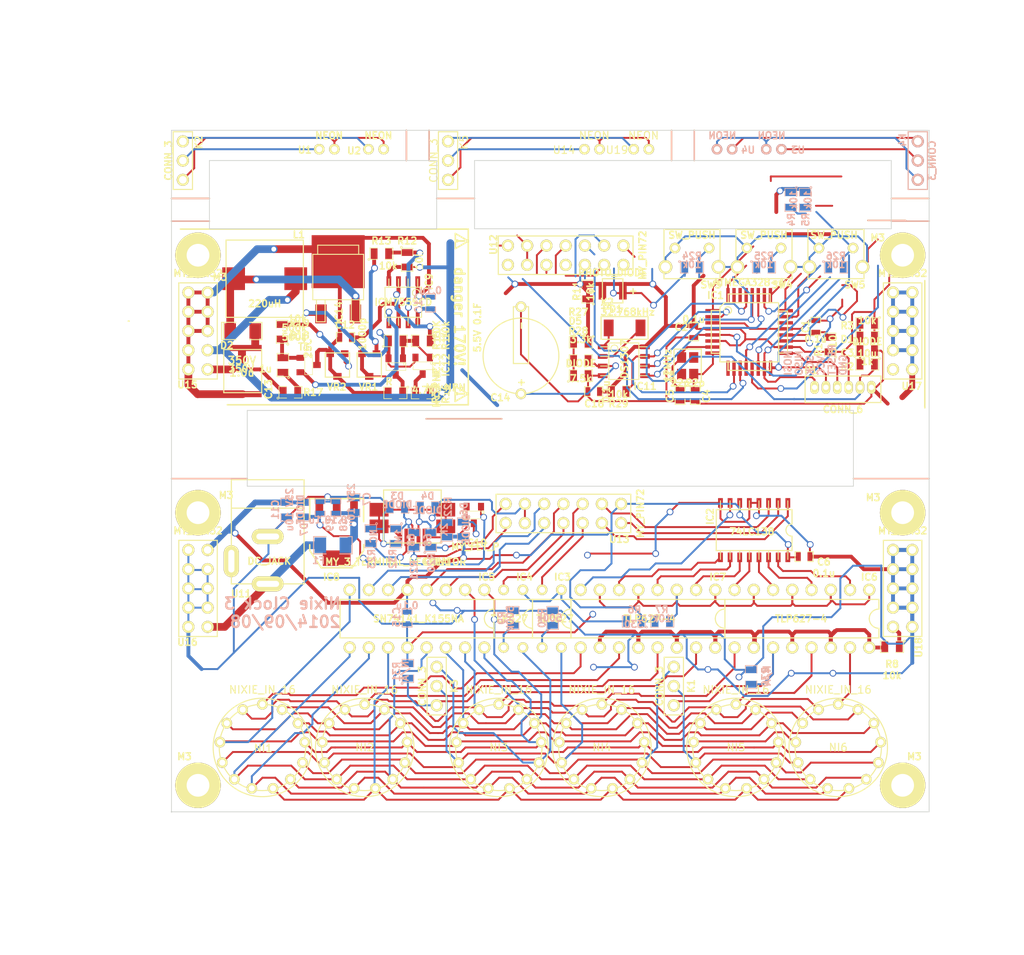
<source format=kicad_pcb>
(kicad_pcb (version 3) (host pcbnew "(2013-07-07 BZR 4022)-stable")
  (layers (15 F.Cu signal) (0 B.Cu signal) (18 B.Paste user) (19 F.Paste user) (20 B.SilkS user) (21 F.SilkS user) (22 B.Mask user) (23 F.Mask user) (28 Edge.Cuts user))
  (net 0 "")
  (net 1 +5V)
  (net 2 +9V)
  (net 3 /INT0_D+)
  (net 4 /INT1_D-)
  (net 5 /MISO)
  (net 6 /MOSI)
  (net 7 /PB0)
  (net 8 /PB1)
  (net 9 /PB2)
  (net 10 /PC0)
  (net 11 /PC1)
  (net 12 /PC2)
  (net 13 /PC3)
  (net 14 /PINPB0)
  (net 15 /PINPB1)
  (net 16 /PINPB2)
  (net 17 /PINPB3)
  (net 18 /PINPB4)
  (net 19 /PINPC0)
  (net 20 /PINPC1)
  (net 21 /PINPC2)
  (net 22 /PINPC3)
  (net 23 /RESET)
  (net 24 /SCK)
  (net 25 /Sheet53F8BA4D/out)
  (net 26 /Sheet53F8FD69/A)
  (net 27 /Sheet53F8FD69/B)
  (net 28 /Sheet53F8FD69/Push)
  (net 29 /Sheet53F905A8/CLKOUT)
  (net 30 /Sheet53F905A8/SCL)
  (net 31 /Sheet53F905A8/SDA)
  (net 32 /nixie/L1)
  (net 33 /nixie/L2)
  (net 34 /nixie/L3)
  (net 35 /nixie/L4)
  (net 36 /nixie/L5)
  (net 37 /nixie/L6)
  (net 38 /nixie/L7)
  (net 39 /nixie/L8)
  (net 40 /nixie/N0)
  (net 41 /nixie/N1)
  (net 42 /nixie/N2)
  (net 43 /nixie/N3)
  (net 44 /nixie/N4)
  (net 45 /nixie/N5)
  (net 46 /nixie/N6)
  (net 47 /nixie/N7)
  (net 48 /nixie/N8)
  (net 49 /nixie/N9)
  (net 50 /nixie/Sheet53F9F7BA/1)
  (net 51 /nixie/Sheet53F9F7BA/2)
  (net 52 /nixie/Sheet53F9F7BA/3)
  (net 53 /nixie/Sheet53F9F7BA/4)
  (net 54 /nixie/Sheet53F9F7BA/5)
  (net 55 /nixie/Sheet53F9F7BA/6)
  (net 56 /nixie/Sheet53F9F7BA/NEG1)
  (net 57 /nixie/Sheet53F9F7BA/NEG2)
  (net 58 /nixie/Sheet53F9F7BA/NEG3)
  (net 59 /nixie/Sheet53F9F7BA/NEL1)
  (net 60 /nixie/Sheet53F9F7BA/NEL2)
  (net 61 /nixie/Sheet53F9F7BA/NEL3)
  (net 62 /nixie/Sheet53F9F7BA/NEU1)
  (net 63 /nixie/Sheet53F9F7BA/NEU2)
  (net 64 /nixie/Sheet53F9F7BA/NEU3)
  (net 65 /nixie/Sheet53F9F7BA/colon_l)
  (net 66 /nixie/Sheet53F9F7BA/colon_r)
  (net 67 /nixie/Sheet53F9F7BA/dot_cathode_l)
  (net 68 /nixie/Sheet53F9F7BA/dot_cathode_r)
  (net 69 170V)
  (net 70 GND)
  (net 71 N-000001)
  (net 72 N-000003)
  (net 73 N-0000048)
  (net 74 N-0000050)
  (net 75 N-0000051)
  (net 76 N-0000056)
  (net 77 N-0000057)
  (net 78 N-000007)
  (net 79 N-0000070)
  (net 80 N-0000071)
  (net 81 N-0000073)
  (net 82 N-0000074)
  (net 83 N-0000075)
  (net 84 N-0000076)
  (net 85 N-0000077)
  (net 86 N-0000078)
  (net 87 N-0000079)
  (net 88 N-000008)
  (net 89 N-0000080)
  (net 90 N-0000081)
  (net 91 N-0000082)
  (net 92 N-0000083)
  (net 93 N-0000085)
  (net 94 N-0000086)
  (net 95 N-0000087)
  (net 96 N-0000088)
  (net 97 N-0000089)
  (net 98 N-0000090)
  (net 99 N-0000091)
  (net 100 N-0000092)
  (net 101 N-0000093)
  (net 102 N-0000094)
  (net 103 PIN170V)
  (net 104 PIN5V)
  (net 105 PIN9V)
  (net 106 PIND+)
  (net 107 PIND-)
  (net 108 PINGND)
  (net 109 USB5V)
  (module my_inductor (layer F.Cu) (at 112.3 81.6)
    (fp_text reference L1 (at 4.5072 -5.8078) (layer F.SilkS) (effects (font (size 0.9 0.9) (thickness 0.2))))
    (fp_text value 220uH (at 0.0072 3.2922) (layer F.SilkS) (effects (font (size 0.9 0.9) (thickness 0.2))))
    (pad 1 smd rect (at 4.1 0) (size 3 3) (layers F.Cu F.Paste F.Mask) (net 105 PIN9V))
    (pad 2 smd rect (at -4.1 0) (size 3 3) (layers F.Cu F.Paste F.Mask) (net 83 N-0000075))
  )
  (module my_3pin (layer F.Cu) (at 101.5 66 90)
    (fp_text reference K2 (at 2.4 2.1 90) (layer F.SilkS) (effects (font (size 0.9 0.9) (thickness 0.2))))
    (fp_text value CONN_3 (at 0 -1.9 90) (layer F.SilkS) (effects (font (size 0.9 0.9) (thickness 0.2))))
    (pad 1 thru_hole circle (at -2.54 0 90) (size 1.6 1.6) (drill 1) (layers *.Cu *.Mask F.SilkS) (net 56 /nixie/Sheet53F9F7BA/NEG1))
    (pad 2 thru_hole circle (at 0 0 90) (size 1.6 1.6) (drill 1) (layers *.Cu *.Mask F.SilkS) (net 59 /nixie/Sheet53F9F7BA/NEL1))
    (pad 3 thru_hole circle (at 2.54 0 90) (size 1.6 1.6) (drill 1) (layers *.Cu *.Mask F.SilkS) (net 62 /nixie/Sheet53F9F7BA/NEU1))
  )
  (module my_so16 (layer F.Cu) (at 176.9 114.8 180)
    (fp_text reference IC2 (at 5.8 1.8 270) (layer F.SilkS) (effects (font (size 0.9 0.9) (thickness 0.2))))
    (fp_text value 74LC138 (at 0.3 -0.2 180) (layer F.SilkS) (effects (font (size 0.9 0.9) (thickness 0.2))))
    (pad 1 smd rect (at -4.445 3.594 180) (size 0.635 1.27) (layers F.Cu F.Paste F.Mask) (net 14 /PINPB0))
    (pad 2 smd rect (at -3.175 3.594 180) (size 0.635 1.27) (layers F.Cu F.Paste F.Mask) (net 15 /PINPB1))
    (pad 3 smd rect (at -1.905 3.594 180) (size 0.635 1.27) (layers F.Cu F.Paste F.Mask) (net 16 /PINPB2))
    (pad 4 smd rect (at -0.635 3.594 180) (size 0.635 1.27) (layers F.Cu F.Paste F.Mask) (net 70 GND))
    (pad 5 smd rect (at 0.635 3.594 180) (size 0.635 1.27) (layers F.Cu F.Paste F.Mask) (net 70 GND))
    (pad 6 smd rect (at 1.905 3.594 180) (size 0.635 1.27) (layers F.Cu F.Paste F.Mask) (net 1 +5V))
    (pad 7 smd rect (at 3.175 3.594 180) (size 0.635 1.27) (layers F.Cu F.Paste F.Mask) (net 39 /nixie/L8))
    (pad 8 smd rect (at 4.445 3.594 180) (size 0.635 1.27) (layers F.Cu F.Paste F.Mask) (net 70 GND))
    (pad 9 smd rect (at 4.445 -3.594 180) (size 0.635 1.27) (layers F.Cu F.Paste F.Mask) (net 38 /nixie/L7))
    (pad 10 smd rect (at 3.175 -3.594 180) (size 0.635 1.27) (layers F.Cu F.Paste F.Mask) (net 37 /nixie/L6))
    (pad 11 smd rect (at 1.905 -3.594 180) (size 0.635 1.27) (layers F.Cu F.Paste F.Mask) (net 36 /nixie/L5))
    (pad 12 smd rect (at 0.635 -3.594 180) (size 0.635 1.27) (layers F.Cu F.Paste F.Mask) (net 35 /nixie/L4))
    (pad 13 smd rect (at -0.635 -3.594 180) (size 0.635 1.27) (layers F.Cu F.Paste F.Mask) (net 34 /nixie/L3))
    (pad 14 smd rect (at -1.905 -3.594 180) (size 0.635 1.27) (layers F.Cu F.Paste F.Mask) (net 33 /nixie/L2))
    (pad 15 smd rect (at -3.175 -3.594 180) (size 0.635 1.27) (layers F.Cu F.Paste F.Mask) (net 32 /nixie/L1))
    (pad 16 smd rect (at -4.445 -3.594 180) (size 0.635 1.27) (layers F.Cu F.Paste F.Mask) (net 1 +5V))
  )
  (module my_dip16 (layer F.Cu) (at 162.886 126.494 180)
    (fp_text reference IC7 (at -9.214 5.494 180) (layer F.SilkS) (effects (font (size 0.9 0.9) (thickness 0.2))))
    (fp_text value TLP627-4 (at -0.214 -0.006 180) (layer F.SilkS) (effects (font (size 0.9 0.9) (thickness 0.2))))
    (pad 1 thru_hole circle (at -8.89 3.81 180) (size 1.6 1.6) (drill 1) (layers *.Cu *.Mask F.SilkS) (net 76 N-0000056))
    (pad 2 thru_hole circle (at -6.35 3.81 180) (size 1.6 1.6) (drill 1) (layers *.Cu *.Mask F.SilkS) (net 36 /nixie/L5))
    (pad 3 thru_hole circle (at -3.81 3.81 180) (size 1.6 1.6) (drill 1) (layers *.Cu *.Mask F.SilkS) (net 76 N-0000056))
    (pad 4 thru_hole circle (at -1.27 3.81 180) (size 1.6 1.6) (drill 1) (layers *.Cu *.Mask F.SilkS) (net 37 /nixie/L6))
    (pad 5 thru_hole circle (at 1.27 3.81 180) (size 1.6 1.6) (drill 1) (layers *.Cu *.Mask F.SilkS) (net 76 N-0000056))
    (pad 6 thru_hole circle (at 3.81 3.81 180) (size 1.6 1.6) (drill 1) (layers *.Cu *.Mask F.SilkS) (net 38 /nixie/L7))
    (pad 7 thru_hole circle (at 6.35 3.81 180) (size 1.6 1.6) (drill 1) (layers *.Cu *.Mask F.SilkS) (net 76 N-0000056))
    (pad 8 thru_hole circle (at 8.89 3.81 180) (size 1.6 1.6) (drill 1) (layers *.Cu *.Mask F.SilkS) (net 39 /nixie/L8))
    (pad 9 thru_hole circle (at 8.89 -3.81 180) (size 1.6 1.6) (drill 1) (layers *.Cu *.Mask F.SilkS) (net 55 /nixie/Sheet53F9F7BA/6))
    (pad 10 thru_hole circle (at 6.35 -3.81 180) (size 1.6 1.6) (drill 1) (layers *.Cu *.Mask F.SilkS) (net 77 N-0000057))
    (pad 11 thru_hole circle (at 3.81 -3.81 180) (size 1.6 1.6) (drill 1) (layers *.Cu *.Mask F.SilkS) (net 54 /nixie/Sheet53F9F7BA/5))
    (pad 12 thru_hole circle (at 1.27 -3.81 180) (size 1.6 1.6) (drill 1) (layers *.Cu *.Mask F.SilkS) (net 77 N-0000057))
    (pad 13 thru_hole circle (at -1.27 -3.81 180) (size 1.6 1.6) (drill 1) (layers *.Cu *.Mask F.SilkS) (net 66 /nixie/Sheet53F9F7BA/colon_r))
    (pad 14 thru_hole circle (at -3.81 -3.81 180) (size 1.6 1.6) (drill 1) (layers *.Cu *.Mask F.SilkS) (net 77 N-0000057))
    (pad 15 thru_hole circle (at -6.35 -3.81 180) (size 1.6 1.6) (drill 1) (layers *.Cu *.Mask F.SilkS) (net 53 /nixie/Sheet53F9F7BA/4))
    (pad 16 thru_hole circle (at -8.89 -3.81 180) (size 1.6 1.6) (drill 1) (layers *.Cu *.Mask F.SilkS) (net 77 N-0000057))
  )
  (module TQFP32 (layer F.Cu) (at 176.275 88.65)
    (fp_text reference IC1 (at -4.475 -4.85) (layer F.SilkS) (effects (font (size 0.9 0.9) (thickness 0.2))))
    (fp_text value ATMEGA328-A (at -0.075 -6.55) (layer F.SilkS) (effects (font (size 0.9 0.9) (thickness 0.2))))
    (pad 8 smd rect (at -4.81584 2.77622) (size 1.99898 0.44958) (layers F.Cu F.Paste F.Mask) (net 78 N-000007))
    (pad 7 smd rect (at -4.81584 1.97612) (size 1.99898 0.44958) (layers F.Cu F.Paste F.Mask) (net 72 N-000003))
    (pad 6 smd rect (at -4.81584 1.17602) (size 1.99898 0.44958) (layers F.Cu F.Paste F.Mask) (net 104 PIN5V))
    (pad 5 smd rect (at -4.81584 0.37592) (size 1.99898 0.44958) (layers F.Cu F.Paste F.Mask) (net 108 PINGND))
    (pad 4 smd rect (at -4.81584 -0.42418) (size 1.99898 0.44958) (layers F.Cu F.Paste F.Mask) (net 104 PIN5V))
    (pad 3 smd rect (at -4.81584 -1.22428) (size 1.99898 0.44958) (layers F.Cu F.Paste F.Mask) (net 108 PINGND))
    (pad 2 smd rect (at -4.81584 -2.02438) (size 1.99898 0.44958) (layers F.Cu F.Paste F.Mask) (net 29 /Sheet53F905A8/CLKOUT))
    (pad 1 smd rect (at -4.81584 -2.82448) (size 1.99898 0.44958) (layers F.Cu F.Paste F.Mask) (net 4 /INT1_D-))
    (pad 24 smd rect (at 4.7498 -2.8194) (size 1.99898 0.44958) (layers F.Cu F.Paste F.Mask) (net 11 /PC1))
    (pad 17 smd rect (at 4.7498 2.794) (size 1.99898 0.44958) (layers F.Cu F.Paste F.Mask) (net 24 /SCK))
    (pad 18 smd rect (at 4.7498 1.9812) (size 1.99898 0.44958) (layers F.Cu F.Paste F.Mask) (net 104 PIN5V))
    (pad 19 smd rect (at 4.7498 1.1684) (size 1.99898 0.44958) (layers F.Cu F.Paste F.Mask) (net 25 /Sheet53F8BA4D/out))
    (pad 20 smd rect (at 4.7498 0.381) (size 1.99898 0.44958) (layers F.Cu F.Paste F.Mask) (net 71 N-000001))
    (pad 21 smd rect (at 4.7498 -0.4318) (size 1.99898 0.44958) (layers F.Cu F.Paste F.Mask) (net 108 PINGND))
    (pad 22 smd rect (at 4.7498 -1.2192) (size 1.99898 0.44958) (layers F.Cu F.Paste F.Mask))
    (pad 23 smd rect (at 4.7498 -2.032) (size 1.99898 0.44958) (layers F.Cu F.Paste F.Mask) (net 10 /PC0))
    (pad 32 smd rect (at -2.82448 -4.826) (size 0.44958 1.99898) (layers F.Cu F.Paste F.Mask) (net 3 /INT0_D+))
    (pad 31 smd rect (at -2.02692 -4.826) (size 0.44958 1.99898) (layers F.Cu F.Paste F.Mask))
    (pad 30 smd rect (at -1.22428 -4.826) (size 0.44958 1.99898) (layers F.Cu F.Paste F.Mask))
    (pad 29 smd rect (at -0.42672 -4.826) (size 0.44958 1.99898) (layers F.Cu F.Paste F.Mask) (net 23 /RESET))
    (pad 28 smd rect (at 0.37592 -4.826) (size 0.44958 1.99898) (layers F.Cu F.Paste F.Mask) (net 30 /Sheet53F905A8/SCL))
    (pad 27 smd rect (at 1.17348 -4.826) (size 0.44958 1.99898) (layers F.Cu F.Paste F.Mask) (net 31 /Sheet53F905A8/SDA))
    (pad 26 smd rect (at 1.97612 -4.826) (size 0.44958 1.99898) (layers F.Cu F.Paste F.Mask) (net 13 /PC3))
    (pad 25 smd rect (at 2.77368 -4.826) (size 0.44958 1.99898) (layers F.Cu F.Paste F.Mask) (net 12 /PC2))
    (pad 9 smd rect (at -2.8194 4.7752) (size 0.44958 1.99898) (layers F.Cu F.Paste F.Mask) (net 28 /Sheet53F8FD69/Push))
    (pad 10 smd rect (at -2.032 4.7752) (size 0.44958 1.99898) (layers F.Cu F.Paste F.Mask) (net 27 /Sheet53F8FD69/B))
    (pad 11 smd rect (at -1.2192 4.7752) (size 0.44958 1.99898) (layers F.Cu F.Paste F.Mask) (net 26 /Sheet53F8FD69/A))
    (pad 12 smd rect (at -0.4318 4.7752) (size 0.44958 1.99898) (layers F.Cu F.Paste F.Mask) (net 7 /PB0))
    (pad 13 smd rect (at 0.3556 4.7752) (size 0.44958 1.99898) (layers F.Cu F.Paste F.Mask) (net 8 /PB1))
    (pad 14 smd rect (at 1.1684 4.7752) (size 0.44958 1.99898) (layers F.Cu F.Paste F.Mask) (net 9 /PB2))
    (pad 15 smd rect (at 1.9812 4.7752) (size 0.44958 1.99898) (layers F.Cu F.Paste F.Mask) (net 6 /MOSI))
    (pad 16 smd rect (at 2.794 4.7752) (size 0.44958 1.99898) (layers F.Cu F.Paste F.Mask) (net 5 /MISO))
  )
  (module my_usb_mini_b (layer F.Cu) (at 131.796 112.304 270)
    (fp_text reference CON1 (at 6.696 -3.304 360) (layer F.SilkS) (effects (font (size 0.9 0.9) (thickness 0.2))))
    (fp_text value USB_MINI_B hide)
    (pad 1 smd rect (at 3.44932 -1.6002 270) (size 2.30124 0.50038) (layers F.Cu F.Paste F.Mask) (net 109 USB5V))
    (pad 2 smd rect (at 3.44932 -0.8001 270) (size 2.30124 0.50038) (layers F.Cu F.Paste F.Mask) (net 98 N-0000090))
    (pad 3 smd rect (at 3.44932 0 270) (size 2.30124 0.50038) (layers F.Cu F.Paste F.Mask) (net 97 N-0000089))
    (pad 4 smd rect (at 3.44932 0.8001 270) (size 2.30124 0.50038) (layers F.Cu F.Paste F.Mask) (net 96 N-0000088))
    (pad 5 smd rect (at 3.44932 1.6002 270) (size 2.30124 0.50038) (layers F.Cu F.Paste F.Mask) (net 70 GND))
    (pad 6 smd rect (at 2 -4.4 270) (size 1.8 2.5) (layers F.Cu F.Paste F.Mask) (net 70 GND))
    (pad 7 smd rect (at -0.2 -4.4 270) (size 1.8 2.5) (layers F.Cu F.Paste F.Mask) (net 70 GND))
    (pad 8 smd rect (at 2 4.4 270) (size 1.8 2.5) (layers F.Cu F.Paste F.Mask) (net 70 GND))
    (pad 9 smd rect (at -0.2 4.4 270) (size 1.8 2.5) (layers F.Cu F.Paste F.Mask) (net 70 GND))
  )
  (module my_dcjack (layer F.Cu) (at 107.9 121.9 90)
    (fp_text reference U11 (at -1.3 1.3 180) (layer F.SilkS) (effects (font (size 0.9 0.9) (thickness 0.2))))
    (fp_text value DC_JACK (at 3 5 180) (layer F.SilkS) (effects (font (size 0.9 0.9) (thickness 0.2))))
    (pad 2 thru_hole oval (at 3 0 90) (size 4.2 2) (drill oval 3 0.8) (layers *.Cu *.Mask F.SilkS))
    (pad 3 thru_hole oval (at 6.25 4.8 90) (size 2 4.2) (drill oval 0.8 3) (layers *.Cu *.Mask F.SilkS) (net 70 GND))
    (pad 1 thru_hole oval (at 0 4.8 90) (size 2 4.2) (drill oval 0.8 3) (layers *.Cu *.Mask F.SilkS) (net 2 +9V))
  )
  (module so-8 (layer F.Cu) (at 130.5928 84.7078 180)
    (fp_text reference IC9 (at -3.4072 2.7078 270) (layer F.SilkS) (effects (font (size 0.9 0.9) (thickness 0.2))))
    (fp_text value ICM7555CD (at -0.0072 0.0078 180) (layer F.SilkS) (effects (font (size 0.9 0.9) (thickness 0.2))))
    (pad 1 smd rect (at -1.905 2.794 180) (size 0.635 1.27) (layers F.Cu F.Paste F.Mask) (net 108 PINGND))
    (pad 2 smd rect (at -0.635 2.794 180) (size 0.635 1.27) (layers F.Cu F.Paste F.Mask) (net 79 N-0000070))
    (pad 3 smd rect (at 0.635 2.794 180) (size 0.635 1.27) (layers F.Cu F.Paste F.Mask) (net 95 N-0000087))
    (pad 4 smd rect (at 1.905 2.794 180) (size 0.635 1.27) (layers F.Cu F.Paste F.Mask) (net 105 PIN9V))
    (pad 5 smd rect (at 1.905 -2.794 180) (size 0.635 1.27) (layers F.Cu F.Paste F.Mask) (net 89 N-0000080))
    (pad 6 smd rect (at 0.635 -2.794 180) (size 0.635 1.27) (layers F.Cu F.Paste F.Mask) (net 79 N-0000070))
    (pad 7 smd rect (at -0.635 -2.794 180) (size 0.635 1.27) (layers F.Cu F.Paste F.Mask) (net 87 N-0000079))
    (pad 8 smd rect (at -1.905 -2.794 180) (size 0.635 1.27) (layers F.Cu F.Paste F.Mask) (net 105 PIN9V))
  )
  (module SOT23 (layer F.Cu) (at 118.1 93 270)
    (fp_text reference T1 (at -2.4 0.6 360) (layer F.SilkS) (effects (font (size 0.9 0.9) (thickness 0.2))))
    (fp_text value 2SC (at -2.2 0.1 270) (layer F.SilkS) (effects (font (size 0.9 0.9) (thickness 0.2))))
    (pad 3 smd rect (at 0 -1.09982 270) (size 0.8001 1.00076) (layers F.Cu F.Paste F.Mask) (net 108 PINGND))
    (pad 2 smd rect (at 0.9525 1.09982 270) (size 0.8001 1.00076) (layers F.Cu F.Paste F.Mask) (net 89 N-0000080))
    (pad 1 smd rect (at -0.9525 1.09982 270) (size 0.8001 1.00076) (layers F.Cu F.Paste F.Mask) (net 91 N-0000082))
  )
  (module so-8 (layer F.Cu) (at 159.7 92.5 270)
    (fp_text reference IC11 (at 3.3 -2.8 360) (layer F.SilkS) (effects (font (size 0.9 0.9) (thickness 0.2))))
    (fp_text value DS1307 (at -0.3 -0.1 270) (layer F.SilkS) (effects (font (size 0.9 0.9) (thickness 0.2))))
    (pad 1 smd rect (at -1.905 2.794 270) (size 0.635 1.27) (layers F.Cu F.Paste F.Mask) (net 101 N-0000093))
    (pad 2 smd rect (at -0.635 2.794 270) (size 0.635 1.27) (layers F.Cu F.Paste F.Mask) (net 102 N-0000094))
    (pad 3 smd rect (at 0.635 2.794 270) (size 0.635 1.27) (layers F.Cu F.Paste F.Mask) (net 100 N-0000092))
    (pad 4 smd rect (at 1.905 2.794 270) (size 0.635 1.27) (layers F.Cu F.Paste F.Mask) (net 108 PINGND))
    (pad 5 smd rect (at 1.905 -2.794 270) (size 0.635 1.27) (layers F.Cu F.Paste F.Mask) (net 31 /Sheet53F905A8/SDA))
    (pad 6 smd rect (at 0.635 -2.794 270) (size 0.635 1.27) (layers F.Cu F.Paste F.Mask) (net 30 /Sheet53F905A8/SCL))
    (pad 7 smd rect (at -0.635 -2.794 270) (size 0.635 1.27) (layers F.Cu F.Paste F.Mask) (net 29 /Sheet53F905A8/CLKOUT))
    (pad 8 smd rect (at -1.905 -2.794 270) (size 0.635 1.27) (layers F.Cu F.Paste F.Mask) (net 104 PIN5V))
  )
  (module SM1206POL (layer F.Cu) (at 109.4 88.5)
    (fp_text reference D2 (at -2.1 1.9) (layer F.SilkS) (effects (font (size 0.9 0.9) (thickness 0.2))))
    (fp_text value DIODE hide)
    (pad 1 smd rect (at -1.651 0) (size 1.524 2.032) (layers F.Cu F.Paste F.Mask) (net 83 N-0000075))
    (pad 2 smd rect (at 1.651 0) (size 1.524 2.032) (layers F.Cu F.Paste F.Mask) (net 69 170V))
  )
  (module SM1206 (layer B.Cu) (at 121.3 116.8)
    (fp_text reference F1 (at -1.9 2) (layer B.SilkS) (effects (font (size 0.9 0.9) (thickness 0.2)) (justify mirror)))
    (fp_text value FUSE hide)
    (pad 1 smd rect (at -1.651 0) (size 1.524 2.032) (layers B.Cu B.Paste B.Mask) (net 2 +9V))
    (pad 2 smd rect (at 1.651 0) (size 1.524 2.032) (layers B.Cu B.Paste B.Mask) (net 90 N-0000081))
  )
  (module SM0805 (layer B.Cu) (at 176.5 134.2 90)
    (fp_text reference R30 (at 0 1.9 90) (layer B.SilkS) (effects (font (size 0.9 0.9) (thickness 0.2)) (justify mirror)))
    (fp_text value N/A (at 0.2 2.1 90) (layer B.SilkS) (effects (font (size 0.9 0.9) (thickness 0.2)) (justify mirror)))
    (pad 1 smd rect (at -0.9525 0 90) (size 0.889 1.397) (layers B.Cu B.Paste B.Mask) (net 65 /nixie/Sheet53F9F7BA/colon_l))
    (pad 2 smd rect (at 0.9525 0 90) (size 0.889 1.397) (layers B.Cu B.Paste B.Mask) (net 70 GND))
  )
  (module SM0805 (layer B.Cu) (at 136.35 114.75 90)
    (fp_text reference R22 (at 3.05 0.15 90) (layer B.SilkS) (effects (font (size 0.9 0.9) (thickness 0.2)) (justify mirror)))
    (fp_text value 2K (at 0 -0.381 90) (layer B.SilkS) (effects (font (size 0.9 0.9) (thickness 0.2)) (justify mirror)))
    (pad 1 smd rect (at -0.9525 0 90) (size 0.889 1.397) (layers B.Cu B.Paste B.Mask) (net 1 +5V))
    (pad 2 smd rect (at 0.9525 0 90) (size 0.889 1.397) (layers B.Cu B.Paste B.Mask) (net 98 N-0000090))
  )
  (module SM0805 (layer F.Cu) (at 133.1928 89.8078 180)
    (fp_text reference R14 (at -3.0072 0.1078 270) (layer F.SilkS) (effects (font (size 0.9 0.9) (thickness 0.2))))
    (fp_text value 10k (at -3.0072 1.4078 270) (layer F.SilkS) (effects (font (size 0.9 0.9) (thickness 0.2))))
    (pad 1 smd rect (at -0.9525 0 180) (size 0.889 1.397) (layers F.Cu F.Paste F.Mask) (net 95 N-0000087))
    (pad 2 smd rect (at 0.9525 0 180) (size 0.889 1.397) (layers F.Cu F.Paste F.Mask) (net 86 N-0000078))
  )
  (module SM0805 (layer B.Cu) (at 124.1 111.5 90)
    (fp_text reference C7 (at 0.8 1.7 90) (layer B.SilkS) (effects (font (size 0.9 0.9) (thickness 0.2)) (justify mirror)))
    (fp_text value "25V 10u" (at 0 -0.381 90) (layer B.SilkS) (effects (font (size 0.9 0.9) (thickness 0.2)) (justify mirror)))
    (pad 1 smd rect (at -0.9525 0 90) (size 0.889 1.397) (layers B.Cu B.Paste B.Mask) (net 90 N-0000081))
    (pad 2 smd rect (at 0.9525 0 90) (size 0.889 1.397) (layers B.Cu B.Paste B.Mask) (net 70 GND))
  )
  (module SM0805 (layer B.Cu) (at 115.2 112.1 270)
    (fp_text reference C11 (at 0 1.5 270) (layer B.SilkS) (effects (font (size 0.9 0.9) (thickness 0.2)) (justify mirror)))
    (fp_text value "25V 10u" (at 0 -0.381 270) (layer B.SilkS) (effects (font (size 0.9 0.9) (thickness 0.2)) (justify mirror)))
    (pad 1 smd rect (at -0.9525 0 270) (size 0.889 1.397) (layers B.Cu B.Paste B.Mask) (net 1 +5V))
    (pad 2 smd rect (at 0.9525 0 270) (size 0.889 1.397) (layers B.Cu B.Paste B.Mask) (net 70 GND))
  )
  (module SM0805 (layer B.Cu) (at 134.2 116.1 90)
    (fp_text reference R20 (at -3 0.1 90) (layer B.SilkS) (effects (font (size 0.9 0.9) (thickness 0.2)) (justify mirror)))
    (fp_text value 68 (at 0 -0.381 90) (layer B.SilkS) (effects (font (size 0.9 0.9) (thickness 0.2)) (justify mirror)))
    (pad 1 smd rect (at -0.9525 0 90) (size 0.889 1.397) (layers B.Cu B.Paste B.Mask) (net 107 PIND-))
    (pad 2 smd rect (at 0.9525 0 90) (size 0.889 1.397) (layers B.Cu B.Paste B.Mask) (net 98 N-0000090))
  )
  (module SM0805 (layer B.Cu) (at 132 116.1 90)
    (fp_text reference R21 (at -4 0 90) (layer B.SilkS) (effects (font (size 0.9 0.9) (thickness 0.2)) (justify mirror)))
    (fp_text value 68 (at 0 -0.381 90) (layer B.SilkS) (effects (font (size 0.9 0.9) (thickness 0.2)) (justify mirror)))
    (pad 1 smd rect (at -0.9525 0 90) (size 0.889 1.397) (layers B.Cu B.Paste B.Mask) (net 106 PIND+))
    (pad 2 smd rect (at 0.9525 0 90) (size 0.889 1.397) (layers B.Cu B.Paste B.Mask) (net 97 N-0000089))
  )
  (module SM0805 (layer B.Cu) (at 126.3 115.6 270)
    (fp_text reference R23 (at 3 -0.1 270) (layer B.SilkS) (effects (font (size 0.9 0.9) (thickness 0.2)) (justify mirror)))
    (fp_text value NC (at 0 -0.381 270) (layer B.SilkS) (effects (font (size 0.9 0.9) (thickness 0.2)) (justify mirror)))
    (pad 1 smd rect (at -0.9525 0 270) (size 0.889 1.397) (layers B.Cu B.Paste B.Mask) (net 70 GND))
    (pad 2 smd rect (at 0.9525 0 270) (size 0.889 1.397) (layers B.Cu B.Paste B.Mask) (net 96 N-0000088))
  )
  (module SM0805 (layer B.Cu) (at 133.8 111.8 180)
    (fp_text reference D4 (at 0 1.5 180) (layer B.SilkS) (effects (font (size 0.9 0.9) (thickness 0.2)) (justify mirror)))
    (fp_text value DIODE (at 0 -0.381 180) (layer B.SilkS) (effects (font (size 0.9 0.9) (thickness 0.2)) (justify mirror)))
    (pad 1 smd rect (at -0.9525 0 180) (size 0.889 1.397) (layers B.Cu B.Paste B.Mask) (net 70 GND))
    (pad 2 smd rect (at 0.9525 0 180) (size 0.889 1.397) (layers B.Cu B.Paste B.Mask) (net 98 N-0000090))
  )
  (module SM0805 (layer B.Cu) (at 131.2 133.4 90)
    (fp_text reference R31 (at -0.1 -1.5 90) (layer B.SilkS) (effects (font (size 0.9 0.9) (thickness 0.2)) (justify mirror)))
    (fp_text value N/A (at 0 -0.381 90) (layer B.SilkS) (effects (font (size 0.9 0.9) (thickness 0.2)) (justify mirror)))
    (pad 1 smd rect (at -0.9525 0 90) (size 0.889 1.397) (layers B.Cu B.Paste B.Mask) (net 66 /nixie/Sheet53F9F7BA/colon_r))
    (pad 2 smd rect (at 0.9525 0 90) (size 0.889 1.397) (layers B.Cu B.Paste B.Mask) (net 70 GND))
  )
  (module SM0805 (layer F.Cu) (at 114.5928 88.6078 90)
    (fp_text reference R19 (at 1.1078 2.3072 180) (layer F.SilkS) (effects (font (size 0.9 0.9) (thickness 0.2))))
    (fp_text value 10k (at 1.7078 2.0072 180) (layer F.SilkS) (effects (font (size 0.9 0.9) (thickness 0.2))))
    (pad 1 smd rect (at -0.9525 0 90) (size 0.889 1.397) (layers F.Cu F.Paste F.Mask) (net 91 N-0000082))
    (pad 2 smd rect (at 0.9525 0 90) (size 0.889 1.397) (layers F.Cu F.Paste F.Mask) (net 81 N-0000073))
  )
  (module SM0805 (layer F.Cu) (at 114.7 93 90)
    (fp_text reference R18 (at 3.9 2.2 180) (layer F.SilkS) (effects (font (size 0.9 0.9) (thickness 0.2))))
    (fp_text value 500k (at 4.9 1.5 180) (layer F.SilkS) (effects (font (size 0.9 0.9) (thickness 0.2))))
    (pad 1 smd rect (at -0.9525 0 90) (size 0.889 1.397) (layers F.Cu F.Paste F.Mask) (net 82 N-0000074))
    (pad 2 smd rect (at 0.9525 0 90) (size 0.889 1.397) (layers F.Cu F.Paste F.Mask) (net 91 N-0000082))
  )
  (module SM0805 (layer F.Cu) (at 115.7 96.6)
    (fp_text reference R17 (at 3 0) (layer F.SilkS) (effects (font (size 0.9 0.9) (thickness 0.2))))
    (fp_text value 500k (at 0.5 -7.3) (layer F.SilkS) (effects (font (size 0.9 0.9) (thickness 0.2))))
    (pad 1 smd rect (at -0.9525 0) (size 0.889 1.397) (layers F.Cu F.Paste F.Mask) (net 69 170V))
    (pad 2 smd rect (at 0.9525 0) (size 0.889 1.397) (layers F.Cu F.Paste F.Mask) (net 82 N-0000074))
  )
  (module SM0805 (layer F.Cu) (at 154.925 83.3 90)
    (fp_text reference R11 (at 0.1 -1.425 90) (layer F.SilkS) (effects (font (size 0.9 0.9) (thickness 0.2))))
    (fp_text value 10k (at 0 0.381 90) (layer F.SilkS) (effects (font (size 0.9 0.9) (thickness 0.2))))
    (pad 1 smd rect (at -0.9525 0 90) (size 0.889 1.397) (layers F.Cu F.Paste F.Mask) (net 108 PINGND))
    (pad 2 smd rect (at 0.9525 0 90) (size 0.889 1.397) (layers F.Cu F.Paste F.Mask) (net 25 /Sheet53F8BA4D/out))
  )
  (module SM0805 (layer F.Cu) (at 131.1 79.1 270)
    (fp_text reference R12 (at -2.5 0 360) (layer F.SilkS) (effects (font (size 0.9 0.9) (thickness 0.2))))
    (fp_text value 10k (at 0.1 -1.6 270) (layer F.SilkS) (effects (font (size 0.9 0.9) (thickness 0.2))))
    (pad 1 smd rect (at -0.9525 0 270) (size 0.889 1.397) (layers F.Cu F.Paste F.Mask) (net 87 N-0000079))
    (pad 2 smd rect (at 0.9525 0 270) (size 0.889 1.397) (layers F.Cu F.Paste F.Mask) (net 105 PIN9V))
  )
  (module SM0805 (layer F.Cu) (at 127.7 78.3)
    (fp_text reference R13 (at 0 -1.7) (layer F.SilkS) (effects (font (size 0.9 0.9) (thickness 0.2))))
    (fp_text value 10k (at 0.9 1.6) (layer F.SilkS) (effects (font (size 0.9 0.9) (thickness 0.2))))
    (pad 1 smd rect (at -0.9525 0) (size 0.889 1.397) (layers F.Cu F.Paste F.Mask) (net 80 N-0000071))
    (pad 2 smd rect (at 0.9525 0) (size 0.889 1.397) (layers F.Cu F.Paste F.Mask) (net 87 N-0000079))
  )
  (module SM0805 (layer F.Cu) (at 129.5928 89.8078)
    (fp_text reference R15 (at 5.4072 -0.1078 90) (layer F.SilkS) (effects (font (size 0.9 0.9) (thickness 0.2))))
    (fp_text value 10K (at 5.4072 -1.4078 90) (layer F.SilkS) (effects (font (size 0.9 0.9) (thickness 0.2))))
    (pad 1 smd rect (at -0.9525 0) (size 0.889 1.397) (layers F.Cu F.Paste F.Mask) (net 85 N-0000077))
    (pad 2 smd rect (at 0.9525 0) (size 0.889 1.397) (layers F.Cu F.Paste F.Mask) (net 86 N-0000078))
  )
  (module SM0805 (layer F.Cu) (at 133.175 96.7 180)
    (fp_text reference R16 (at -3.025 -0.1 270) (layer F.SilkS) (effects (font (size 0.9 0.9) (thickness 0.2))))
    (fp_text value 4.7k (at 0 0.381 180) (layer F.SilkS) (effects (font (size 0.9 0.9) (thickness 0.2))))
    (pad 1 smd rect (at -0.9525 0 180) (size 0.889 1.397) (layers F.Cu F.Paste F.Mask) (net 105 PIN9V))
    (pad 2 smd rect (at 0.9525 0 180) (size 0.889 1.397) (layers F.Cu F.Paste F.Mask) (net 84 N-0000076))
  )
  (module SM0805 (layer F.Cu) (at 154.025 94.4)
    (fp_text reference R28 (at -0.325 -5.9) (layer F.SilkS) (effects (font (size 0.9 0.9) (thickness 0.2))))
    (fp_text value 7.5k (at 0 0.381) (layer F.SilkS) (effects (font (size 0.9 0.9) (thickness 0.2))))
    (pad 1 smd rect (at -0.9525 0) (size 0.889 1.397) (layers F.Cu F.Paste F.Mask) (net 99 N-0000091))
    (pad 2 smd rect (at 0.9525 0) (size 0.889 1.397) (layers F.Cu F.Paste F.Mask) (net 108 PINGND))
  )
  (module SM0805 (layer F.Cu) (at 154.025 90 180)
    (fp_text reference R27 (at 0.325 4 180) (layer F.SilkS) (effects (font (size 0.9 0.9) (thickness 0.2))))
    (fp_text value 3.3k (at 0 0.381 180) (layer F.SilkS) (effects (font (size 0.9 0.9) (thickness 0.2))))
    (pad 1 smd rect (at -0.9525 0 180) (size 0.889 1.397) (layers F.Cu F.Paste F.Mask) (net 104 PIN5V))
    (pad 2 smd rect (at 0.9525 0 180) (size 0.889 1.397) (layers F.Cu F.Paste F.Mask) (net 99 N-0000091))
  )
  (module SM0805 (layer F.Cu) (at 191.825 91.1)
    (fp_text reference C3 (at -2.625 0.3) (layer F.SilkS) (effects (font (size 0.9 0.9) (thickness 0.2))))
    (fp_text value 10u (at 0 0.381) (layer F.SilkS) (effects (font (size 0.9 0.9) (thickness 0.2))))
    (pad 1 smd rect (at -0.9525 0) (size 0.889 1.397) (layers F.Cu F.Paste F.Mask) (net 88 N-000008))
    (pad 2 smd rect (at 0.9525 0) (size 0.889 1.397) (layers F.Cu F.Paste F.Mask) (net 108 PINGND))
  )
  (module SM0805 (layer F.Cu) (at 191.825 87.5 180)
    (fp_text reference R3 (at 2.625 -0.3 180) (layer F.SilkS) (effects (font (size 0.9 0.9) (thickness 0.2))))
    (fp_text value 10k (at 0 0.381 180) (layer F.SilkS) (effects (font (size 0.9 0.9) (thickness 0.2))))
    (pad 1 smd rect (at -0.9525 0 180) (size 0.889 1.397) (layers F.Cu F.Paste F.Mask) (net 104 PIN5V))
    (pad 2 smd rect (at 0.9525 0 180) (size 0.889 1.397) (layers F.Cu F.Paste F.Mask) (net 88 N-000008))
  )
  (module SM0805 (layer F.Cu) (at 191.825 89.3)
    (fp_text reference D1 (at -2.625 0.3) (layer F.SilkS) (effects (font (size 0.9 0.9) (thickness 0.2))))
    (fp_text value DIODE (at 0 0.6) (layer F.SilkS) (effects (font (size 0.9 0.9) (thickness 0.2))))
    (pad 1 smd rect (at -0.9525 0) (size 0.889 1.397) (layers F.Cu F.Paste F.Mask) (net 88 N-000008))
    (pad 2 smd rect (at 0.9525 0) (size 0.889 1.397) (layers F.Cu F.Paste F.Mask) (net 104 PIN5V))
  )
  (module SM0805 (layer F.Cu) (at 191.825 92.9 180)
    (fp_text reference R2 (at 2.625 -0.3 180) (layer F.SilkS) (effects (font (size 0.9 0.9) (thickness 0.2))))
    (fp_text value 1k (at 0 0.381 180) (layer F.SilkS) (effects (font (size 0.9 0.9) (thickness 0.2))))
    (pad 1 smd rect (at -0.9525 0 180) (size 0.889 1.397) (layers F.Cu F.Paste F.Mask) (net 23 /RESET))
    (pad 2 smd rect (at 0.9525 0 180) (size 0.889 1.397) (layers F.Cu F.Paste F.Mask) (net 88 N-000008))
  )
  (module SM0805 (layer B.Cu) (at 181.725 71.2 270)
    (fp_text reference R4 (at 2.6 -0.075 270) (layer B.SilkS) (effects (font (size 0.9 0.9) (thickness 0.2)) (justify mirror)))
    (fp_text value 10k (at 0 -0.381 270) (layer B.SilkS) (effects (font (size 0.9 0.9) (thickness 0.2)) (justify mirror)))
    (pad 1 smd rect (at -0.9525 0 270) (size 0.889 1.397) (layers B.Cu B.Paste B.Mask) (net 104 PIN5V))
    (pad 2 smd rect (at 0.9525 0 270) (size 0.889 1.397) (layers B.Cu B.Paste B.Mask) (net 30 /Sheet53F905A8/SCL))
  )
  (module SM0805 (layer B.Cu) (at 183.625 71.2 270)
    (fp_text reference R5 (at 2.6 -0.075 270) (layer B.SilkS) (effects (font (size 0.9 0.9) (thickness 0.2)) (justify mirror)))
    (fp_text value 10k (at 0 -0.381 270) (layer B.SilkS) (effects (font (size 0.9 0.9) (thickness 0.2)) (justify mirror)))
    (pad 1 smd rect (at -0.9525 0 270) (size 0.889 1.397) (layers B.Cu B.Paste B.Mask) (net 104 PIN5V))
    (pad 2 smd rect (at 0.9525 0 270) (size 0.889 1.397) (layers B.Cu B.Paste B.Mask) (net 31 /Sheet53F905A8/SDA))
  )
  (module SM0805 (layer F.Cu) (at 154.025 92.4)
    (fp_text reference D5 (at -0.725 -5.2) (layer F.SilkS) (effects (font (size 0.9 0.9) (thickness 0.2))))
    (fp_text value DIODE (at 0 0.381) (layer F.SilkS) (effects (font (size 0.9 0.9) (thickness 0.2))))
    (pad 1 smd rect (at -0.9525 0) (size 0.889 1.397) (layers F.Cu F.Paste F.Mask) (net 99 N-0000091))
    (pad 2 smd rect (at 0.9525 0) (size 0.889 1.397) (layers F.Cu F.Paste F.Mask) (net 100 N-0000092))
  )
  (module SM0805 (layer F.Cu) (at 159.025 96.5)
    (fp_text reference R29 (at -0.025 1.6) (layer F.SilkS) (effects (font (size 0.9 0.9) (thickness 0.2))))
    (fp_text value 10k (at 0 0.381) (layer F.SilkS) (effects (font (size 0.9 0.9) (thickness 0.2))))
    (pad 1 smd rect (at -0.9525 0) (size 0.889 1.397) (layers F.Cu F.Paste F.Mask) (net 104 PIN5V))
    (pad 2 smd rect (at 0.9525 0) (size 0.889 1.397) (layers F.Cu F.Paste F.Mask) (net 29 /Sheet53F905A8/CLKOUT))
  )
  (module SM0805 (layer B.Cu) (at 164.775 126.85)
    (fp_text reference R7 (at -0.075 -1.55) (layer B.SilkS) (effects (font (size 0.9 0.9) (thickness 0.2)) (justify mirror)))
    (fp_text value 10k (at 0 -0.381) (layer B.SilkS) (effects (font (size 0.9 0.9) (thickness 0.2)) (justify mirror)))
    (pad 1 smd rect (at -0.9525 0) (size 0.889 1.397) (layers B.Cu B.Paste B.Mask) (net 1 +5V))
    (pad 2 smd rect (at 0.9525 0) (size 0.889 1.397) (layers B.Cu B.Paste B.Mask) (net 76 N-0000056))
  )
  (module SM0805 (layer F.Cu) (at 195.1 130.2 180)
    (fp_text reference R8 (at 0 -2.3 180) (layer F.SilkS) (effects (font (size 0.9 0.9) (thickness 0.2))))
    (fp_text value 10k (at 0 -3.8 180) (layer F.SilkS) (effects (font (size 0.9 0.9) (thickness 0.2))))
    (pad 1 smd rect (at -0.9525 0 180) (size 0.889 1.397) (layers F.Cu F.Paste F.Mask) (net 103 PIN170V))
    (pad 2 smd rect (at 0.9525 0 180) (size 0.889 1.397) (layers F.Cu F.Paste F.Mask) (net 77 N-0000057))
  )
  (module SM0805 (layer B.Cu) (at 168.7 80.1)
    (fp_text reference R24 (at 0 -1.5) (layer B.SilkS) (effects (font (size 0.9 0.9) (thickness 0.2)) (justify mirror)))
    (fp_text value 10k (at 0 -0.381) (layer B.SilkS) (effects (font (size 0.9 0.9) (thickness 0.2)) (justify mirror)))
    (pad 1 smd rect (at -0.9525 0) (size 0.889 1.397) (layers B.Cu B.Paste B.Mask) (net 104 PIN5V))
    (pad 2 smd rect (at 0.9525 0) (size 0.889 1.397) (layers B.Cu B.Paste B.Mask) (net 26 /Sheet53F8FD69/A))
  )
  (module SM0805 (layer B.Cu) (at 145.096 126.404 90)
    (fp_text reference R9 (at 0.004 -1.496 90) (layer B.SilkS) (effects (font (size 0.9 0.9) (thickness 0.2)) (justify mirror)))
    (fp_text value 500k (at 0 -0.381 90) (layer B.SilkS) (effects (font (size 0.9 0.9) (thickness 0.2)) (justify mirror)))
    (pad 1 smd rect (at -0.9525 0 90) (size 0.889 1.397) (layers B.Cu B.Paste B.Mask) (net 74 N-0000050))
    (pad 2 smd rect (at 0.9525 0 90) (size 0.889 1.397) (layers B.Cu B.Paste B.Mask) (net 70 GND))
  )
  (module SM0805 (layer F.Cu) (at 186.925 90.3 90)
    (fp_text reference R1 (at -0.7 -1.525 90) (layer F.SilkS) (effects (font (size 0.9 0.9) (thickness 0.2))))
    (fp_text value 510 (at 0 0.381 90) (layer F.SilkS) (effects (font (size 0.9 0.9) (thickness 0.2))))
    (pad 1 smd rect (at -0.9525 0 90) (size 0.889 1.397) (layers F.Cu F.Paste F.Mask) (net 104 PIN5V))
    (pad 2 smd rect (at 0.9525 0 90) (size 0.889 1.397) (layers F.Cu F.Paste F.Mask) (net 71 N-000001))
  )
  (module SM0805 (layer B.Cu) (at 150.296 126.404 90)
    (fp_text reference R10 (at 0.004 -1.396 90) (layer B.SilkS) (effects (font (size 0.9 0.9) (thickness 0.2)) (justify mirror)))
    (fp_text value 500k (at 0 -0.381 180) (layer B.SilkS) (effects (font (size 0.9 0.9) (thickness 0.2)) (justify mirror)))
    (pad 1 smd rect (at -0.9525 0 90) (size 0.889 1.397) (layers B.Cu B.Paste B.Mask) (net 75 N-0000051))
    (pad 2 smd rect (at 0.9525 0 90) (size 0.889 1.397) (layers B.Cu B.Paste B.Mask) (net 70 GND))
  )
  (module SM0805 (layer B.Cu) (at 178.2 80.1)
    (fp_text reference R25 (at 0 -1.5) (layer B.SilkS) (effects (font (size 0.9 0.9) (thickness 0.2)) (justify mirror)))
    (fp_text value 10k (at 0 -0.381) (layer B.SilkS) (effects (font (size 0.9 0.9) (thickness 0.2)) (justify mirror)))
    (pad 1 smd rect (at -0.9525 0) (size 0.889 1.397) (layers B.Cu B.Paste B.Mask) (net 104 PIN5V))
    (pad 2 smd rect (at 0.9525 0) (size 0.889 1.397) (layers B.Cu B.Paste B.Mask) (net 27 /Sheet53F8FD69/B))
  )
  (module SM0805 (layer B.Cu) (at 187.7 80.1)
    (fp_text reference R26 (at 0 -1.5) (layer B.SilkS) (effects (font (size 0.9 0.9) (thickness 0.2)) (justify mirror)))
    (fp_text value 10k (at 0 -0.381) (layer B.SilkS) (effects (font (size 0.9 0.9) (thickness 0.2)) (justify mirror)))
    (pad 1 smd rect (at -0.9525 0) (size 0.889 1.397) (layers B.Cu B.Paste B.Mask) (net 104 PIN5V))
    (pad 2 smd rect (at 0.9525 0) (size 0.889 1.397) (layers B.Cu B.Paste B.Mask) (net 28 /Sheet53F8FD69/Push))
  )
  (module SM0805 (layer B.Cu) (at 161.025 126.85 180)
    (fp_text reference R6 (at -0.075 1.55 180) (layer B.SilkS) (effects (font (size 0.9 0.9) (thickness 0.2)) (justify mirror)))
    (fp_text value 330 (at 0 -0.381 180) (layer B.SilkS) (effects (font (size 0.9 0.9) (thickness 0.2)) (justify mirror)))
    (pad 1 smd rect (at -0.9525 0 180) (size 0.889 1.397) (layers B.Cu B.Paste B.Mask) (net 1 +5V))
    (pad 2 smd rect (at 0.9525 0 180) (size 0.889 1.397) (layers B.Cu B.Paste B.Mask) (net 73 N-0000048))
  )
  (module SM0805 (layer B.Cu) (at 129.8 111.8)
    (fp_text reference D3 (at 0 -1.5) (layer B.SilkS) (effects (font (size 0.9 0.9) (thickness 0.2)) (justify mirror)))
    (fp_text value DIODE (at 0 -0.381) (layer B.SilkS) (effects (font (size 0.9 0.9) (thickness 0.2)) (justify mirror)))
    (pad 1 smd rect (at -0.9525 0) (size 0.889 1.397) (layers B.Cu B.Paste B.Mask) (net 70 GND))
    (pad 2 smd rect (at 0.9525 0) (size 0.889 1.397) (layers B.Cu B.Paste B.Mask) (net 97 N-0000089))
  )
  (module SM0603_Capa (layer F.Cu) (at 155.725 96.5 180)
    (fp_text reference C18 (at -0.075 -1.6 180) (layer F.SilkS) (effects (font (size 0.9 0.9) (thickness 0.2))))
    (fp_text value 0.1u (at -1.651 0 270) (layer F.SilkS) (effects (font (size 0.9 0.9) (thickness 0.2))))
    (pad 1 smd rect (at -0.762 0 180) (size 0.635 1.143) (layers F.Cu F.Paste F.Mask) (net 104 PIN5V))
    (pad 2 smd rect (at 0.762 0 180) (size 0.635 1.143) (layers F.Cu F.Paste F.Mask) (net 108 PINGND))
  )
  (module SM0603_Capa (layer B.Cu) (at 121.7 111.8 90)
    (fp_text reference C8 (at -2.3 1 90) (layer B.SilkS) (effects (font (size 0.9 0.9) (thickness 0.2)) (justify mirror)))
    (fp_text value 0.1u (at -1.651 0 180) (layer B.SilkS) (effects (font (size 0.9 0.9) (thickness 0.2)) (justify mirror)))
    (pad 1 smd rect (at -0.762 0 90) (size 0.635 1.143) (layers B.Cu B.Paste B.Mask) (net 90 N-0000081))
    (pad 2 smd rect (at 0.762 0 90) (size 0.635 1.143) (layers B.Cu B.Paste B.Mask) (net 70 GND))
  )
  (module SM0603_Capa (layer B.Cu) (at 119.6 111.8 90)
    (fp_text reference C9 (at -2.3 1.3 90) (layer B.SilkS) (effects (font (size 0.9 0.9) (thickness 0.2)) (justify mirror)))
    (fp_text value 0.1u (at -1.651 0 180) (layer B.SilkS) (effects (font (size 0.9 0.9) (thickness 0.2)) (justify mirror)))
    (pad 1 smd rect (at -0.762 0 90) (size 0.635 1.143) (layers B.Cu B.Paste B.Mask) (net 94 N-0000086))
    (pad 2 smd rect (at 0.762 0 90) (size 0.635 1.143) (layers B.Cu B.Paste B.Mask) (net 70 GND))
  )
  (module SM0603_Capa (layer F.Cu) (at 183.5 118.3 180)
    (fp_text reference C6 (at -2.6 -0.7 180) (layer F.SilkS) (effects (font (size 0.9 0.9) (thickness 0.2))))
    (fp_text value 0.1u (at -2.6 -2.2 180) (layer F.SilkS) (effects (font (size 0.9 0.9) (thickness 0.2))))
    (pad 1 smd rect (at -0.762 0 180) (size 0.635 1.143) (layers F.Cu F.Paste F.Mask) (net 70 GND))
    (pad 2 smd rect (at 0.762 0 180) (size 0.635 1.143) (layers F.Cu F.Paste F.Mask) (net 1 +5V))
  )
  (module SM0603_Capa (layer F.Cu) (at 185.025 87.9 90)
    (fp_text reference C1 (at 0 -1.325 90) (layer F.SilkS) (effects (font (size 0.9 0.9) (thickness 0.2))))
    (fp_text value 0.1u (at -1.651 0 180) (layer F.SilkS) (effects (font (size 0.9 0.9) (thickness 0.2))))
    (pad 1 smd rect (at -0.762 0 90) (size 0.635 1.143) (layers F.Cu F.Paste F.Mask) (net 71 N-000001))
    (pad 2 smd rect (at 0.762 0 90) (size 0.635 1.143) (layers F.Cu F.Paste F.Mask) (net 108 PINGND))
  )
  (module SM0603_Capa (layer F.Cu) (at 167.125 97 270)
    (fp_text reference C5 (at 0.1 1.325 270) (layer F.SilkS) (effects (font (size 0.9 0.9) (thickness 0.2))))
    (fp_text value 22p (at -1.651 0 360) (layer F.SilkS) (effects (font (size 0.9 0.9) (thickness 0.2))))
    (pad 1 smd rect (at -0.762 0 270) (size 0.635 1.143) (layers F.Cu F.Paste F.Mask) (net 72 N-000003))
    (pad 2 smd rect (at 0.762 0 270) (size 0.635 1.143) (layers F.Cu F.Paste F.Mask) (net 108 PINGND))
  )
  (module SM0603_Capa (layer F.Cu) (at 169.125 97 270)
    (fp_text reference C4 (at 0.1 -1.475 270) (layer F.SilkS) (effects (font (size 0.9 0.9) (thickness 0.2))))
    (fp_text value 22p (at -1.651 0 360) (layer F.SilkS) (effects (font (size 0.9 0.9) (thickness 0.2))))
    (pad 1 smd rect (at -0.762 0 270) (size 0.635 1.143) (layers F.Cu F.Paste F.Mask) (net 78 N-000007))
    (pad 2 smd rect (at 0.762 0 270) (size 0.635 1.143) (layers F.Cu F.Paste F.Mask) (net 108 PINGND))
  )
  (module SM0603_Capa (layer F.Cu) (at 168.925 88.6 270)
    (fp_text reference C2 (at -0.6 1.625 540) (layer F.SilkS) (effects (font (size 0.9 0.9) (thickness 0.2))))
    (fp_text value 0.1u (at -1.651 0 360) (layer F.SilkS) (effects (font (size 0.9 0.9) (thickness 0.2))))
    (pad 1 smd rect (at -0.762 0 270) (size 0.635 1.143) (layers F.Cu F.Paste F.Mask) (net 104 PIN5V))
    (pad 2 smd rect (at 0.762 0 270) (size 0.635 1.143) (layers F.Cu F.Paste F.Mask) (net 108 PINGND))
  )
  (module SM0603_Capa (layer F.Cu) (at 122.975 89.35 180)
    (fp_text reference C12 (at 0.075 1.65 180) (layer F.SilkS) (effects (font (size 0.9 0.9) (thickness 0.2))))
    (fp_text value 1000p (at -2.225 0.45 270) (layer F.SilkS) (effects (font (size 0.9 0.9) (thickness 0.2))))
    (pad 1 smd rect (at -0.762 0 180) (size 0.635 1.143) (layers F.Cu F.Paste F.Mask) (net 79 N-0000070))
    (pad 2 smd rect (at 0.762 0 180) (size 0.635 1.143) (layers F.Cu F.Paste F.Mask) (net 108 PINGND))
  )
  (module SM0603_Capa (layer B.Cu) (at 131.096 126.404 270)
    (fp_text reference C15 (at -0.104 1.396 270) (layer B.SilkS) (effects (font (size 0.9 0.9) (thickness 0.2)) (justify mirror)))
    (fp_text value 0.1u (at -1.651 0 360) (layer B.SilkS) (effects (font (size 0.9 0.9) (thickness 0.2)) (justify mirror)))
    (pad 1 smd rect (at -0.762 0 270) (size 0.635 1.143) (layers B.Cu B.Paste B.Mask) (net 1 +5V))
    (pad 2 smd rect (at 0.762 0 270) (size 0.635 1.143) (layers B.Cu B.Paste B.Mask) (net 70 GND))
  )
  (module SM0603_Capa (layer B.Cu) (at 134.1928 84.8078 270)
    (fp_text reference C10 (at -0.0078 1.5928 270) (layer B.SilkS) (effects (font (size 0.9 0.9) (thickness 0.2)) (justify mirror)))
    (fp_text value 0.1u (at -1.651 0 360) (layer B.SilkS) (effects (font (size 0.9 0.9) (thickness 0.2)) (justify mirror)))
    (pad 1 smd rect (at -0.762 0 270) (size 0.635 1.143) (layers B.Cu B.Paste B.Mask) (net 108 PINGND))
    (pad 2 smd rect (at 0.762 0 270) (size 0.635 1.143) (layers B.Cu B.Paste B.Mask) (net 105 PIN9V))
  )
  (module my_SOT223 (layer F.Cu) (at 121.8 115.2 180)
    (fp_text reference IC8 (at 0.7 -5.8 180) (layer F.SilkS) (effects (font (size 0.9 0.9) (thickness 0.2))))
    (fp_text value MY_3_TERMINAL_REGULATOR (at -7.8 -3.8 180) (layer F.SilkS) (effects (font (size 0.9 0.9) (thickness 0.2))))
    (pad "" smd rect (at 0 -3.302 180) (size 3.6576 2.032) (layers F.Cu F.Paste F.Mask))
    (pad 2 smd rect (at 0 3.302 180) (size 1.016 2.032) (layers F.Cu F.Paste F.Mask) (net 70 GND))
    (pad 3 smd rect (at 2.286 3.302 180) (size 1.016 2.032) (layers F.Cu F.Paste F.Mask) (net 94 N-0000086))
    (pad 1 smd rect (at -2.286 3.302 180) (size 1.016 2.032) (layers F.Cu F.Paste F.Mask) (net 90 N-0000081))
  )
  (module my_SMD_VR (layer F.Cu) (at 126.1 93 180)
    (fp_text reference VR1 (at 0.1 -2.9 180) (layer F.SilkS) (effects (font (size 0.9 0.9) (thickness 0.2))))
    (fp_text value 100k hide)
    (pad 1 smd rect (at -0.9525 1.5 180) (size 1 0.9) (layers F.Cu F.Paste F.Mask) (net 80 N-0000071))
    (pad 2 smd rect (at 0 -1.5 180) (size 1.1 0.9) (layers F.Cu F.Paste F.Mask) (net 79 N-0000070))
    (pad 3 smd rect (at 0.9525 1.5 180) (size 1 0.9) (layers F.Cu F.Paste F.Mask) (net 79 N-0000070))
  )
  (module my_SMD_VR (layer F.Cu) (at 121.9 93 180)
    (fp_text reference VR2 (at 0.1 -2.9 180) (layer F.SilkS) (effects (font (size 0.9 0.9) (thickness 0.2))))
    (fp_text value 10k hide)
    (pad 1 smd rect (at -0.9525 1.5 180) (size 1 0.9) (layers F.Cu F.Paste F.Mask) (net 81 N-0000073))
    (pad 2 smd rect (at 0 -1.5 180) (size 1.1 0.9) (layers F.Cu F.Paste F.Mask) (net 108 PINGND))
    (pad 3 smd rect (at 0.9525 1.5 180) (size 1 0.9) (layers F.Cu F.Paste F.Mask) (net 108 PINGND))
  )
  (module my_SMD5750 (layer F.Cu) (at 109.4 93.8 270)
    (fp_text reference C13 (at 2.4 -3.4 270) (layer F.SilkS) (effects (font (size 0.9 0.9) (thickness 0.2))))
    (fp_text value "350V 1u" (at -0.3 -1 360) (layer F.SilkS) (effects (font (size 0.9 0.9) (thickness 0.2))))
    (pad 1 smd rect (at -3.05 0 270) (size 0.8 5) (layers F.Cu F.Paste F.Mask) (net 69 170V))
    (pad 2 smd rect (at 3.05 0 270) (size 0.8 5) (layers F.Cu F.Paste F.Mask) (net 108 PINGND))
  )
  (module my_photo_diode (layer F.Cu) (at 158.225 83.2)
    (fp_text reference PD1 (at -0.025 2.4) (layer F.SilkS) (effects (font (size 0.9 0.9) (thickness 0.2))))
    (fp_text value PHOTO_DIODE (at 0 -2.4) (layer F.SilkS) (effects (font (size 0.9 0.9) (thickness 0.2))))
    (fp_text user - (at -2.75 0) (layer F.SilkS) (effects (font (size 0.9 0.9) (thickness 0.2))))
    (fp_text user + (at 2.7 0) (layer F.SilkS) (effects (font (size 0.9 0.9) (thickness 0.2))))
    (pad 1 smd rect (at 1.35 0) (size 1 2.3) (layers F.Cu F.Paste F.Mask) (net 104 PIN5V))
    (pad 2 smd rect (at -1.35 0) (size 1 2.3) (layers F.Cu F.Paste F.Mask) (net 25 /Sheet53F8BA4D/out))
  )
  (module my_neon (layer F.Cu) (at 120.5 64.5)
    (fp_text reference U1 (at -2.9 0.1) (layer F.SilkS) (effects (font (size 0.9 0.9) (thickness 0.2))))
    (fp_text value NEON (at 0.3 -1.8) (layer F.SilkS) (effects (font (size 0.9 0.9) (thickness 0.2))))
    (pad 1 thru_hole circle (at -1 0) (size 1.4 1.4) (drill 0.8) (layers *.Cu *.Mask F.SilkS) (net 59 /nixie/Sheet53F9F7BA/NEL1))
    (pad 2 thru_hole circle (at 1 0) (size 1.4 1.4) (drill 0.8) (layers *.Cu *.Mask F.SilkS) (net 56 /nixie/Sheet53F9F7BA/NEG1))
  )
  (module my_neon (layer F.Cu) (at 127 64.5)
    (fp_text reference U2 (at -2.9 0.2) (layer F.SilkS) (effects (font (size 0.9 0.9) (thickness 0.2))))
    (fp_text value NEON (at 0.3 -1.8) (layer F.SilkS) (effects (font (size 0.9 0.9) (thickness 0.2))))
    (pad 1 thru_hole circle (at -1 0) (size 1.4 1.4) (drill 0.8) (layers *.Cu *.Mask F.SilkS) (net 62 /nixie/Sheet53F9F7BA/NEU1))
    (pad 2 thru_hole circle (at 1 0) (size 1.4 1.4) (drill 0.8) (layers *.Cu *.Mask F.SilkS) (net 56 /nixie/Sheet53F9F7BA/NEG1))
  )
  (module my_neon (layer B.Cu) (at 179.5 64.5 180)
    (fp_text reference U3 (at -3.2 -0.1 180) (layer B.SilkS) (effects (font (size 0.9 0.9) (thickness 0.2)) (justify mirror)))
    (fp_text value NEON (at 0.3 1.8 180) (layer B.SilkS) (effects (font (size 0.9 0.9) (thickness 0.2)) (justify mirror)))
    (pad 1 thru_hole circle (at -1 0 180) (size 1.4 1.4) (drill 0.8) (layers *.Cu *.Mask B.SilkS) (net 60 /nixie/Sheet53F9F7BA/NEL2))
    (pad 2 thru_hole circle (at 1 0 180) (size 1.4 1.4) (drill 0.8) (layers *.Cu *.Mask B.SilkS) (net 57 /nixie/Sheet53F9F7BA/NEG2))
  )
  (module my_neon (layer B.Cu) (at 173 64.5 180)
    (fp_text reference U4 (at -3.1 -0.1 180) (layer B.SilkS) (effects (font (size 0.9 0.9) (thickness 0.2)) (justify mirror)))
    (fp_text value NEON (at 0.3 1.8 180) (layer B.SilkS) (effects (font (size 0.9 0.9) (thickness 0.2)) (justify mirror)))
    (pad 1 thru_hole circle (at -1 0 180) (size 1.4 1.4) (drill 0.8) (layers *.Cu *.Mask B.SilkS) (net 63 /nixie/Sheet53F9F7BA/NEU2))
    (pad 2 thru_hole circle (at 1 0 180) (size 1.4 1.4) (drill 0.8) (layers *.Cu *.Mask B.SilkS) (net 57 /nixie/Sheet53F9F7BA/NEG2))
  )
  (module my_double_layer_capacitor (layer F.Cu) (at 146.125 91.8 90)
    (fp_text reference C14 (at -5.5 -2.725 180) (layer F.SilkS) (effects (font (size 0.9 0.9) (thickness 0.2))))
    (fp_text value "5.5V 0.1F" (at 3.75 -5.75 90) (layer F.SilkS) (effects (font (size 0.9 0.9) (thickness 0.2))))
    (fp_text user + (at -3.5 0 90) (layer F.SilkS) (effects (font (size 0.9 0.9) (thickness 0.2))))
    (fp_text user - (at 4 0 90) (layer F.SilkS) (effects (font (size 0.9 0.9) (thickness 0.2))))
    (pad 1 thru_hole circle (at -5 0 90) (size 1.4 1.4) (drill 0.85) (layers *.Cu *.Mask F.SilkS) (net 100 N-0000092))
    (pad 2 thru_hole circle (at 6.5 0 90) (size 1.4 1.4) (drill 0.85) (layers *.Cu *.Mask F.SilkS) (net 108 PINGND))
  )
  (module my_crystal_32p768 (layer F.Cu) (at 161.9 88.1 180)
    (fp_text reference X2 (at 4.4 3.4 180) (layer F.SilkS) (effects (font (size 0.9 0.9) (thickness 0.2))))
    (fp_text value 32.768kHz (at 1.7 2.1 180) (layer F.SilkS) (effects (font (size 0.9 0.9) (thickness 0.2))))
    (pad 1 smd rect (at 0 0 180) (size 1.3 2.2) (layers F.Cu F.Paste F.Mask) (net 102 N-0000094))
    (pad 2 smd rect (at 4.2 0 180) (size 1.3 2.2) (layers F.Cu F.Paste F.Mask) (net 101 N-0000093))
  )
  (module my_crystal (layer F.Cu) (at 168.925 94.2 90)
    (fp_text reference X1 (at -0.3 -3.225 90) (layer F.SilkS) (effects (font (size 0.9 0.9) (thickness 0.2))))
    (fp_text value 12MHz (at 1.1 -3.425 90) (layer F.SilkS) (effects (font (size 0.9 0.9) (thickness 0.2))))
    (pad 1 smd rect (at 0 0 90) (size 1.4 1.2) (layers F.Cu F.Paste F.Mask) (net 78 N-000007))
    (pad "" smd rect (at 2.2 0 90) (size 1.4 1.2) (layers F.Cu F.Paste F.Mask))
    (pad "" smd rect (at 0 -1.6 90) (size 1.4 1.2) (layers F.Cu F.Paste F.Mask))
    (pad 2 smd rect (at 2.2 -1.6 90) (size 1.4 1.2) (layers F.Cu F.Paste F.Mask) (net 72 N-000003))
  )
  (module my_connector_6 (layer F.Cu) (at 188.625 95.95 180)
    (fp_text reference P1 (at 4.225 2.25 180) (layer F.SilkS) (effects (font (size 0.9 0.9) (thickness 0.2))))
    (fp_text value CONN_6 (at 0 -2.9 180) (layer F.SilkS) (effects (font (size 0.9 0.9) (thickness 0.2))))
    (pad 1 thru_hole oval (at -3.75 0 180) (size 1.1 1.7) (drill 0.7) (layers *.Cu *.Mask F.SilkS) (net 108 PINGND))
    (pad 2 thru_hole oval (at -2.25 0 180) (size 1.1 1.7) (drill 0.7) (layers *.Cu *.Mask F.SilkS) (net 23 /RESET))
    (pad 3 thru_hole oval (at -0.75 0 180) (size 1.1 1.7) (drill 0.7) (layers *.Cu *.Mask F.SilkS) (net 104 PIN5V))
    (pad 4 thru_hole oval (at 0.75 0 180) (size 1.1 1.7) (drill 0.7) (layers *.Cu *.Mask F.SilkS) (net 24 /SCK))
    (pad 5 thru_hole oval (at 2.25 0 180) (size 1.1 1.7) (drill 0.7) (layers *.Cu *.Mask F.SilkS) (net 5 /MISO))
    (pad 6 thru_hole oval (at 3.75 0 180) (size 1.1 1.7) (drill 0.7) (layers *.Cu *.Mask F.SilkS) (net 6 /MOSI))
  )
  (module my_3pin (layer B.Cu) (at 198.5 66 90)
    (fp_text reference K4 (at 2.7 -2 90) (layer B.SilkS) (effects (font (size 0.9 0.9) (thickness 0.2)) (justify mirror)))
    (fp_text value CONN_3 (at 0 1.9 90) (layer B.SilkS) (effects (font (size 0.9 0.9) (thickness 0.2)) (justify mirror)))
    (pad 1 thru_hole circle (at -2.54 0 90) (size 1.6 1.6) (drill 1) (layers *.Cu *.Mask B.SilkS) (net 57 /nixie/Sheet53F9F7BA/NEG2))
    (pad 2 thru_hole circle (at 0 0 90) (size 1.6 1.6) (drill 1) (layers *.Cu *.Mask B.SilkS) (net 60 /nixie/Sheet53F9F7BA/NEL2))
    (pad 3 thru_hole circle (at 2.54 0 90) (size 1.6 1.6) (drill 1) (layers *.Cu *.Mask B.SilkS) (net 63 /nixie/Sheet53F9F7BA/NEU2))
  )
  (module my_3pin (layer F.Cu) (at 135 135.4 90)
    (fp_text reference K3 (at 0 2.3 90) (layer F.SilkS) (effects (font (size 0.9 0.9) (thickness 0.2))))
    (fp_text value CONN_3 (at 0 -1.9 90) (layer F.SilkS) (effects (font (size 0.9 0.9) (thickness 0.2))))
    (pad 1 thru_hole circle (at -2.54 0 90) (size 1.6 1.6) (drill 1) (layers *.Cu *.Mask F.SilkS) (net 66 /nixie/Sheet53F9F7BA/colon_r))
    (pad 2 thru_hole circle (at 0 0 90) (size 1.6 1.6) (drill 1) (layers *.Cu *.Mask F.SilkS) (net 67 /nixie/Sheet53F9F7BA/dot_cathode_l))
    (pad 3 thru_hole circle (at 2.54 0 90) (size 1.6 1.6) (drill 1) (layers *.Cu *.Mask F.SilkS) (net 68 /nixie/Sheet53F9F7BA/dot_cathode_r))
  )
  (module my_3pin (layer F.Cu) (at 166.3 135.4 90)
    (fp_text reference K1 (at 0 2.3 90) (layer F.SilkS) (effects (font (size 0.9 0.9) (thickness 0.2))))
    (fp_text value CONN_3 (at 0 -1.9 90) (layer F.SilkS) (effects (font (size 0.9 0.9) (thickness 0.2))))
    (pad 1 thru_hole circle (at -2.54 0 90) (size 1.6 1.6) (drill 1) (layers *.Cu *.Mask F.SilkS) (net 65 /nixie/Sheet53F9F7BA/colon_l))
    (pad 2 thru_hole circle (at 0 0 90) (size 1.6 1.6) (drill 1) (layers *.Cu *.Mask F.SilkS) (net 67 /nixie/Sheet53F9F7BA/dot_cathode_l))
    (pad 3 thru_hole circle (at 2.54 0 90) (size 1.6 1.6) (drill 1) (layers *.Cu *.Mask F.SilkS) (net 68 /nixie/Sheet53F9F7BA/dot_cathode_r))
  )
  (module my_dip4 (layer F.Cu) (at 146.376 126.494 180)
    (fp_text reference IC4 (at -0.224 5.494 180) (layer F.SilkS) (effects (font (size 0.9 0.9) (thickness 0.2))))
    (fp_text value TLP627 (at 1.776 -0.006 180) (layer F.SilkS) (effects (font (size 0.9 0.9) (thickness 0.2))))
    (pad 1 thru_hole circle (at 0 3.81 180) (size 1.397 1.397) (drill 0.8128) (layers *.Cu *.Mask F.SilkS) (net 73 N-0000048))
    (pad 2 thru_hole circle (at 2.54 3.81 180) (size 1.397 1.397) (drill 0.8128) (layers *.Cu *.Mask F.SilkS) (net 18 /PINPB4))
    (pad 3 thru_hole circle (at 2.54 -3.81 180) (size 1.397 1.397) (drill 0.8128) (layers *.Cu *.Mask F.SilkS) (net 74 N-0000050))
    (pad 4 thru_hole circle (at 0 -3.81 180) (size 1.397 1.397) (drill 0.8128) (layers *.Cu *.Mask F.SilkS) (net 68 /nixie/Sheet53F9F7BA/dot_cathode_r))
  )
  (module my_dip4 (layer F.Cu) (at 151.456 126.494 180)
    (fp_text reference IC3 (at -0.144 5.494 180) (layer F.SilkS) (effects (font (size 0.9 0.9) (thickness 0.2))))
    (fp_text value TLP627 (at 0.856 -0.006 180) (layer F.SilkS) (effects (font (size 0.9 0.9) (thickness 0.2))))
    (pad 1 thru_hole circle (at 0 3.81 180) (size 1.397 1.397) (drill 0.8128) (layers *.Cu *.Mask F.SilkS) (net 73 N-0000048))
    (pad 2 thru_hole circle (at 2.54 3.81 180) (size 1.397 1.397) (drill 0.8128) (layers *.Cu *.Mask F.SilkS) (net 17 /PINPB3))
    (pad 3 thru_hole circle (at 2.54 -3.81 180) (size 1.397 1.397) (drill 0.8128) (layers *.Cu *.Mask F.SilkS) (net 75 N-0000051))
    (pad 4 thru_hole circle (at 0 -3.81 180) (size 1.397 1.397) (drill 0.8128) (layers *.Cu *.Mask F.SilkS) (net 67 /nixie/Sheet53F9F7BA/dot_cathode_l))
  )
  (module my_pin52 (layer F.Cu) (at 196.5 88.5)
    (fp_text reference U17 (at 1.204 7.296) (layer F.SilkS) (effects (font (size 0.9 0.9) (thickness 0.2))))
    (fp_text value MY_PIN52 (at 0 -7.62) (layer F.SilkS) (effects (font (size 0.9 0.9) (thickness 0.2))))
    (pad 1 thru_hole circle (at -1.27 -5.08) (size 1.6 1.6) (drill 1) (layers *.Cu *.Mask F.SilkS) (net 108 PINGND))
    (pad 2 thru_hole circle (at -1.27 -2.54) (size 1.6 1.6) (drill 1) (layers *.Cu *.Mask F.SilkS) (net 108 PINGND))
    (pad 3 thru_hole circle (at -1.27 0) (size 1.6 1.6) (drill 1) (layers *.Cu *.Mask F.SilkS) (net 108 PINGND))
    (pad 4 thru_hole circle (at -1.27 2.54) (size 1.6 1.6) (drill 1) (layers *.Cu *.Mask F.SilkS) (net 108 PINGND))
    (pad 5 thru_hole circle (at -1.27 5.08) (size 1.6 1.6) (drill 1) (layers *.Cu *.Mask F.SilkS) (net 104 PIN5V))
    (pad 6 thru_hole circle (at 1.27 5.08) (size 1.6 1.6) (drill 1) (layers *.Cu *.Mask F.SilkS) (net 108 PINGND))
    (pad 7 thru_hole circle (at 1.27 2.54) (size 1.6 1.6) (drill 1) (layers *.Cu *.Mask F.SilkS) (net 108 PINGND))
    (pad 8 thru_hole circle (at 1.27 0) (size 1.6 1.6) (drill 1) (layers *.Cu *.Mask F.SilkS) (net 108 PINGND))
    (pad 9 thru_hole circle (at 1.27 -2.54) (size 1.6 1.6) (drill 1) (layers *.Cu *.Mask F.SilkS) (net 108 PINGND))
    (pad 10 thru_hole circle (at 1.27 -5.08) (size 1.6 1.6) (drill 1) (layers *.Cu *.Mask F.SilkS) (net 108 PINGND))
  )
  (module my_pin52 (layer F.Cu) (at 103.5 88.5)
    (fp_text reference U15 (at -1.396 7.096) (layer F.SilkS) (effects (font (size 0.9 0.9) (thickness 0.2))))
    (fp_text value MY_PIN52 (at 0 -7.62) (layer F.SilkS) (effects (font (size 0.9 0.9) (thickness 0.2))))
    (pad 1 thru_hole circle (at -1.27 -5.08) (size 1.6 1.6) (drill 1) (layers *.Cu *.Mask F.SilkS) (net 108 PINGND))
    (pad 2 thru_hole circle (at -1.27 -2.54) (size 1.6 1.6) (drill 1) (layers *.Cu *.Mask F.SilkS) (net 108 PINGND))
    (pad 3 thru_hole circle (at -1.27 0) (size 1.6 1.6) (drill 1) (layers *.Cu *.Mask F.SilkS) (net 108 PINGND))
    (pad 4 thru_hole circle (at -1.27 2.54) (size 1.6 1.6) (drill 1) (layers *.Cu *.Mask F.SilkS) (net 108 PINGND))
    (pad 5 thru_hole circle (at -1.27 5.08) (size 1.6 1.6) (drill 1) (layers *.Cu *.Mask F.SilkS) (net 108 PINGND))
    (pad 6 thru_hole circle (at 1.27 5.08) (size 1.6 1.6) (drill 1) (layers *.Cu *.Mask F.SilkS) (net 69 170V))
    (pad 7 thru_hole circle (at 1.27 2.54) (size 1.6 1.6) (drill 1) (layers *.Cu *.Mask F.SilkS) (net 105 PIN9V))
    (pad 8 thru_hole circle (at 1.27 0) (size 1.6 1.6) (drill 1) (layers *.Cu *.Mask F.SilkS) (net 108 PINGND))
    (pad 9 thru_hole circle (at 1.27 -2.54) (size 1.6 1.6) (drill 1) (layers *.Cu *.Mask F.SilkS) (net 108 PINGND))
    (pad 10 thru_hole circle (at 1.27 -5.08) (size 1.6 1.6) (drill 1) (layers *.Cu *.Mask F.SilkS) (net 108 PINGND))
  )
  (module my_pin52 (layer F.Cu) (at 196.5 122.5)
    (fp_text reference U18 (at 2.104 7.796 90) (layer F.SilkS) (effects (font (size 0.9 0.9) (thickness 0.2))))
    (fp_text value MY_PIN52 (at 0 -7.62) (layer F.SilkS) (effects (font (size 0.9 0.9) (thickness 0.2))))
    (pad 1 thru_hole circle (at -1.27 -5.08) (size 1.6 1.6) (drill 1) (layers *.Cu *.Mask F.SilkS) (net 70 GND))
    (pad 2 thru_hole circle (at -1.27 -2.54) (size 1.6 1.6) (drill 1) (layers *.Cu *.Mask F.SilkS) (net 70 GND))
    (pad 3 thru_hole circle (at -1.27 0) (size 1.6 1.6) (drill 1) (layers *.Cu *.Mask F.SilkS) (net 70 GND))
    (pad 4 thru_hole circle (at -1.27 2.54) (size 1.6 1.6) (drill 1) (layers *.Cu *.Mask F.SilkS) (net 70 GND))
    (pad 5 thru_hole circle (at -1.27 5.08) (size 1.6 1.6) (drill 1) (layers *.Cu *.Mask F.SilkS) (net 103 PIN170V))
    (pad 6 thru_hole circle (at 1.27 5.08) (size 1.6 1.6) (drill 1) (layers *.Cu *.Mask F.SilkS) (net 70 GND))
    (pad 7 thru_hole circle (at 1.27 2.54) (size 1.6 1.6) (drill 1) (layers *.Cu *.Mask F.SilkS) (net 70 GND))
    (pad 8 thru_hole circle (at 1.27 0) (size 1.6 1.6) (drill 1) (layers *.Cu *.Mask F.SilkS) (net 70 GND))
    (pad 9 thru_hole circle (at 1.27 -2.54) (size 1.6 1.6) (drill 1) (layers *.Cu *.Mask F.SilkS) (net 70 GND))
    (pad 10 thru_hole circle (at 1.27 -5.08) (size 1.6 1.6) (drill 1) (layers *.Cu *.Mask F.SilkS) (net 70 GND))
  )
  (module my_pin52 (layer F.Cu) (at 103.5 122.5)
    (fp_text reference U16 (at -1.396 7.096) (layer F.SilkS) (effects (font (size 0.9 0.9) (thickness 0.2))))
    (fp_text value MY_PIN52 (at 0 -7.62) (layer F.SilkS) (effects (font (size 0.9 0.9) (thickness 0.2))))
    (pad 1 thru_hole circle (at -1.27 -5.08) (size 1.6 1.6) (drill 1) (layers *.Cu *.Mask F.SilkS) (net 70 GND))
    (pad 2 thru_hole circle (at -1.27 -2.54) (size 1.6 1.6) (drill 1) (layers *.Cu *.Mask F.SilkS) (net 70 GND))
    (pad 3 thru_hole circle (at -1.27 0) (size 1.6 1.6) (drill 1) (layers *.Cu *.Mask F.SilkS) (net 70 GND))
    (pad 4 thru_hole circle (at -1.27 2.54) (size 1.6 1.6) (drill 1) (layers *.Cu *.Mask F.SilkS) (net 70 GND))
    (pad 5 thru_hole circle (at -1.27 5.08) (size 1.6 1.6) (drill 1) (layers *.Cu *.Mask F.SilkS) (net 70 GND))
    (pad 6 thru_hole circle (at 1.27 5.08) (size 1.6 1.6) (drill 1) (layers *.Cu *.Mask F.SilkS) (net 2 +9V))
    (pad 7 thru_hole circle (at 1.27 2.54) (size 1.6 1.6) (drill 1) (layers *.Cu *.Mask F.SilkS) (net 70 GND))
    (pad 8 thru_hole circle (at 1.27 0) (size 1.6 1.6) (drill 1) (layers *.Cu *.Mask F.SilkS) (net 70 GND))
    (pad 9 thru_hole circle (at 1.27 -2.54) (size 1.6 1.6) (drill 1) (layers *.Cu *.Mask F.SilkS) (net 70 GND))
    (pad 10 thru_hole circle (at 1.27 -5.08) (size 1.6 1.6) (drill 1) (layers *.Cu *.Mask F.SilkS) (net 1 +5V))
  )
  (module my_dip16 (layer F.Cu) (at 132.406 126.494 180)
    (fp_text reference IC5 (at -9.194 5.494 180) (layer F.SilkS) (effects (font (size 0.9 0.9) (thickness 0.2))))
    (fp_text value SN74141_K155NA (at -0.194 -0.006 180) (layer F.SilkS) (effects (font (size 0.9 0.9) (thickness 0.2))))
    (pad 1 thru_hole circle (at -8.89 3.81 180) (size 1.6 1.6) (drill 1) (layers *.Cu *.Mask F.SilkS) (net 48 /nixie/N8))
    (pad 2 thru_hole circle (at -6.35 3.81 180) (size 1.6 1.6) (drill 1) (layers *.Cu *.Mask F.SilkS) (net 49 /nixie/N9))
    (pad 3 thru_hole circle (at -3.81 3.81 180) (size 1.6 1.6) (drill 1) (layers *.Cu *.Mask F.SilkS) (net 22 /PINPC3))
    (pad 4 thru_hole circle (at -1.27 3.81 180) (size 1.6 1.6) (drill 1) (layers *.Cu *.Mask F.SilkS) (net 21 /PINPC2))
    (pad 5 thru_hole circle (at 1.27 3.81 180) (size 1.6 1.6) (drill 1) (layers *.Cu *.Mask F.SilkS) (net 1 +5V))
    (pad 6 thru_hole circle (at 3.81 3.81 180) (size 1.6 1.6) (drill 1) (layers *.Cu *.Mask F.SilkS) (net 20 /PINPC1))
    (pad 7 thru_hole circle (at 6.35 3.81 180) (size 1.6 1.6) (drill 1) (layers *.Cu *.Mask F.SilkS) (net 19 /PINPC0))
    (pad 8 thru_hole circle (at 8.89 3.81 180) (size 1.6 1.6) (drill 1) (layers *.Cu *.Mask F.SilkS) (net 42 /nixie/N2))
    (pad 9 thru_hole circle (at 8.89 -3.81 180) (size 1.6 1.6) (drill 1) (layers *.Cu *.Mask F.SilkS) (net 43 /nixie/N3))
    (pad 10 thru_hole circle (at 6.35 -3.81 180) (size 1.6 1.6) (drill 1) (layers *.Cu *.Mask F.SilkS) (net 44 /nixie/N4))
    (pad 11 thru_hole circle (at 3.81 -3.81 180) (size 1.6 1.6) (drill 1) (layers *.Cu *.Mask F.SilkS) (net 45 /nixie/N5))
    (pad 12 thru_hole circle (at 1.27 -3.81 180) (size 1.6 1.6) (drill 1) (layers *.Cu *.Mask F.SilkS) (net 70 GND))
    (pad 13 thru_hole circle (at -1.27 -3.81 180) (size 1.6 1.6) (drill 1) (layers *.Cu *.Mask F.SilkS) (net 46 /nixie/N6))
    (pad 14 thru_hole circle (at -3.81 -3.81 180) (size 1.6 1.6) (drill 1) (layers *.Cu *.Mask F.SilkS) (net 41 /nixie/N1))
    (pad 15 thru_hole circle (at -6.35 -3.81 180) (size 1.6 1.6) (drill 1) (layers *.Cu *.Mask F.SilkS) (net 40 /nixie/N0))
    (pad 16 thru_hole circle (at -8.89 -3.81 180) (size 1.6 1.6) (drill 1) (layers *.Cu *.Mask F.SilkS) (net 47 /nixie/N7))
  )
  (module my_dip16 (layer F.Cu) (at 183.206 126.494 180)
    (fp_text reference IC6 (at -8.894 5.494 180) (layer F.SilkS) (effects (font (size 0.9 0.9) (thickness 0.2))))
    (fp_text value TLP627-4 (at 0.106 -0.006 180) (layer F.SilkS) (effects (font (size 0.9 0.9) (thickness 0.2))))
    (pad 1 thru_hole circle (at -8.89 3.81 180) (size 1.6 1.6) (drill 1) (layers *.Cu *.Mask F.SilkS) (net 76 N-0000056))
    (pad 2 thru_hole circle (at -6.35 3.81 180) (size 1.6 1.6) (drill 1) (layers *.Cu *.Mask F.SilkS) (net 32 /nixie/L1))
    (pad 3 thru_hole circle (at -3.81 3.81 180) (size 1.6 1.6) (drill 1) (layers *.Cu *.Mask F.SilkS) (net 76 N-0000056))
    (pad 4 thru_hole circle (at -1.27 3.81 180) (size 1.6 1.6) (drill 1) (layers *.Cu *.Mask F.SilkS) (net 33 /nixie/L2))
    (pad 5 thru_hole circle (at 1.27 3.81 180) (size 1.6 1.6) (drill 1) (layers *.Cu *.Mask F.SilkS) (net 76 N-0000056))
    (pad 6 thru_hole circle (at 3.81 3.81 180) (size 1.6 1.6) (drill 1) (layers *.Cu *.Mask F.SilkS) (net 34 /nixie/L3))
    (pad 7 thru_hole circle (at 6.35 3.81 180) (size 1.6 1.6) (drill 1) (layers *.Cu *.Mask F.SilkS) (net 76 N-0000056))
    (pad 8 thru_hole circle (at 8.89 3.81 180) (size 1.6 1.6) (drill 1) (layers *.Cu *.Mask F.SilkS) (net 35 /nixie/L4))
    (pad 9 thru_hole circle (at 8.89 -3.81 180) (size 1.6 1.6) (drill 1) (layers *.Cu *.Mask F.SilkS) (net 52 /nixie/Sheet53F9F7BA/3))
    (pad 10 thru_hole circle (at 6.35 -3.81 180) (size 1.6 1.6) (drill 1) (layers *.Cu *.Mask F.SilkS) (net 77 N-0000057))
    (pad 11 thru_hole circle (at 3.81 -3.81 180) (size 1.6 1.6) (drill 1) (layers *.Cu *.Mask F.SilkS) (net 65 /nixie/Sheet53F9F7BA/colon_l))
    (pad 12 thru_hole circle (at 1.27 -3.81 180) (size 1.6 1.6) (drill 1) (layers *.Cu *.Mask F.SilkS) (net 77 N-0000057))
    (pad 13 thru_hole circle (at -1.27 -3.81 180) (size 1.6 1.6) (drill 1) (layers *.Cu *.Mask F.SilkS) (net 51 /nixie/Sheet53F9F7BA/2))
    (pad 14 thru_hole circle (at -3.81 -3.81 180) (size 1.6 1.6) (drill 1) (layers *.Cu *.Mask F.SilkS) (net 77 N-0000057))
    (pad 15 thru_hole circle (at -6.35 -3.81 180) (size 1.6 1.6) (drill 1) (layers *.Cu *.Mask F.SilkS) (net 50 /nixie/Sheet53F9F7BA/1))
    (pad 16 thru_hole circle (at -8.89 -3.81 180) (size 1.6 1.6) (drill 1) (layers *.Cu *.Mask F.SilkS) (net 77 N-0000057))
  )
  (module my_M3_screw (layer F.Cu) (at 196.5 148.5)
    (fp_text reference "" (at 0 -4) (layer F.SilkS) (effects (font (size 0.9 0.9) (thickness 0.2))))
    (fp_text value M3 (at 1.548 -3.796) (layer F.SilkS) (effects (font (size 0.9 0.9) (thickness 0.2))))
    (pad "" thru_hole circle (at 0 0) (size 6 6) (drill 3) (layers *.Cu *.Mask F.SilkS))
  )
  (module my_M3_screw (layer F.Cu) (at 196.5 78.5)
    (fp_text reference M3 (at -3.296 -2.304) (layer F.SilkS) (effects (font (size 0.9 0.9) (thickness 0.2))))
    (fp_text value "" (at 0 4) (layer F.SilkS) (effects (font (size 0.9 0.9) (thickness 0.2))))
    (pad "" thru_hole circle (at 0 0) (size 6 6) (drill 3) (layers *.Cu *.Mask F.SilkS))
  )
  (module my_M3_screw (layer F.Cu) (at 103.5 78.5)
    (fp_text reference M3 (at 2.904 2.896) (layer F.SilkS) (effects (font (size 0.9 0.9) (thickness 0.2))))
    (fp_text value "" (at 0 4) (layer F.SilkS) (effects (font (size 0.9 0.9) (thickness 0.2))))
    (pad "" thru_hole circle (at 0 0) (size 6 6) (drill 3) (layers *.Cu *.Mask F.SilkS))
  )
  (module my_M3_screw (layer F.Cu) (at 103.5 148.5)
    (fp_text reference "" (at 0 -4) (layer F.SilkS) (effects (font (size 0.9 0.9) (thickness 0.2))))
    (fp_text value M3 (at -1.788 -3.796) (layer F.SilkS) (effects (font (size 0.9 0.9) (thickness 0.2))))
    (pad "" thru_hole circle (at 0 0) (size 6 6) (drill 3) (layers *.Cu *.Mask F.SilkS))
  )
  (module my_M3_screw (layer F.Cu) (at 103.5 112.5)
    (fp_text reference M3 (at 3.704 -2.304) (layer F.SilkS) (effects (font (size 0.9 0.9) (thickness 0.2))))
    (fp_text value "" (at 0 4) (layer F.SilkS) (effects (font (size 0.9 0.9) (thickness 0.2))))
    (pad "" thru_hole circle (at 0 0) (size 6 6) (drill 3) (layers *.Cu *.Mask F.SilkS))
  )
  (module my_M3_screw (layer F.Cu) (at 196.5 112.5)
    (fp_text reference "" (at -4.596 -0.204) (layer F.SilkS) (effects (font (size 0.9 0.9) (thickness 0.2))))
    (fp_text value M3 (at -3.896 -2.004) (layer F.SilkS) (effects (font (size 0.9 0.9) (thickness 0.2))))
    (pad "" thru_hole circle (at 0 0) (size 6 6) (drill 3) (layers *.Cu *.Mask F.SilkS))
  )
  (module my_tact_switch (layer F.Cu) (at 168.7 81.6 180)
    (fp_text reference SW3 (at -2.5 -0.8 180) (layer F.SilkS) (effects (font (size 0.9 0.9) (thickness 0.2))))
    (fp_text value SW_PUSH (at 0 5.75 180) (layer F.SilkS) (effects (font (size 0.9 0.9) (thickness 0.2))))
    (pad 1 thru_hole circle (at -2.25 4.05 180) (size 1.4 1.4) (drill 0.8) (layers *.Cu *.Mask F.SilkS) (net 26 /Sheet53F8FD69/A))
    (pad 2 thru_hole circle (at 2.25 4.05 180) (size 1.4 1.4) (drill 0.8) (layers *.Cu *.Mask F.SilkS) (net 108 PINGND))
    (pad 2 thru_hole circle (at 3.5 1.55 180) (size 1.8 1.8) (drill 1.2) (layers *.Cu *.Mask F.SilkS) (net 108 PINGND))
    (pad 2 thru_hole circle (at -3.5 1.55 180) (size 1.8 1.8) (drill 1.2) (layers *.Cu *.Mask F.SilkS) (net 108 PINGND))
  )
  (module my_tact_switch (layer F.Cu) (at 178.2 81.6 180)
    (fp_text reference SW4 (at -2.4 -0.8 180) (layer F.SilkS) (effects (font (size 0.9 0.9) (thickness 0.2))))
    (fp_text value SW_PUSH (at 0 5.75 180) (layer F.SilkS) (effects (font (size 0.9 0.9) (thickness 0.2))))
    (pad 1 thru_hole circle (at -2.25 4.05 180) (size 1.4 1.4) (drill 0.8) (layers *.Cu *.Mask F.SilkS) (net 27 /Sheet53F8FD69/B))
    (pad 2 thru_hole circle (at 2.25 4.05 180) (size 1.4 1.4) (drill 0.8) (layers *.Cu *.Mask F.SilkS) (net 108 PINGND))
    (pad 2 thru_hole circle (at 3.5 1.55 180) (size 1.8 1.8) (drill 1.2) (layers *.Cu *.Mask F.SilkS) (net 108 PINGND))
    (pad 2 thru_hole circle (at -3.5 1.55 180) (size 1.8 1.8) (drill 1.2) (layers *.Cu *.Mask F.SilkS) (net 108 PINGND))
  )
  (module my_tact_switch (layer F.Cu) (at 187.7 81.6 180)
    (fp_text reference SW5 (at -2.5 -0.8 180) (layer F.SilkS) (effects (font (size 0.9 0.9) (thickness 0.2))))
    (fp_text value SW_PUSH (at 0.25 5.75 180) (layer F.SilkS) (effects (font (size 0.9 0.9) (thickness 0.2))))
    (pad 1 thru_hole circle (at -2.25 4.05 180) (size 1.4 1.4) (drill 0.8) (layers *.Cu *.Mask F.SilkS) (net 28 /Sheet53F8FD69/Push))
    (pad 2 thru_hole circle (at 2.25 4.05 180) (size 1.4 1.4) (drill 0.8) (layers *.Cu *.Mask F.SilkS) (net 108 PINGND))
    (pad 2 thru_hole circle (at 3.5 1.55 180) (size 1.8 1.8) (drill 1.2) (layers *.Cu *.Mask F.SilkS) (net 108 PINGND))
    (pad 2 thru_hole circle (at -3.5 1.55 180) (size 1.8 1.8) (drill 1.2) (layers *.Cu *.Mask F.SilkS) (net 108 PINGND))
  )
  (module SM0805 (layer B.Cu) (at 138.5 114.7 270)
    (fp_text reference D6 (at -2.7 -0.1 270) (layer B.SilkS) (effects (font (size 0.9 0.9) (thickness 0.2)) (justify mirror)))
    (fp_text value DIODE (at 0 -0.381 270) (layer B.SilkS) (effects (font (size 0.9 0.9) (thickness 0.2)) (justify mirror)))
    (pad 1 smd rect (at -0.9525 0 270) (size 0.889 1.397) (layers B.Cu B.Paste B.Mask) (net 92 N-0000083))
    (pad 2 smd rect (at 0.9525 0 270) (size 0.889 1.397) (layers B.Cu B.Paste B.Mask) (net 1 +5V))
  )
  (module SM0805 (layer B.Cu) (at 117.4 112.1 90)
    (fp_text reference D7 (at -2.6 0.1 90) (layer B.SilkS) (effects (font (size 0.9 0.9) (thickness 0.2)) (justify mirror)))
    (fp_text value DIODE (at 0 -0.381 90) (layer B.SilkS) (effects (font (size 0.9 0.9) (thickness 0.2)) (justify mirror)))
    (pad 1 smd rect (at -0.9525 0 90) (size 0.889 1.397) (layers B.Cu B.Paste B.Mask) (net 94 N-0000086))
    (pad 2 smd rect (at 0.9525 0 90) (size 0.889 1.397) (layers B.Cu B.Paste B.Mask) (net 1 +5V))
  )
  (module SM0805 (layer B.Cu) (at 129.6 115.6 270)
    (fp_text reference R32 (at 3 0.4 270) (layer B.SilkS) (effects (font (size 0.9 0.9) (thickness 0.2)) (justify mirror)))
    (fp_text value 1M (at 0 -0.381 270) (layer B.SilkS) (effects (font (size 0.9 0.9) (thickness 0.2)) (justify mirror)))
    (pad 1 smd rect (at -0.9525 0 270) (size 0.889 1.397) (layers B.Cu B.Paste B.Mask) (net 97 N-0000089))
    (pad 2 smd rect (at 0.9525 0 270) (size 0.889 1.397) (layers B.Cu B.Paste B.Mask) (net 70 GND))
  )
  (module my_SOT23 (layer F.Cu) (at 133.15 93.1 180)
    (fp_text reference IC12 (at -3.05 0.1 270) (layer F.SilkS) (effects (font (size 0.9 0.9) (thickness 0.2))))
    (fp_text value MY_NPN (at -3.05 -2.9 180) (layer F.SilkS) (effects (font (size 0.9 0.9) (thickness 0.2))))
    (fp_text user "" (at 0 -2.5 180) (layer F.SilkS) (effects (font (size 0.9 0.9) (thickness 0.2))))
    (fp_text user "" (at 1 2.5 180) (layer F.SilkS) (effects (font (size 0.9 0.9) (thickness 0.2))))
    (fp_text user "" (at -1 2.5 180) (layer F.SilkS) (effects (font (size 0.9 0.9) (thickness 0.2))))
    (pad 3 smd rect (at 0 -1.09982 180) (size 0.8001 1.00076) (layers F.Cu F.Paste F.Mask) (net 84 N-0000076))
    (pad 2 smd rect (at 0.9525 1.09982 180) (size 0.8001 1.00076) (layers F.Cu F.Paste F.Mask) (net 85 N-0000077))
    (pad 1 smd rect (at -0.9525 1.09982 180) (size 0.8001 1.00076) (layers F.Cu F.Paste F.Mask) (net 86 N-0000078))
  )
  (module my_SOT23 (layer F.Cu) (at 129.5928 93.2078 180)
    (fp_text reference IC13 (at -5.4072 0.2078 270) (layer F.SilkS) (effects (font (size 0.9 0.9) (thickness 0.2))))
    (fp_text value MY_PNP (at -5.4072 -2.7922 270) (layer F.SilkS) (effects (font (size 0.9 0.9) (thickness 0.2))))
    (fp_text user "" (at 0 -2.5 180) (layer F.SilkS) (effects (font (size 0.9 0.9) (thickness 0.2))))
    (fp_text user "" (at 1 2.5 180) (layer F.SilkS) (effects (font (size 0.9 0.9) (thickness 0.2))))
    (fp_text user "" (at -1 2.5 180) (layer F.SilkS) (effects (font (size 0.9 0.9) (thickness 0.2))))
    (pad 3 smd rect (at 0 -1.09982 180) (size 0.8001 1.00076) (layers F.Cu F.Paste F.Mask) (net 93 N-0000085))
    (pad 2 smd rect (at 0.9525 1.09982 180) (size 0.8001 1.00076) (layers F.Cu F.Paste F.Mask) (net 85 N-0000077))
    (pad 1 smd rect (at -0.9525 1.09982 180) (size 0.8001 1.00076) (layers F.Cu F.Paste F.Mask) (net 86 N-0000078))
  )
  (module my_SOT23 (layer F.Cu) (at 139.9 112.8 180)
    (fp_text reference IC10 (at -0.2 -3.7 180) (layer F.SilkS) (effects (font (size 0.9 0.9) (thickness 0.2))))
    (fp_text value MY_FET_P (at -0.2 -4.2 180) (layer F.SilkS) (effects (font (size 0.9 0.9) (thickness 0.2))))
    (fp_text user "" (at 0.3 -3.7 180) (layer F.SilkS) (effects (font (size 0.9 0.9) (thickness 0.2))))
    (fp_text user "" (at 1 2.5 180) (layer F.SilkS) (effects (font (size 0.9 0.9) (thickness 0.2))))
    (fp_text user "" (at -1.2 -3.7 180) (layer F.SilkS) (effects (font (size 0.9 0.9) (thickness 0.2))))
    (pad 3 smd rect (at 0 -1.09982 180) (size 0.8001 1.00076) (layers F.Cu F.Paste F.Mask) (net 92 N-0000083))
    (pad 2 smd rect (at 0.9525 1.09982 180) (size 0.8001 1.00076) (layers F.Cu F.Paste F.Mask) (net 109 USB5V))
    (pad 1 smd rect (at -0.9525 1.09982 180) (size 0.8001 1.00076) (layers F.Cu F.Paste F.Mask) (net 94 N-0000086))
  )
  (module my_sot428 (layer F.Cu) (at 122 82.8)
    (fp_text reference IC14 (at 0.0928 3.3078 90) (layer F.SilkS) (effects (font (size 0.9 0.9) (thickness 0.2))))
    (fp_text value MY_FET_N hide)
    (pad 1 smd rect (at -2.27584 3.44932) (size 1.50114 2.49936) (layers F.Cu F.Paste F.Mask) (net 85 N-0000077))
    (pad 3 smd rect (at 2.27584 3.44932) (size 1.50114 2.49936) (layers F.Cu F.Paste F.Mask) (net 83 N-0000075))
    (pad 2 smd rect (at 0 -3.44932) (size 7.00024 7.00024) (layers F.Cu F.Paste F.Mask) (net 108 PINGND))
  )
  (module SM0805 (layer F.Cu) (at 129.55 96.675 180)
    (fp_text reference R33 (at -5.35 -0.125 270) (layer F.SilkS) (effects (font (size 0.9 0.9) (thickness 0.2))))
    (fp_text value R (at 0.85 1.475 180) (layer F.SilkS) (effects (font (size 0.9 0.9) (thickness 0.2))))
    (pad 1 smd rect (at -0.9525 0 180) (size 0.889 1.397) (layers F.Cu F.Paste F.Mask) (net 93 N-0000085))
    (pad 2 smd rect (at 0.9525 0 180) (size 0.889 1.397) (layers F.Cu F.Paste F.Mask) (net 108 PINGND))
  )
  (module my_pin72 (layer F.Cu) (at 152.025 78.5 90)
    (fp_text reference U12 (at 1.4 -9.525 90) (layer F.SilkS) (effects (font (size 0.9 0.9) (thickness 0.2))))
    (fp_text value MY_PIN72 (at 0 10.16 90) (layer F.SilkS) (effects (font (size 0.9 0.9) (thickness 0.2))))
    (pad 1 thru_hole circle (at -1.27 -7.62 90) (size 1.6 1.6) (drill 1) (layers *.Cu *.Mask F.SilkS) (net 3 /INT0_D+))
    (pad 2 thru_hole circle (at -1.27 -5.08 90) (size 1.6 1.6) (drill 1) (layers *.Cu *.Mask F.SilkS) (net 108 PINGND))
    (pad 3 thru_hole circle (at -1.27 -2.54 90) (size 1.6 1.6) (drill 1) (layers *.Cu *.Mask F.SilkS) (net 11 /PC1))
    (pad 4 thru_hole circle (at -1.27 0 90) (size 1.6 1.6) (drill 1) (layers *.Cu *.Mask F.SilkS) (net 13 /PC3))
    (pad 5 thru_hole circle (at -1.27 2.54 90) (size 1.6 1.6) (drill 1) (layers *.Cu *.Mask F.SilkS) (net 6 /MOSI))
    (pad 6 thru_hole circle (at -1.27 5.08 90) (size 1.6 1.6) (drill 1) (layers *.Cu *.Mask F.SilkS) (net 7 /PB0))
    (pad 7 thru_hole circle (at -1.27 7.62 90) (size 1.6 1.6) (drill 1) (layers *.Cu *.Mask F.SilkS) (net 8 /PB1))
    (pad 8 thru_hole circle (at 1.27 7.62 90) (size 1.6 1.6) (drill 1) (layers *.Cu *.Mask F.SilkS) (net 104 PIN5V))
    (pad 9 thru_hole circle (at 1.27 5.08 90) (size 1.6 1.6) (drill 1) (layers *.Cu *.Mask F.SilkS) (net 9 /PB2))
    (pad 10 thru_hole circle (at 1.27 2.54 90) (size 1.6 1.6) (drill 1) (layers *.Cu *.Mask F.SilkS) (net 5 /MISO))
    (pad 11 thru_hole circle (at 1.27 0 90) (size 1.6 1.6) (drill 1) (layers *.Cu *.Mask F.SilkS) (net 10 /PC0))
    (pad 12 thru_hole circle (at 1.27 -2.54 90) (size 1.6 1.6) (drill 1) (layers *.Cu *.Mask F.SilkS) (net 12 /PC2))
    (pad 13 thru_hole circle (at 1.27 -5.08 90) (size 1.6 1.6) (drill 1) (layers *.Cu *.Mask F.SilkS) (net 108 PINGND))
    (pad 14 thru_hole circle (at 1.27 -7.62 90) (size 1.6 1.6) (drill 1) (layers *.Cu *.Mask F.SilkS) (net 4 /INT1_D-))
  )
  (module my_pin72 (layer F.Cu) (at 151.725 112.6 90)
    (fp_text reference U13 (at -3.4 7.375 180) (layer F.SilkS) (effects (font (size 0.9 0.9) (thickness 0.2))))
    (fp_text value MY_PIN72 (at 0 10.16 90) (layer F.SilkS) (effects (font (size 0.9 0.9) (thickness 0.2))))
    (pad 1 thru_hole circle (at -1.27 -7.62 90) (size 1.6 1.6) (drill 1) (layers *.Cu *.Mask F.SilkS) (net 106 PIND+))
    (pad 2 thru_hole circle (at -1.27 -5.08 90) (size 1.6 1.6) (drill 1) (layers *.Cu *.Mask F.SilkS) (net 70 GND))
    (pad 3 thru_hole circle (at -1.27 -2.54 90) (size 1.6 1.6) (drill 1) (layers *.Cu *.Mask F.SilkS) (net 20 /PINPC1))
    (pad 4 thru_hole circle (at -1.27 0 90) (size 1.6 1.6) (drill 1) (layers *.Cu *.Mask F.SilkS) (net 22 /PINPC3))
    (pad 5 thru_hole circle (at -1.27 2.54 90) (size 1.6 1.6) (drill 1) (layers *.Cu *.Mask F.SilkS) (net 17 /PINPB3))
    (pad 6 thru_hole circle (at -1.27 5.08 90) (size 1.6 1.6) (drill 1) (layers *.Cu *.Mask F.SilkS) (net 14 /PINPB0))
    (pad 7 thru_hole circle (at -1.27 7.62 90) (size 1.6 1.6) (drill 1) (layers *.Cu *.Mask F.SilkS) (net 15 /PINPB1))
    (pad 8 thru_hole circle (at 1.27 7.62 90) (size 1.6 1.6) (drill 1) (layers *.Cu *.Mask F.SilkS) (net 1 +5V))
    (pad 9 thru_hole circle (at 1.27 5.08 90) (size 1.6 1.6) (drill 1) (layers *.Cu *.Mask F.SilkS) (net 16 /PINPB2))
    (pad 10 thru_hole circle (at 1.27 2.54 90) (size 1.6 1.6) (drill 1) (layers *.Cu *.Mask F.SilkS) (net 18 /PINPB4))
    (pad 11 thru_hole circle (at 1.27 0 90) (size 1.6 1.6) (drill 1) (layers *.Cu *.Mask F.SilkS) (net 21 /PINPC2))
    (pad 12 thru_hole circle (at 1.27 -2.54 90) (size 1.6 1.6) (drill 1) (layers *.Cu *.Mask F.SilkS) (net 19 /PINPC0))
    (pad 13 thru_hole circle (at 1.27 -5.08 90) (size 1.6 1.6) (drill 1) (layers *.Cu *.Mask F.SilkS) (net 70 GND))
    (pad 14 thru_hole circle (at 1.27 -7.62 90) (size 1.6 1.6) (drill 1) (layers *.Cu *.Mask F.SilkS) (net 107 PIND-))
  )
  (module my_neon (layer F.Cu) (at 155.5 64.5)
    (fp_text reference U14 (at -3.7 0.1) (layer F.SilkS))
    (fp_text value NEON (at 0.3 -1.8) (layer F.SilkS))
    (pad 1 thru_hole circle (at -1 0) (size 1.4 1.4) (drill 0.8) (layers *.Cu *.Mask F.SilkS) (net 61 /nixie/Sheet53F9F7BA/NEL3))
    (pad 2 thru_hole circle (at 1 0) (size 1.4 1.4) (drill 0.8) (layers *.Cu *.Mask F.SilkS) (net 58 /nixie/Sheet53F9F7BA/NEG3))
  )
  (module my_neon (layer F.Cu) (at 162 64.5)
    (fp_text reference U19 (at -3.2 0.1) (layer F.SilkS))
    (fp_text value NEON (at 0.3 -1.8) (layer F.SilkS))
    (pad 1 thru_hole circle (at -1 0) (size 1.4 1.4) (drill 0.8) (layers *.Cu *.Mask F.SilkS) (net 64 /nixie/Sheet53F9F7BA/NEU3))
    (pad 2 thru_hole circle (at 1 0) (size 1.4 1.4) (drill 0.8) (layers *.Cu *.Mask F.SilkS) (net 58 /nixie/Sheet53F9F7BA/NEG3))
  )
  (module my_3pin (layer F.Cu) (at 136.5 66 90)
    (fp_text reference K5 (at 2.4 2.1 90) (layer F.SilkS))
    (fp_text value CONN_3 (at 0 -1.9 90) (layer F.SilkS))
    (pad 1 thru_hole circle (at -2.54 0 90) (size 1.6 1.6) (drill 1) (layers *.Cu *.Mask F.SilkS) (net 58 /nixie/Sheet53F9F7BA/NEG3))
    (pad 2 thru_hole circle (at 0 0 90) (size 1.6 1.6) (drill 1) (layers *.Cu *.Mask F.SilkS) (net 61 /nixie/Sheet53F9F7BA/NEL3))
    (pad 3 thru_hole circle (at 2.54 0 90) (size 1.6 1.6) (drill 1) (layers *.Cu *.Mask F.SilkS) (net 64 /nixie/Sheet53F9F7BA/NEU3))
  )
  (module my_nixie (layer F.Cu) (at 112 143.5)
    (fp_text reference NI1 (at 0.1 0.1) (layer F.SilkS))
    (fp_text value NIXIE_IN_16 (at 0 -7.62) (layer F.SilkS))
    (pad 1 thru_hole circle (at 0 -5.7) (size 1.4 1.4) (drill 0.8) (layers *.Cu *.Mask F.SilkS) (net 55 /nixie/Sheet53F9F7BA/6))
    (pad 8 thru_hole circle (at 1.4 5.4) (size 1.4 1.4) (drill 0.8) (layers *.Cu *.Mask F.SilkS) (net 45 /nixie/N5))
    (pad 9 thru_hole circle (at 3.7 4.2) (size 1.4 1.4) (drill 0.8) (layers *.Cu *.Mask F.SilkS) (net 46 /nixie/N6))
    (pad 10 thru_hole circle (at 5.3 2) (size 1.4 1.4) (drill 0.8) (layers *.Cu *.Mask F.SilkS) (net 68 /nixie/Sheet53F9F7BA/dot_cathode_r))
    (pad 11 thru_hole circle (at 5.6 -0.7) (size 1.4 1.4) (drill 0.8) (layers *.Cu *.Mask F.SilkS) (net 47 /nixie/N7))
    (pad 12 thru_hole circle (at 4.7 -3.2) (size 1.4 1.4) (drill 0.8) (layers *.Cu *.Mask F.SilkS) (net 48 /nixie/N8))
    (pad 13 thru_hole circle (at 2.6 -5) (size 1.4 1.4) (drill 0.8) (layers *.Cu *.Mask F.SilkS) (net 49 /nixie/N9))
    (pad 2 thru_hole circle (at -2.6 -5) (size 1.4 1.4) (drill 0.8) (layers *.Cu *.Mask F.SilkS) (net 40 /nixie/N0))
    (pad 3 thru_hole circle (at -4.7 -3.2) (size 1.4 1.4) (drill 0.8) (layers *.Cu *.Mask F.SilkS) (net 41 /nixie/N1))
    (pad 4 thru_hole circle (at -5.6 -0.7) (size 1.4 1.4) (drill 0.8) (layers *.Cu *.Mask F.SilkS) (net 42 /nixie/N2))
    (pad 5 thru_hole circle (at -5.3 2) (size 1.4 1.4) (drill 0.8) (layers *.Cu *.Mask F.SilkS) (net 67 /nixie/Sheet53F9F7BA/dot_cathode_l))
    (pad 6 thru_hole circle (at -3.7 4.2) (size 1.4 1.4) (drill 0.8) (layers *.Cu *.Mask F.SilkS) (net 43 /nixie/N3))
    (pad 7 thru_hole circle (at -1.4 5.4) (size 1.4 1.4) (drill 0.8) (layers *.Cu *.Mask F.SilkS) (net 44 /nixie/N4))
  )
  (module my_nixie (layer F.Cu) (at 125.5 143.5)
    (fp_text reference NI2 (at 0 0) (layer F.SilkS))
    (fp_text value NIXIE_IN_16 (at 0 -7.62) (layer F.SilkS))
    (pad 1 thru_hole circle (at 0 -5.7) (size 1.4 1.4) (drill 0.8) (layers *.Cu *.Mask F.SilkS) (net 54 /nixie/Sheet53F9F7BA/5))
    (pad 8 thru_hole circle (at 1.4 5.4) (size 1.4 1.4) (drill 0.8) (layers *.Cu *.Mask F.SilkS) (net 45 /nixie/N5))
    (pad 9 thru_hole circle (at 3.7 4.2) (size 1.4 1.4) (drill 0.8) (layers *.Cu *.Mask F.SilkS) (net 46 /nixie/N6))
    (pad 10 thru_hole circle (at 5.3 2) (size 1.4 1.4) (drill 0.8) (layers *.Cu *.Mask F.SilkS) (net 68 /nixie/Sheet53F9F7BA/dot_cathode_r))
    (pad 11 thru_hole circle (at 5.6 -0.7) (size 1.4 1.4) (drill 0.8) (layers *.Cu *.Mask F.SilkS) (net 47 /nixie/N7))
    (pad 12 thru_hole circle (at 4.7 -3.2) (size 1.4 1.4) (drill 0.8) (layers *.Cu *.Mask F.SilkS) (net 48 /nixie/N8))
    (pad 13 thru_hole circle (at 2.6 -5) (size 1.4 1.4) (drill 0.8) (layers *.Cu *.Mask F.SilkS) (net 49 /nixie/N9))
    (pad 2 thru_hole circle (at -2.6 -5) (size 1.4 1.4) (drill 0.8) (layers *.Cu *.Mask F.SilkS) (net 40 /nixie/N0))
    (pad 3 thru_hole circle (at -4.7 -3.2) (size 1.4 1.4) (drill 0.8) (layers *.Cu *.Mask F.SilkS) (net 41 /nixie/N1))
    (pad 4 thru_hole circle (at -5.6 -0.7) (size 1.4 1.4) (drill 0.8) (layers *.Cu *.Mask F.SilkS) (net 42 /nixie/N2))
    (pad 5 thru_hole circle (at -5.3 2) (size 1.4 1.4) (drill 0.8) (layers *.Cu *.Mask F.SilkS) (net 67 /nixie/Sheet53F9F7BA/dot_cathode_l))
    (pad 6 thru_hole circle (at -3.7 4.2) (size 1.4 1.4) (drill 0.8) (layers *.Cu *.Mask F.SilkS) (net 43 /nixie/N3))
    (pad 7 thru_hole circle (at -1.4 5.4) (size 1.4 1.4) (drill 0.8) (layers *.Cu *.Mask F.SilkS) (net 44 /nixie/N4))
  )
  (module my_nixie (layer F.Cu) (at 143.2 143.5)
    (fp_text reference NI3 (at 0 0) (layer F.SilkS))
    (fp_text value NIXIE_IN_16 (at 0 -7.62) (layer F.SilkS))
    (pad 1 thru_hole circle (at 0 -5.7) (size 1.4 1.4) (drill 0.8) (layers *.Cu *.Mask F.SilkS) (net 53 /nixie/Sheet53F9F7BA/4))
    (pad 8 thru_hole circle (at 1.4 5.4) (size 1.4 1.4) (drill 0.8) (layers *.Cu *.Mask F.SilkS) (net 45 /nixie/N5))
    (pad 9 thru_hole circle (at 3.7 4.2) (size 1.4 1.4) (drill 0.8) (layers *.Cu *.Mask F.SilkS) (net 46 /nixie/N6))
    (pad 10 thru_hole circle (at 5.3 2) (size 1.4 1.4) (drill 0.8) (layers *.Cu *.Mask F.SilkS) (net 68 /nixie/Sheet53F9F7BA/dot_cathode_r))
    (pad 11 thru_hole circle (at 5.6 -0.7) (size 1.4 1.4) (drill 0.8) (layers *.Cu *.Mask F.SilkS) (net 47 /nixie/N7))
    (pad 12 thru_hole circle (at 4.7 -3.2) (size 1.4 1.4) (drill 0.8) (layers *.Cu *.Mask F.SilkS) (net 48 /nixie/N8))
    (pad 13 thru_hole circle (at 2.6 -5) (size 1.4 1.4) (drill 0.8) (layers *.Cu *.Mask F.SilkS) (net 49 /nixie/N9))
    (pad 2 thru_hole circle (at -2.6 -5) (size 1.4 1.4) (drill 0.8) (layers *.Cu *.Mask F.SilkS) (net 40 /nixie/N0))
    (pad 3 thru_hole circle (at -4.7 -3.2) (size 1.4 1.4) (drill 0.8) (layers *.Cu *.Mask F.SilkS) (net 41 /nixie/N1))
    (pad 4 thru_hole circle (at -5.6 -0.7) (size 1.4 1.4) (drill 0.8) (layers *.Cu *.Mask F.SilkS) (net 42 /nixie/N2))
    (pad 5 thru_hole circle (at -5.3 2) (size 1.4 1.4) (drill 0.8) (layers *.Cu *.Mask F.SilkS) (net 67 /nixie/Sheet53F9F7BA/dot_cathode_l))
    (pad 6 thru_hole circle (at -3.7 4.2) (size 1.4 1.4) (drill 0.8) (layers *.Cu *.Mask F.SilkS) (net 43 /nixie/N3))
    (pad 7 thru_hole circle (at -1.4 5.4) (size 1.4 1.4) (drill 0.8) (layers *.Cu *.Mask F.SilkS) (net 44 /nixie/N4))
  )
  (module my_nixie (layer F.Cu) (at 156.8 143.5)
    (fp_text reference NI4 (at 0 0) (layer F.SilkS))
    (fp_text value NIXIE_IN_16 (at 0 -7.62) (layer F.SilkS))
    (pad 1 thru_hole circle (at 0 -5.7) (size 1.4 1.4) (drill 0.8) (layers *.Cu *.Mask F.SilkS) (net 52 /nixie/Sheet53F9F7BA/3))
    (pad 8 thru_hole circle (at 1.4 5.4) (size 1.4 1.4) (drill 0.8) (layers *.Cu *.Mask F.SilkS) (net 45 /nixie/N5))
    (pad 9 thru_hole circle (at 3.7 4.2) (size 1.4 1.4) (drill 0.8) (layers *.Cu *.Mask F.SilkS) (net 46 /nixie/N6))
    (pad 10 thru_hole circle (at 5.3 2) (size 1.4 1.4) (drill 0.8) (layers *.Cu *.Mask F.SilkS) (net 68 /nixie/Sheet53F9F7BA/dot_cathode_r))
    (pad 11 thru_hole circle (at 5.6 -0.7) (size 1.4 1.4) (drill 0.8) (layers *.Cu *.Mask F.SilkS) (net 47 /nixie/N7))
    (pad 12 thru_hole circle (at 4.7 -3.2) (size 1.4 1.4) (drill 0.8) (layers *.Cu *.Mask F.SilkS) (net 48 /nixie/N8))
    (pad 13 thru_hole circle (at 2.6 -5) (size 1.4 1.4) (drill 0.8) (layers *.Cu *.Mask F.SilkS) (net 49 /nixie/N9))
    (pad 2 thru_hole circle (at -2.6 -5) (size 1.4 1.4) (drill 0.8) (layers *.Cu *.Mask F.SilkS) (net 40 /nixie/N0))
    (pad 3 thru_hole circle (at -4.7 -3.2) (size 1.4 1.4) (drill 0.8) (layers *.Cu *.Mask F.SilkS) (net 41 /nixie/N1))
    (pad 4 thru_hole circle (at -5.6 -0.7) (size 1.4 1.4) (drill 0.8) (layers *.Cu *.Mask F.SilkS) (net 42 /nixie/N2))
    (pad 5 thru_hole circle (at -5.3 2) (size 1.4 1.4) (drill 0.8) (layers *.Cu *.Mask F.SilkS) (net 67 /nixie/Sheet53F9F7BA/dot_cathode_l))
    (pad 6 thru_hole circle (at -3.7 4.2) (size 1.4 1.4) (drill 0.8) (layers *.Cu *.Mask F.SilkS) (net 43 /nixie/N3))
    (pad 7 thru_hole circle (at -1.4 5.4) (size 1.4 1.4) (drill 0.8) (layers *.Cu *.Mask F.SilkS) (net 44 /nixie/N4))
  )
  (module my_nixie (layer F.Cu) (at 174.5 143.5)
    (fp_text reference NI5 (at 0 0) (layer F.SilkS))
    (fp_text value NIXIE_IN_16 (at 0 -7.62) (layer F.SilkS))
    (pad 1 thru_hole circle (at 0 -5.7) (size 1.4 1.4) (drill 0.8) (layers *.Cu *.Mask F.SilkS) (net 51 /nixie/Sheet53F9F7BA/2))
    (pad 8 thru_hole circle (at 1.4 5.4) (size 1.4 1.4) (drill 0.8) (layers *.Cu *.Mask F.SilkS) (net 45 /nixie/N5))
    (pad 9 thru_hole circle (at 3.7 4.2) (size 1.4 1.4) (drill 0.8) (layers *.Cu *.Mask F.SilkS) (net 46 /nixie/N6))
    (pad 10 thru_hole circle (at 5.3 2) (size 1.4 1.4) (drill 0.8) (layers *.Cu *.Mask F.SilkS) (net 68 /nixie/Sheet53F9F7BA/dot_cathode_r))
    (pad 11 thru_hole circle (at 5.6 -0.7) (size 1.4 1.4) (drill 0.8) (layers *.Cu *.Mask F.SilkS) (net 47 /nixie/N7))
    (pad 12 thru_hole circle (at 4.7 -3.2) (size 1.4 1.4) (drill 0.8) (layers *.Cu *.Mask F.SilkS) (net 48 /nixie/N8))
    (pad 13 thru_hole circle (at 2.6 -5) (size 1.4 1.4) (drill 0.8) (layers *.Cu *.Mask F.SilkS) (net 49 /nixie/N9))
    (pad 2 thru_hole circle (at -2.6 -5) (size 1.4 1.4) (drill 0.8) (layers *.Cu *.Mask F.SilkS) (net 40 /nixie/N0))
    (pad 3 thru_hole circle (at -4.7 -3.2) (size 1.4 1.4) (drill 0.8) (layers *.Cu *.Mask F.SilkS) (net 41 /nixie/N1))
    (pad 4 thru_hole circle (at -5.6 -0.7) (size 1.4 1.4) (drill 0.8) (layers *.Cu *.Mask F.SilkS) (net 42 /nixie/N2))
    (pad 5 thru_hole circle (at -5.3 2) (size 1.4 1.4) (drill 0.8) (layers *.Cu *.Mask F.SilkS) (net 67 /nixie/Sheet53F9F7BA/dot_cathode_l))
    (pad 6 thru_hole circle (at -3.7 4.2) (size 1.4 1.4) (drill 0.8) (layers *.Cu *.Mask F.SilkS) (net 43 /nixie/N3))
    (pad 7 thru_hole circle (at -1.4 5.4) (size 1.4 1.4) (drill 0.8) (layers *.Cu *.Mask F.SilkS) (net 44 /nixie/N4))
  )
  (module my_nixie (layer F.Cu) (at 188 143.5)
    (fp_text reference NI6 (at 0 0) (layer F.SilkS))
    (fp_text value NIXIE_IN_16 (at 0 -7.62) (layer F.SilkS))
    (pad 1 thru_hole circle (at 0 -5.7) (size 1.4 1.4) (drill 0.8) (layers *.Cu *.Mask F.SilkS) (net 50 /nixie/Sheet53F9F7BA/1))
    (pad 8 thru_hole circle (at 1.4 5.4) (size 1.4 1.4) (drill 0.8) (layers *.Cu *.Mask F.SilkS) (net 45 /nixie/N5))
    (pad 9 thru_hole circle (at 3.7 4.2) (size 1.4 1.4) (drill 0.8) (layers *.Cu *.Mask F.SilkS) (net 46 /nixie/N6))
    (pad 10 thru_hole circle (at 5.3 2) (size 1.4 1.4) (drill 0.8) (layers *.Cu *.Mask F.SilkS) (net 68 /nixie/Sheet53F9F7BA/dot_cathode_r))
    (pad 11 thru_hole circle (at 5.6 -0.7) (size 1.4 1.4) (drill 0.8) (layers *.Cu *.Mask F.SilkS) (net 47 /nixie/N7))
    (pad 12 thru_hole circle (at 4.7 -3.2) (size 1.4 1.4) (drill 0.8) (layers *.Cu *.Mask F.SilkS) (net 48 /nixie/N8))
    (pad 13 thru_hole circle (at 2.6 -5) (size 1.4 1.4) (drill 0.8) (layers *.Cu *.Mask F.SilkS) (net 49 /nixie/N9))
    (pad 2 thru_hole circle (at -2.6 -5) (size 1.4 1.4) (drill 0.8) (layers *.Cu *.Mask F.SilkS) (net 40 /nixie/N0))
    (pad 3 thru_hole circle (at -4.7 -3.2) (size 1.4 1.4) (drill 0.8) (layers *.Cu *.Mask F.SilkS) (net 41 /nixie/N1))
    (pad 4 thru_hole circle (at -5.6 -0.7) (size 1.4 1.4) (drill 0.8) (layers *.Cu *.Mask F.SilkS) (net 42 /nixie/N2))
    (pad 5 thru_hole circle (at -5.3 2) (size 1.4 1.4) (drill 0.8) (layers *.Cu *.Mask F.SilkS) (net 67 /nixie/Sheet53F9F7BA/dot_cathode_l))
    (pad 6 thru_hole circle (at -3.7 4.2) (size 1.4 1.4) (drill 0.8) (layers *.Cu *.Mask F.SilkS) (net 43 /nixie/N3))
    (pad 7 thru_hole circle (at -1.4 5.4) (size 1.4 1.4) (drill 0.8) (layers *.Cu *.Mask F.SilkS) (net 44 /nixie/N4))
  )
  (gr_line (start 195 74) (end 200 74) (angle 90) (layer B.SilkS) (width 0.2))
  (gr_line (start 195 74) (end 200 74) (angle 90) (layer F.SilkS) (width 0.2))
  (gr_text "Nixie Clock 3\n2014/09/08" (at 122.5 125.7) (layer B.SilkS) (effects (font (size 1.5 1.5) (thickness 0.3)) (justify left mirror)))
  (target plus (at 100 152) (size 0.005) (width 0.1) (layer Edge.Cuts))
  (gr_line (start 100 74) (end 105 74) (angle 90) (layer F.SilkS) (width 0.2))
  (gr_line (start 105 74) (end 100 74) (angle 90) (layer B.SilkS) (width 0.2))
  (gr_line (start 134 62) (end 134 66) (angle 90) (layer B.SilkS) (width 0.2))
  (gr_line (start 134 66) (end 134 62) (angle 90) (layer F.SilkS) (width 0.2))
  (gr_line (start 191.9 73.9) (end 196.9 73.9) (angle 90) (layer F.SilkS) (width 0.2))
  (gr_line (start 140 71) (end 135 71) (angle 90) (layer F.SilkS) (width 0.2))
  (gr_line (start 196.9 73.9) (end 191.9 73.9) (angle 90) (layer B.SilkS) (width 0.2))
  (gr_line (start 135 71) (end 140 71) (angle 90) (layer B.SilkS) (width 0.2))
  (gr_line (start 166 62) (end 166 66) (angle 90) (layer B.SilkS) (width 0.2))
  (gr_line (start 166 62) (end 166 66) (angle 90) (layer F.SilkS) (width 0.2))
  (gr_line (start 195 75) (end 140 75) (angle 90) (layer Edge.Cuts) (width 0.1))
  (gr_line (start 195 66) (end 195 75) (angle 90) (layer Edge.Cuts) (width 0.1))
  (gr_line (start 140 66) (end 195 66) (angle 90) (layer Edge.Cuts) (width 0.1))
  (gr_line (start 140 75) (end 140 66) (angle 90) (layer Edge.Cuts) (width 0.1))
  (gr_line (start 135 75) (end 105 75) (angle 90) (layer Edge.Cuts) (width 0.1))
  (gr_line (start 135 66) (end 135 75) (angle 90) (layer Edge.Cuts) (width 0.1))
  (gr_line (start 105 66) (end 135 66) (angle 90) (layer Edge.Cuts) (width 0.1))
  (gr_line (start 105 75) (end 105 66) (angle 90) (layer Edge.Cuts) (width 0.1))
  (gr_line (start 190 99) (end 110 99) (angle 90) (layer Edge.Cuts) (width 0.1))
  (gr_line (start 190 109) (end 190 99) (angle 90) (layer Edge.Cuts) (width 0.1))
  (gr_line (start 110 109) (end 190 109) (angle 90) (layer Edge.Cuts) (width 0.1))
  (gr_line (start 110 99) (end 110 109) (angle 90) (layer Edge.Cuts) (width 0.1))
  (gr_line (start 200 152) (end 100 152) (angle 90) (layer Edge.Cuts) (width 0.1))
  (gr_line (start 200 62) (end 200 152) (angle 90) (layer Edge.Cuts) (width 0.1))
  (gr_line (start 100 62) (end 200 62) (angle 90) (layer Edge.Cuts) (width 0.1))
  (gr_line (start 100 152) (end 100 62) (angle 90) (layer Edge.Cuts) (width 0.1))
  (gr_line (start 100 71) (end 105 71) (angle 90) (layer F.SilkS) (width 0.2))
  (gr_line (start 100 71) (end 105 71) (angle 90) (layer B.SilkS) (width 0.2))
  (gr_line (start 131 62) (end 131 66) (angle 90) (layer B.SilkS) (width 0.2))
  (gr_line (start 131 62) (end 131 66) (angle 90) (layer F.SilkS) (width 0.2))
  (gr_line (start 169 66) (end 169 62) (angle 90) (layer F.SilkS) (width 0.2))
  (gr_line (start 131 62) (end 131 66) (angle 90) (layer F.SilkS) (width 0.2))
  (gr_line (start 131 62) (end 131 66) (angle 90) (layer B.SilkS) (width 0.2))
  (gr_line (start 169 62) (end 169 66) (angle 90) (layer B.SilkS) (width 0.2))
  (gr_line (start 200 71) (end 195 71) (angle 90) (layer B.SilkS) (width 0.2))
  (gr_line (start 100 71) (end 105 71) (angle 90) (layer B.SilkS) (width 0.2))
  (gr_line (start 100 71) (end 105 71) (angle 90) (layer F.SilkS) (width 0.2))
  (gr_line (start 195 71) (end 200 71) (angle 90) (layer F.SilkS) (width 0.2))
  (gr_line (start 143.6 100.1) (end 133.6 100.1) (angle 90) (layer B.SilkS) (width 0.2))
  (gr_line (start 100 108) (end 110 108) (angle 90) (layer B.SilkS) (width 0.2))
  (gr_line (start 200 108) (end 190 108) (angle 90) (layer B.SilkS) (width 0.2))
  (gr_line (start 190 108) (end 200 108) (angle 90) (layer F.SilkS) (width 0.2))
  (gr_line (start 133.6 100.1) (end 143.6 100.1) (angle 90) (layer F.SilkS) (width 0.2))
  (gr_line (start 110 108) (end 100 108) (angle 90) (layer F.SilkS) (width 0.2))
  (gr_text "MOSI\nMISO\nSCK\nVCC\nRESET\nGND" (at 185 94.5 90) (layer B.SilkS) (effects (font (size 0.9 0.9) (thickness 0.2)) (justify right mirror)))
  (gr_text "350V\n1.0u" (at 109.3 93.2) (layer F.SilkS) (effects (font (size 1 1) (thickness 0.2))))
  (gr_line (start 94.4 87.2) (end 94.3 87.2) (angle 90) (layer F.SilkS) (width 0.2))
  (gr_line (start 101.175 75.05) (end 139.175 75.05) (angle 90) (layer F.SilkS) (width 0.2))
  (gr_line (start 199.425 98.45) (end 199.425 98.65) (angle 90) (layer F.SilkS) (width 0.2))
  (gr_line (start 199.425 81.85) (end 199.425 98.45) (angle 90) (layer F.SilkS) (width 0.2))
  (gr_line (start 139.175 98.25) (end 107.375 98.25) (angle 90) (layer F.SilkS) (width 0.2))
  (gr_line (start 139.175 75.05) (end 139.175 98.25) (angle 90) (layer F.SilkS) (width 0.2))
  (gr_line (start 137.4328 97.8078) (end 137.4328 95.8078) (angle 90) (layer F.SilkS) (width 0.2))
  (gr_line (start 137.4328 95.8078) (end 139.1528 96.8078) (angle 90) (layer F.SilkS) (width 0.2))
  (gr_line (start 137.4328 97.8078) (end 139.1528 96.8078) (angle 90) (layer F.SilkS) (width 0.2))
  (gr_circle (center 137.6578 96.7828) (end 137.6828 96.7828) (layer F.SilkS) (width 0.2))
  (gr_line (start 137.9078 96.7828) (end 138.6328 96.7828) (angle 90) (layer F.SilkS) (width 0.2))
  (gr_line (start 138.6328 96.7828) (end 138.6328 96.8078) (angle 90) (layer F.SilkS) (width 0.2))
  (gr_line (start 138.6078 96.8078) (end 137.9078 96.8078) (angle 90) (layer F.SilkS) (width 0.2))
  (gr_line (start 138.6378 76.6278) (end 137.9378 76.6278) (angle 90) (layer F.SilkS) (width 0.2))
  (gr_line (start 138.6628 76.6028) (end 138.6628 76.6278) (angle 90) (layer F.SilkS) (width 0.2))
  (gr_line (start 137.9378 76.6028) (end 138.6628 76.6028) (angle 90) (layer F.SilkS) (width 0.2))
  (gr_circle (center 137.6878 76.6028) (end 137.7128 76.6028) (layer F.SilkS) (width 0.2))
  (gr_line (start 137.4628 77.6278) (end 139.1828 76.6278) (angle 90) (layer F.SilkS) (width 0.2))
  (gr_line (start 137.4628 75.6278) (end 139.1828 76.6278) (angle 90) (layer F.SilkS) (width 0.2))
  (gr_line (start 137.4628 77.6278) (end 137.4628 75.6278) (angle 90) (layer F.SilkS) (width 0.2))
  (gr_text "danger 170V!\n" (at 138 86.6 270) (layer F.SilkS) (effects (font (size 1.3 1.3) (thickness 0.3))))
  (segment (start 138.37 93.68) (end 142.99 98.3) (width 0.508) (layer B.Cu) (net 0))
  (segment (start 167.9 80.825) (end 163.625 85.1) (width 0.254) (layer B.Cu) (net 0))
  (via (at 163.625 85.1) (size 0.889) (layers F.Cu B.Cu) (net 0))
  (segment (start 163.625 85.1) (end 162.025 83.5) (width 0.254) (layer F.Cu) (net 0))
  (segment (start 162.025 83.5) (end 158.325 83.5) (width 0.254) (layer F.Cu) (net 0))
  (segment (start 158.4 83.425) (end 158.4 80.25) (width 0.254) (layer B.Cu) (net 0))
  (via (at 158.325 83.5) (size 0.889) (layers F.Cu B.Cu) (net 0))
  (segment (start 158.4 83.425) (end 158.325 83.5) (width 0.254) (layer B.Cu) (net 0))
  (segment (start 184.025 71.6525) (end 184.025 71.7) (width 0.254) (layer B.Cu) (net 0))
  (segment (start 182.125 69.7475) (end 184.025 69.7475) (width 0.508) (layer B.Cu) (net 0))
  (segment (start 180.325 70) (end 180.5775 69.7475) (width 0.508) (layer B.Cu) (net 0))
  (segment (start 180.5775 69.7475) (end 182.125 69.7475) (width 0.508) (layer B.Cu) (net 0))
  (segment (start 179.825 72.8) (end 179.825 70.5) (width 0.508) (layer F.Cu) (net 0))
  (segment (start 179.825 70.5) (end 180.325 70) (width 0.508) (layer F.Cu) (net 0))
  (segment (start 182.125 69.7475) (end 180.5775 69.7475) (width 0.254) (layer B.Cu) (net 0))
  (via (at 180.325 70) (size 0.889) (layers F.Cu B.Cu) (net 0))
  (segment (start 180.325 70) (end 179.825 70.5) (width 0.254) (layer F.Cu) (net 0))
  (segment (start 179.825 70.5) (end 179.825 72.8) (width 0.254) (layer F.Cu) (net 0))
  (segment (start 185.1 72.775) (end 189.325 77) (width 0.254) (layer B.Cu) (net 0))
  (segment (start 185.055 71.97) (end 187.205 71.97) (width 0.254) (layer F.Cu) (net 0))
  (segment (start 181.17 75.72) (end 186.905 75.72) (width 0.508) (layer F.Cu) (net 0))
  (segment (start 179.1 68.1) (end 179.1 68.7) (width 0.254) (layer F.Cu) (net 0))
  (segment (start 188.415 68.1) (end 179.1 68.1) (width 0.254) (layer F.Cu) (net 0))
  (segment (start 108.4 115.2) (end 108.2 115) (width 0.508) (layer B.Cu) (net 1))
  (segment (start 108.2 115) (end 107.19 115) (width 0.508) (layer B.Cu) (net 1))
  (segment (start 115.075 118.8) (end 112 118.8) (width 0.508) (layer F.Cu) (net 1))
  (segment (start 108.195 114.995) (end 108.195 113.995) (width 0.508) (layer B.Cu) (net 1))
  (segment (start 108.4 115.2) (end 108.195 114.995) (width 0.508) (layer B.Cu) (net 1))
  (via (at 108.4 115.2) (size 0.889) (layers F.Cu B.Cu) (net 1))
  (segment (start 112 118.8) (end 108.4 115.2) (width 0.508) (layer F.Cu) (net 1))
  (segment (start 131.136 122.684) (end 129.42 124.4) (width 0.508) (layer F.Cu) (net 1))
  (segment (start 120.675 124.4) (end 115.075 118.8) (width 0.508) (layer F.Cu) (net 1))
  (segment (start 129.42 124.4) (end 120.675 124.4) (width 0.508) (layer F.Cu) (net 1))
  (segment (start 115.075 118.8) (end 116.575 120.3) (width 0.508) (layer F.Cu) (net 1))
  (segment (start 116.575 120.3) (end 115.075 118.8) (width 0.254) (layer F.Cu) (net 1))
  (segment (start 115.2 111.1475) (end 111.0425 111.1475) (width 0.762) (layer B.Cu) (net 1))
  (segment (start 111.0425 111.1475) (end 108.195 113.995) (width 0.762) (layer B.Cu) (net 1))
  (segment (start 108.195 113.995) (end 107.795 114.395) (width 0.762) (layer B.Cu) (net 1))
  (segment (start 107.795 114.395) (end 107.19 115) (width 0.762) (layer B.Cu) (net 1))
  (segment (start 107.19 115) (end 104.77 117.42) (width 0.762) (layer B.Cu) (net 1))
  (segment (start 138.5 115.6525) (end 136.4 115.6525) (width 0.508) (layer B.Cu) (net 1))
  (segment (start 136.4 115.6525) (end 136.35 115.7025) (width 0.508) (layer B.Cu) (net 1))
  (segment (start 138.55 118.45) (end 138.55 115.7025) (width 0.508) (layer B.Cu) (net 1))
  (segment (start 138.55 115.7025) (end 138.5 115.6525) (width 0.508) (layer B.Cu) (net 1))
  (segment (start 135.425 119.15) (end 138.55 118.45) (width 0.508) (layer F.Cu) (net 1))
  (segment (start 138.55 118.45) (end 138.625 118.525) (width 0.508) (layer F.Cu) (net 1))
  (segment (start 131.136 122.684) (end 131.136 121.539) (width 0.508) (layer F.Cu) (net 1))
  (segment (start 131.136 121.539) (end 131.725 120.95) (width 0.508) (layer F.Cu) (net 1))
  (segment (start 131.725 120.95) (end 133.625 120.95) (width 0.508) (layer F.Cu) (net 1))
  (segment (start 133.625 120.95) (end 135.425 119.15) (width 0.508) (layer F.Cu) (net 1))
  (segment (start 117.4 111.1475) (end 115.2 111.1475) (width 0.508) (layer B.Cu) (net 1))
  (segment (start 181.345 118.394) (end 181.345 116.755) (width 0.254) (layer F.Cu) (net 1))
  (segment (start 177.3 115.1) (end 175 112.8) (width 0.254) (layer B.Cu) (net 1))
  (segment (start 179.8 115.1) (end 177.3 115.1) (width 0.254) (layer B.Cu) (net 1))
  (segment (start 181.4 116.7) (end 179.8 115.1) (width 0.254) (layer B.Cu) (net 1))
  (via (at 181.4 116.7) (size 0.889) (layers F.Cu B.Cu) (net 1))
  (segment (start 181.345 116.755) (end 181.4 116.7) (width 0.254) (layer F.Cu) (net 1))
  (segment (start 174.995 111.206) (end 174.995 112.795) (width 0.254) (layer F.Cu) (net 1))
  (segment (start 174.995 112.795) (end 175 112.8) (width 0.254) (layer F.Cu) (net 1))
  (via (at 175 112.8) (size 0.889) (layers F.Cu B.Cu) (net 1))
  (segment (start 174.43 111.33) (end 159.345 111.33) (width 0.254) (layer B.Cu) (net 1))
  (segment (start 175 112.8) (end 175 111.9) (width 0.254) (layer B.Cu) (net 1))
  (segment (start 175 111.9) (end 174.43 111.33) (width 0.254) (layer B.Cu) (net 1))
  (segment (start 181.345 118.394) (end 182.644 118.394) (width 0.254) (layer F.Cu) (net 1))
  (segment (start 182.644 118.394) (end 182.738 118.3) (width 0.254) (layer F.Cu) (net 1))
  (segment (start 145.525 118.1) (end 147.425 118.1) (width 0.254) (layer B.Cu) (net 1))
  (segment (start 138.55 118.45) (end 138.7 118.6) (width 0.254) (layer F.Cu) (net 1))
  (via (at 145.525 118.1) (size 0.889) (layers F.Cu B.Cu) (net 1))
  (segment (start 142.525 118.1) (end 145.525 118.1) (width 0.254) (layer F.Cu) (net 1))
  (segment (start 142.025 118.6) (end 142.525 118.1) (width 0.254) (layer F.Cu) (net 1))
  (segment (start 138.7 118.6) (end 142.025 118.6) (width 0.254) (layer F.Cu) (net 1))
  (segment (start 157.525 115.4) (end 158.075 114.85) (width 0.254) (layer B.Cu) (net 1))
  (segment (start 150.125 115.4) (end 157.525 115.4) (width 0.254) (layer B.Cu) (net 1))
  (segment (start 147.425 118.1) (end 150.125 115.4) (width 0.254) (layer B.Cu) (net 1))
  (segment (start 136.35 115.7025) (end 136.4 115.6525) (width 0.254) (layer B.Cu) (net 1))
  (segment (start 161.9775 126.85) (end 161.9775 126.0025) (width 0.254) (layer B.Cu) (net 1))
  (segment (start 161.9775 126.0025) (end 160.975 125) (width 0.254) (layer B.Cu) (net 1))
  (segment (start 153.975 120.1) (end 157.175 120.1) (width 0.254) (layer B.Cu) (net 1))
  (segment (start 152.625 121.45) (end 153.975 120.1) (width 0.254) (layer B.Cu) (net 1))
  (segment (start 152.625 123.65) (end 152.625 121.45) (width 0.254) (layer B.Cu) (net 1))
  (segment (start 153.975 125) (end 152.625 123.65) (width 0.254) (layer B.Cu) (net 1))
  (segment (start 160.975 125) (end 153.975 125) (width 0.254) (layer B.Cu) (net 1))
  (segment (start 158.075 119.2) (end 158.075 114.85) (width 0.254) (layer B.Cu) (net 1))
  (segment (start 157.175 120.1) (end 158.075 119.2) (width 0.254) (layer B.Cu) (net 1))
  (segment (start 161.9775 126.85) (end 163.8225 126.85) (width 0.254) (layer B.Cu) (net 1))
  (segment (start 131.136 121.539) (end 131.725 120.95) (width 0.254) (layer F.Cu) (net 1))
  (segment (start 131.725 120.95) (end 133.825 120.95) (width 0.254) (layer F.Cu) (net 1))
  (segment (start 133.825 120.95) (end 135.425 119.15) (width 0.254) (layer F.Cu) (net 1))
  (segment (start 135.425 119.15) (end 138.55 118.45) (width 0.254) (layer F.Cu) (net 1))
  (via (at 138.55 118.45) (size 0.889) (layers F.Cu B.Cu) (net 1))
  (segment (start 131.096 125.642) (end 131.096 122.724) (width 0.254) (layer B.Cu) (net 1))
  (segment (start 131.096 122.724) (end 131.136 122.684) (width 0.254) (layer B.Cu) (net 1))
  (segment (start 158.075 112.61) (end 159.355 111.33) (width 0.254) (layer B.Cu) (net 1))
  (segment (start 158.075 114.85) (end 158.075 112.61) (width 0.254) (layer B.Cu) (net 1))
  (segment (start 112.7 121.9) (end 107.02 127.58) (width 1.016) (layer F.Cu) (net 2))
  (segment (start 107.02 127.58) (end 104.77 127.58) (width 1.016) (layer F.Cu) (net 2))
  (segment (start 112.7 121.9) (end 117.8 116.8) (width 1.016) (layer B.Cu) (net 2))
  (segment (start 117.8 116.8) (end 119.649 116.8) (width 1.016) (layer B.Cu) (net 2))
  (segment (start 112.8 121.9) (end 117.9 116.8) (width 0.254) (layer B.Cu) (net 2))
  (segment (start 117.9 116.8) (end 119.649 116.8) (width 0.254) (layer B.Cu) (net 2))
  (segment (start 173.45052 83.824) (end 173.45052 82.27448) (width 0.254) (layer F.Cu) (net 3))
  (segment (start 173.45052 82.27448) (end 175.855 79.87) (width 0.254) (layer F.Cu) (net 3))
  (segment (start 144.405 77.23) (end 143.195 77.23) (width 0.254) (layer F.Cu) (net 4))
  (segment (start 171.45916 82.66584) (end 171.45916 85.82552) (width 0.254) (layer F.Cu) (net 4))
  (segment (start 176.795 77.33) (end 171.45916 82.66584) (width 0.254) (layer F.Cu) (net 4))
  (segment (start 180.125 92.4) (end 180.125 93.3) (width 0.254) (layer B.Cu) (net 5))
  (segment (start 154.655 77.23) (end 155.825 78.4) (width 0.254) (layer B.Cu) (net 5))
  (segment (start 189.425 78.5) (end 189.425 82) (width 0.254) (layer B.Cu) (net 5))
  (segment (start 189.425 82) (end 180.125 91.3) (width 0.254) (layer B.Cu) (net 5))
  (segment (start 180.125 91.3) (end 180.125 92.4) (width 0.254) (layer B.Cu) (net 5))
  (segment (start 154.565 77.23) (end 154.655 77.23) (width 0.254) (layer B.Cu) (net 5))
  (segment (start 179.9998 93.4252) (end 179.069 93.4252) (width 0.254) (layer F.Cu) (net 5))
  (segment (start 180.125 93.3) (end 179.9998 93.4252) (width 0.254) (layer F.Cu) (net 5))
  (via (at 180.125 93.3) (size 0.889) (layers F.Cu B.Cu) (net 5))
  (segment (start 186.375 95.95) (end 186.375 94.25) (width 0.254) (layer F.Cu) (net 5))
  (segment (start 178.9438 93.3) (end 179.069 93.4252) (width 0.254) (layer F.Cu) (net 5))
  (segment (start 185.425 93.3) (end 178.9438 93.3) (width 0.254) (layer F.Cu) (net 5))
  (segment (start 186.375 94.25) (end 185.425 93.3) (width 0.254) (layer F.Cu) (net 5))
  (segment (start 154.565 79.77) (end 154.565 81.56) (width 0.254) (layer B.Cu) (net 6))
  (segment (start 178.2562 91.4688) (end 178.2562 93.4252) (width 0.254) (layer F.Cu) (net 6))
  (segment (start 178.725 91) (end 178.2562 91.4688) (width 0.254) (layer F.Cu) (net 6))
  (via (at 178.725 91) (size 0.889) (layers F.Cu B.Cu) (net 6))
  (segment (start 178.825 91) (end 178.725 91) (width 0.254) (layer B.Cu) (net 6))
  (segment (start 188.165 81.66) (end 178.825 91) (width 0.254) (layer B.Cu) (net 6))
  (segment (start 178.2562 93.4252) (end 178.2562 94.7312) (width 0.254) (layer F.Cu) (net 6))
  (segment (start 184.875 94.95) (end 184.875 95.95) (width 0.254) (layer F.Cu) (net 6))
  (segment (start 184.525 94.6) (end 184.875 94.95) (width 0.254) (layer F.Cu) (net 6))
  (segment (start 180.325 94.6) (end 184.525 94.6) (width 0.254) (layer F.Cu) (net 6))
  (segment (start 179.725 95.2) (end 180.325 94.6) (width 0.254) (layer F.Cu) (net 6))
  (segment (start 178.725 95.2) (end 179.725 95.2) (width 0.254) (layer F.Cu) (net 6))
  (segment (start 178.2562 94.7312) (end 178.725 95.2) (width 0.254) (layer F.Cu) (net 6))
  (segment (start 157.105 79.77) (end 155.675 81.2) (width 0.254) (layer F.Cu) (net 7))
  (segment (start 155.675 81.2) (end 152.025 81.2) (width 0.254) (layer F.Cu) (net 7))
  (segment (start 183.825 83.1) (end 176.325 90.6) (width 0.254) (layer B.Cu) (net 7))
  (via (at 183.825 83.1) (size 0.889) (layers F.Cu B.Cu) (net 7))
  (segment (start 185.625 81.3) (end 183.825 83.1) (width 0.254) (layer F.Cu) (net 7))
  (segment (start 176.325 90.6) (end 175.8432 91.0818) (width 0.254) (layer F.Cu) (net 7))
  (segment (start 175.8432 91.0818) (end 175.8432 93.4252) (width 0.254) (layer F.Cu) (net 7))
  (segment (start 175.8432 91.0818) (end 175.8432 93.4252) (width 0.254) (layer F.Cu) (net 7))
  (via (at 176.325 90.6) (size 0.889) (layers F.Cu B.Cu) (net 7))
  (segment (start 176.6306 93.4252) (end 176.6306 95.3056) (width 0.254) (layer F.Cu) (net 8))
  (segment (start 193.245 85.38) (end 193.245 79.87) (width 0.254) (layer B.Cu) (net 8))
  (segment (start 182.525 96.1) (end 193.245 85.38) (width 0.254) (layer B.Cu) (net 8))
  (segment (start 180.425 96.1) (end 182.525 96.1) (width 0.254) (layer B.Cu) (net 8))
  (via (at 180.425 96.1) (size 0.889) (layers F.Cu B.Cu) (net 8))
  (segment (start 177.425 96.1) (end 180.425 96.1) (width 0.254) (layer F.Cu) (net 8))
  (segment (start 176.6306 95.3056) (end 177.425 96.1) (width 0.254) (layer F.Cu) (net 8))
  (segment (start 177.525 91) (end 177.525 90.8) (width 0.254) (layer B.Cu) (net 9))
  (segment (start 177.525 90.8) (end 186.925 81.4) (width 0.254) (layer B.Cu) (net 9))
  (segment (start 177.525 91) (end 177.4434 91.0816) (width 0.254) (layer F.Cu) (net 9))
  (segment (start 177.4434 91.0816) (end 177.4434 93.4252) (width 0.254) (layer F.Cu) (net 9))
  (segment (start 157.105 77.23) (end 155.775 75.9) (width 0.254) (layer B.Cu) (net 9))
  (via (at 177.525 91) (size 0.889) (layers F.Cu B.Cu) (net 9))
  (segment (start 153.325 76.4) (end 153.325 81.3) (width 0.254) (layer B.Cu) (net 9))
  (segment (start 153.825 75.9) (end 153.325 76.4) (width 0.254) (layer B.Cu) (net 9))
  (segment (start 155.775 75.9) (end 153.825 75.9) (width 0.254) (layer B.Cu) (net 9))
  (segment (start 152.025 77.23) (end 150.725 78.53) (width 0.254) (layer F.Cu) (net 10))
  (segment (start 182.507 86.618) (end 181.0248 86.618) (width 0.254) (layer F.Cu) (net 10))
  (segment (start 182.725 86.4) (end 182.507 86.618) (width 0.254) (layer F.Cu) (net 10))
  (segment (start 182.725 82.6) (end 182.725 86.4) (width 0.254) (layer F.Cu) (net 10))
  (segment (start 184.325 81) (end 182.725 82.6) (width 0.254) (layer F.Cu) (net 10))
  (segment (start 150.725 78.53) (end 150.725 80.9) (width 0.254) (layer F.Cu) (net 10))
  (segment (start 149.485 79.77) (end 149.485 80.84) (width 0.254) (layer F.Cu) (net 11))
  (segment (start 181.0248 83.0002) (end 181.0248 85.8306) (width 0.254) (layer F.Cu) (net 11))
  (segment (start 183.085 80.94) (end 181.0248 83.0002) (width 0.254) (layer F.Cu) (net 11))
  (segment (start 149.485 77.23) (end 148.225 78.49) (width 0.254) (layer F.Cu) (net 12))
  (segment (start 181.825 81.04768) (end 179.04868 83.824) (width 0.254) (layer F.Cu) (net 12))
  (segment (start 148.225 78.49) (end 148.225 80.94768) (width 0.254) (layer F.Cu) (net 12))
  (segment (start 185.625 79.87) (end 179.595 85.9) (width 0.254) (layer B.Cu) (net 13))
  (segment (start 178.25112 85.32612) (end 178.25112 83.824) (width 0.254) (layer F.Cu) (net 13))
  (segment (start 178.825 85.9) (end 178.25112 85.32612) (width 0.254) (layer F.Cu) (net 13))
  (via (at 178.825 85.9) (size 0.889) (layers F.Cu B.Cu) (net 13))
  (segment (start 179.595 85.9) (end 178.825 85.9) (width 0.254) (layer B.Cu) (net 13))
  (segment (start 181.345 111.206) (end 181.345 112.955) (width 0.254) (layer F.Cu) (net 14))
  (segment (start 158.535 115.6) (end 156.805 113.87) (width 0.254) (layer F.Cu) (net 14))
  (segment (start 161 115.6) (end 158.535 115.6) (width 0.254) (layer F.Cu) (net 14))
  (segment (start 161.4 116) (end 161 115.6) (width 0.254) (layer F.Cu) (net 14))
  (segment (start 178.3 116) (end 161.4 116) (width 0.254) (layer F.Cu) (net 14))
  (segment (start 181.345 112.955) (end 178.3 116) (width 0.254) (layer F.Cu) (net 14))
  (segment (start 180.075 111.206) (end 180.075 112.925) (width 0.254) (layer F.Cu) (net 15))
  (segment (start 160.67 113.87) (end 159.345 113.87) (width 0.254) (layer F.Cu) (net 15))
  (segment (start 162 115.2) (end 160.67 113.87) (width 0.254) (layer F.Cu) (net 15))
  (segment (start 177.8 115.2) (end 162 115.2) (width 0.254) (layer F.Cu) (net 15))
  (segment (start 180.075 112.925) (end 177.8 115.2) (width 0.254) (layer F.Cu) (net 15))
  (segment (start 178.805 111.206) (end 178.805 112.895) (width 0.254) (layer F.Cu) (net 16))
  (segment (start 158.075 112.6) (end 156.805 111.33) (width 0.254) (layer F.Cu) (net 16))
  (segment (start 160.7 112.6) (end 158.075 112.6) (width 0.254) (layer F.Cu) (net 16))
  (segment (start 162.5 114.4) (end 160.7 112.6) (width 0.254) (layer F.Cu) (net 16))
  (segment (start 177.3 114.4) (end 162.5 114.4) (width 0.254) (layer F.Cu) (net 16))
  (segment (start 178.805 112.895) (end 177.3 114.4) (width 0.254) (layer F.Cu) (net 16))
  (segment (start 154.275 115.65) (end 154.275 113.87) (width 0.254) (layer F.Cu) (net 17))
  (segment (start 148.916 122.684) (end 148.916 121.009) (width 0.254) (layer F.Cu) (net 17))
  (segment (start 148.916 121.009) (end 154.275 115.65) (width 0.254) (layer F.Cu) (net 17))
  (segment (start 143.836 122.684) (end 143.836 121.539) (width 0.254) (layer F.Cu) (net 18))
  (segment (start 143.836 121.539) (end 144.375 121) (width 0.254) (layer F.Cu) (net 18))
  (segment (start 153.025 112.58) (end 154.275 111.33) (width 0.254) (layer F.Cu) (net 18))
  (segment (start 153.025 115.5) (end 153.025 112.58) (width 0.254) (layer F.Cu) (net 18))
  (segment (start 147.525 121) (end 153.025 115.5) (width 0.254) (layer F.Cu) (net 18))
  (segment (start 144.375 121) (end 147.525 121) (width 0.254) (layer F.Cu) (net 18))
  (segment (start 141.525 120.15) (end 141.525 120.1) (width 0.254) (layer B.Cu) (net 19))
  (segment (start 141.525 120.15) (end 128.59 120.15) (width 0.254) (layer B.Cu) (net 19))
  (segment (start 128.59 120.15) (end 126.056 122.684) (width 0.254) (layer B.Cu) (net 19))
  (segment (start 147.925 112.6) (end 147.925 114.7) (width 0.254) (layer B.Cu) (net 19))
  (segment (start 149.195 111.33) (end 147.925 112.6) (width 0.254) (layer B.Cu) (net 19))
  (segment (start 141.525 120.1) (end 142.525 119.1) (width 0.254) (layer B.Cu) (net 19))
  (segment (start 142.525 119.1) (end 142.525 116.6) (width 0.254) (layer B.Cu) (net 19))
  (segment (start 142.525 116.6) (end 143.525 115.6) (width 0.254) (layer B.Cu) (net 19))
  (segment (start 143.525 115.6) (end 147.025 115.6) (width 0.254) (layer B.Cu) (net 19))
  (segment (start 147.025 115.6) (end 147.925 114.7) (width 0.254) (layer B.Cu) (net 19))
  (segment (start 149.185 113.87) (end 149.185 114.54) (width 0.254) (layer B.Cu) (net 20))
  (segment (start 141.925 121) (end 140.925 121) (width 0.254) (layer B.Cu) (net 20))
  (segment (start 143.325 119.6) (end 141.925 121) (width 0.254) (layer B.Cu) (net 20))
  (segment (start 143.325 117.4) (end 143.325 119.6) (width 0.254) (layer B.Cu) (net 20))
  (segment (start 144.125 116.6) (end 143.325 117.4) (width 0.254) (layer B.Cu) (net 20))
  (segment (start 147.125 116.6) (end 144.125 116.6) (width 0.254) (layer B.Cu) (net 20))
  (segment (start 149.185 114.54) (end 147.125 116.6) (width 0.254) (layer B.Cu) (net 20))
  (segment (start 128.596 122.684) (end 130.28 121) (width 0.254) (layer B.Cu) (net 20))
  (segment (start 130.28 121) (end 140.925 121) (width 0.254) (layer B.Cu) (net 20))
  (segment (start 151.735 111.33) (end 150.475 112.59) (width 0.254) (layer F.Cu) (net 21))
  (segment (start 150.475 112.59) (end 150.475 115) (width 0.254) (layer F.Cu) (net 21))
  (segment (start 136.41 119.95) (end 133.676 122.684) (width 0.254) (layer F.Cu) (net 21))
  (segment (start 142.275 119.95) (end 136.41 119.95) (width 0.254) (layer F.Cu) (net 21))
  (segment (start 143.125 119.1) (end 142.275 119.95) (width 0.254) (layer F.Cu) (net 21))
  (segment (start 146.375 119.1) (end 143.125 119.1) (width 0.254) (layer F.Cu) (net 21))
  (segment (start 150.475 115) (end 146.375 119.1) (width 0.254) (layer F.Cu) (net 21))
  (segment (start 136.216 122.684) (end 137.909212 120.990788) (width 0.254) (layer F.Cu) (net 22))
  (segment (start 151.735 115.29) (end 151.735 113.87) (width 0.254) (layer F.Cu) (net 22))
  (segment (start 146.975 120.05) (end 151.735 115.29) (width 0.254) (layer F.Cu) (net 22))
  (segment (start 143.675 120.05) (end 146.975 120.05) (width 0.254) (layer F.Cu) (net 22))
  (segment (start 142.734212 120.990788) (end 143.675 120.05) (width 0.254) (layer F.Cu) (net 22))
  (segment (start 137.909212 120.990788) (end 142.734212 120.990788) (width 0.254) (layer F.Cu) (net 22))
  (segment (start 182.225 97.5) (end 179.525 97.5) (width 0.254) (layer B.Cu) (net 23))
  (segment (start 179.525 97.5) (end 173.925 91.9) (width 0.254) (layer B.Cu) (net 23))
  (segment (start 173.925 91.9) (end 168.725 91.9) (width 0.254) (layer B.Cu) (net 23))
  (segment (start 168.725 91.9) (end 165.525 95.1) (width 0.254) (layer B.Cu) (net 23))
  (segment (start 165.525 95.1) (end 163.525 95.1) (width 0.254) (layer B.Cu) (net 23))
  (segment (start 163.525 95.1) (end 162.725 94.3) (width 0.254) (layer B.Cu) (net 23))
  (segment (start 162.725 94.3) (end 162.725 90.8) (width 0.254) (layer B.Cu) (net 23))
  (segment (start 162.725 90.8) (end 168.625 84.9) (width 0.254) (layer B.Cu) (net 23))
  (segment (start 168.625 84.9) (end 174.225 84.9) (width 0.254) (layer B.Cu) (net 23))
  (segment (start 174.225 84.9) (end 175.225 85.9) (width 0.254) (layer B.Cu) (net 23))
  (via (at 175.225 85.9) (size 0.889) (layers F.Cu B.Cu) (net 23))
  (segment (start 175.225 85.9) (end 175.84828 85.27672) (width 0.254) (layer F.Cu) (net 23))
  (segment (start 175.84828 85.27672) (end 175.84828 83.824) (width 0.254) (layer F.Cu) (net 23))
  (segment (start 190.875 95.95) (end 190.875 96.85) (width 0.254) (layer B.Cu) (net 23))
  (segment (start 190.225 97.5) (end 182.225 97.5) (width 0.254) (layer B.Cu) (net 23))
  (segment (start 182.225 97.5) (end 182.125 97.5) (width 0.254) (layer B.Cu) (net 23))
  (segment (start 190.875 96.85) (end 190.225 97.5) (width 0.254) (layer B.Cu) (net 23))
  (segment (start 192.7775 92.9) (end 192.7775 93.5475) (width 0.254) (layer F.Cu) (net 23))
  (segment (start 190.875 94.65) (end 190.875 95.95) (width 0.254) (layer F.Cu) (net 23))
  (segment (start 191.125 94.4) (end 190.875 94.65) (width 0.254) (layer F.Cu) (net 23))
  (segment (start 191.325 94.4) (end 191.125 94.4) (width 0.254) (layer F.Cu) (net 23))
  (segment (start 191.925 94.4) (end 191.325 94.4) (width 0.254) (layer F.Cu) (net 23))
  (segment (start 192.7775 93.5475) (end 191.925 94.4) (width 0.254) (layer F.Cu) (net 23))
  (segment (start 181.0248 91.444) (end 182.569 91.444) (width 0.254) (layer F.Cu) (net 24))
  (segment (start 187.875 93.35) (end 187.875 95.95) (width 0.254) (layer F.Cu) (net 24))
  (segment (start 187.125 92.6) (end 187.875 93.35) (width 0.254) (layer F.Cu) (net 24))
  (segment (start 183.725 92.6) (end 187.125 92.6) (width 0.254) (layer F.Cu) (net 24))
  (segment (start 182.569 91.444) (end 183.725 92.6) (width 0.254) (layer F.Cu) (net 24))
  (segment (start 190.475 83.3) (end 190.475 84.55) (width 0.254) (layer F.Cu) (net 25))
  (segment (start 187.625 85.7) (end 187.325 85.7) (width 0.254) (layer B.Cu) (net 25))
  (segment (start 188.625 86.7) (end 187.625 85.7) (width 0.254) (layer B.Cu) (net 25))
  (via (at 188.625 86.7) (size 0.889) (layers F.Cu B.Cu) (net 25))
  (segment (start 188.625 86.4) (end 188.625 86.7) (width 0.254) (layer F.Cu) (net 25))
  (segment (start 190.475 84.55) (end 188.625 86.4) (width 0.254) (layer F.Cu) (net 25))
  (segment (start 181.0248 89.8184) (end 183.9434 89.8184) (width 0.254) (layer F.Cu) (net 25))
  (segment (start 183.9434 89.8184) (end 184.225 90.1) (width 0.254) (layer F.Cu) (net 25))
  (via (at 184.225 90.1) (size 0.889) (layers F.Cu B.Cu) (net 25))
  (segment (start 184.225 90.1) (end 184.225 88.2) (width 0.254) (layer B.Cu) (net 25))
  (segment (start 184.225 88.2) (end 186.725 85.7) (width 0.254) (layer B.Cu) (net 25))
  (segment (start 186.725 85.7) (end 187.325 85.7) (width 0.254) (layer B.Cu) (net 25))
  (segment (start 188.525 82.4475) (end 189.6225 82.4475) (width 0.254) (layer F.Cu) (net 25))
  (segment (start 189.6225 82.4475) (end 190.475 83.3) (width 0.254) (layer F.Cu) (net 25))
  (segment (start 170.95 77.55) (end 169.6525 78.8475) (width 0.254) (layer B.Cu) (net 26))
  (segment (start 169.6525 80.1) (end 169.6525 81.4275) (width 0.254) (layer B.Cu) (net 26))
  (segment (start 175.0558 95.0308) (end 175.0558 93.4252) (width 0.254) (layer F.Cu) (net 26))
  (segment (start 175.425 95.4) (end 175.0558 95.0308) (width 0.254) (layer F.Cu) (net 26))
  (via (at 175.425 95.4) (size 0.889) (layers F.Cu B.Cu) (net 26))
  (segment (start 175.425 96) (end 175.425 95.4) (width 0.254) (layer B.Cu) (net 26))
  (segment (start 173.925 97.5) (end 175.425 96) (width 0.254) (layer B.Cu) (net 26))
  (segment (start 161.625 97.5) (end 173.925 97.5) (width 0.254) (layer B.Cu) (net 26))
  (segment (start 160.125 96) (end 161.625 97.5) (width 0.254) (layer B.Cu) (net 26))
  (segment (start 160.125 92.9) (end 160.125 96) (width 0.254) (layer B.Cu) (net 26))
  (segment (start 159.025 91.8) (end 160.125 92.9) (width 0.254) (layer B.Cu) (net 26))
  (segment (start 156.525 91.8) (end 159.025 91.8) (width 0.254) (layer B.Cu) (net 26))
  (segment (start 146.3525 81.6275) (end 156.525 91.8) (width 0.254) (layer B.Cu) (net 26))
  (segment (start 169.6525 78.8475) (end 169.6525 80.1) (width 0.254) (layer B.Cu) (net 26))
  (segment (start 174.243 93.4252) (end 174.243 95.682) (width 0.254) (layer F.Cu) (net 27))
  (segment (start 155.8525 89.8275) (end 155.8525 80.3) (width 0.254) (layer B.Cu) (net 27))
  (segment (start 157.125 91.1) (end 155.8525 89.8275) (width 0.254) (layer B.Cu) (net 27))
  (segment (start 159.325 91.1) (end 157.125 91.1) (width 0.254) (layer B.Cu) (net 27))
  (segment (start 160.925 92.7) (end 159.325 91.1) (width 0.254) (layer B.Cu) (net 27))
  (segment (start 160.925 95.4) (end 160.925 92.7) (width 0.254) (layer B.Cu) (net 27))
  (segment (start 162.125 96.6) (end 160.925 95.4) (width 0.254) (layer B.Cu) (net 27))
  (segment (start 173.325 96.6) (end 162.125 96.6) (width 0.254) (layer B.Cu) (net 27))
  (segment (start 174.125 95.8) (end 173.325 96.6) (width 0.254) (layer B.Cu) (net 27))
  (via (at 174.125 95.8) (size 0.889) (layers F.Cu B.Cu) (net 27))
  (segment (start 174.243 95.682) (end 174.125 95.8) (width 0.254) (layer F.Cu) (net 27))
  (segment (start 180.45 77.55) (end 179.1525 78.8475) (width 0.254) (layer B.Cu) (net 27))
  (segment (start 179.1525 78.8475) (end 179.1525 80.1) (width 0.254) (layer B.Cu) (net 27))
  (segment (start 189.95 77.55) (end 188.6525 78.8475) (width 0.254) (layer B.Cu) (net 28))
  (segment (start 188.6525 78.8475) (end 188.6525 80.1) (width 0.254) (layer B.Cu) (net 28))
  (segment (start 170.525 86) (end 169.525 86) (width 0.254) (layer B.Cu) (net 29))
  (segment (start 170.525 86) (end 173.225 86) (width 0.254) (layer B.Cu) (net 29))
  (via (at 173.225 86) (size 0.889) (layers F.Cu B.Cu) (net 29))
  (segment (start 173.225 86) (end 172.59938 86.62562) (width 0.254) (layer F.Cu) (net 29))
  (segment (start 171.45916 86.62562) (end 172.59938 86.62562) (width 0.254) (layer F.Cu) (net 29))
  (segment (start 169.525 86) (end 169.225 86.3) (width 0.254) (layer B.Cu) (net 29))
  (segment (start 162.494 91.865) (end 163.66 91.865) (width 0.254) (layer F.Cu) (net 29))
  (segment (start 164.125 91.4) (end 169.225 86.3) (width 0.254) (layer B.Cu) (net 29))
  (via (at 164.125 91.4) (size 0.889) (layers F.Cu B.Cu) (net 29))
  (segment (start 163.66 91.865) (end 164.125 91.4) (width 0.254) (layer F.Cu) (net 29))
  (segment (start 162.494 91.865) (end 161.36 91.865) (width 0.254) (layer F.Cu) (net 29))
  (segment (start 160.825 95.6525) (end 159.9775 96.5) (width 0.254) (layer F.Cu) (net 29))
  (segment (start 160.825 92.4) (end 160.825 95.6525) (width 0.254) (layer F.Cu) (net 29))
  (segment (start 161.36 91.865) (end 160.825 92.4) (width 0.254) (layer F.Cu) (net 29))
  (segment (start 182.125 72.5) (end 182.125 71.6525) (width 0.254) (layer B.Cu) (net 30))
  (segment (start 182.625 73) (end 182.125 72.5) (width 0.254) (layer B.Cu) (net 30))
  (segment (start 183.725 73) (end 182.625 73) (width 0.254) (layer B.Cu) (net 30))
  (segment (start 170.925 87) (end 169.925 87) (width 0.254) (layer B.Cu) (net 30))
  (segment (start 176.525 87) (end 170.925 87) (width 0.254) (layer B.Cu) (net 30))
  (segment (start 169.925 87) (end 169.425 87.5) (width 0.254) (layer B.Cu) (net 30))
  (segment (start 162.494 93.135) (end 163.79 93.135) (width 0.254) (layer F.Cu) (net 30))
  (segment (start 163.79 93.135) (end 164.125 92.8) (width 0.254) (layer F.Cu) (net 30))
  (via (at 164.125 92.8) (size 0.889) (layers F.Cu B.Cu) (net 30))
  (segment (start 164.125 92.8) (end 169.425 87.5) (width 0.254) (layer B.Cu) (net 30))
  (segment (start 176.65092 83.824) (end 176.65092 86.87408) (width 0.254) (layer F.Cu) (net 30))
  (segment (start 176.525 83.8) (end 174.125 81.4) (width 0.254) (layer B.Cu) (net 30))
  (segment (start 176.525 87) (end 176.525 83.8) (width 0.254) (layer B.Cu) (net 30))
  (via (at 176.525 87) (size 0.889) (layers F.Cu B.Cu) (net 30))
  (segment (start 176.65092 86.87408) (end 176.525 87) (width 0.254) (layer F.Cu) (net 30))
  (segment (start 171.225 88.1) (end 170.225 88.1) (width 0.254) (layer B.Cu) (net 31))
  (segment (start 171.225 88.1) (end 177.225 88.1) (width 0.254) (layer B.Cu) (net 31))
  (segment (start 177.225 88.1) (end 177.825 87.5) (width 0.254) (layer B.Cu) (net 31))
  (segment (start 177.825 86.9) (end 177.825 87.5) (width 0.254) (layer B.Cu) (net 31))
  (segment (start 170.225 88.1) (end 169.925 88.4) (width 0.254) (layer B.Cu) (net 31))
  (segment (start 162.494 94.405) (end 163.92 94.405) (width 0.254) (layer F.Cu) (net 31))
  (segment (start 163.92 94.405) (end 164.125 94.2) (width 0.254) (layer F.Cu) (net 31))
  (via (at 164.125 94.2) (size 0.889) (layers F.Cu B.Cu) (net 31))
  (segment (start 164.125 94.2) (end 169.925 88.4) (width 0.254) (layer B.Cu) (net 31))
  (segment (start 177.44848 86.52348) (end 177.44848 83.824) (width 0.254) (layer F.Cu) (net 31))
  (segment (start 177.825 86.9) (end 177.44848 86.52348) (width 0.254) (layer F.Cu) (net 31))
  (via (at 177.825 86.9) (size 0.889) (layers F.Cu B.Cu) (net 31))
  (segment (start 180.075 118.394) (end 180.075 119.575) (width 0.254) (layer F.Cu) (net 32))
  (segment (start 189.556 121.456) (end 189.556 122.684) (width 0.254) (layer F.Cu) (net 32))
  (segment (start 189 120.9) (end 189.556 121.456) (width 0.254) (layer F.Cu) (net 32))
  (segment (start 185.1 120.9) (end 189 120.9) (width 0.254) (layer F.Cu) (net 32))
  (segment (start 184.4 120.2) (end 185.1 120.9) (width 0.254) (layer F.Cu) (net 32))
  (segment (start 180.7 120.2) (end 184.4 120.2) (width 0.254) (layer F.Cu) (net 32))
  (segment (start 180.075 119.575) (end 180.7 120.2) (width 0.254) (layer F.Cu) (net 32))
  (segment (start 178.805 118.394) (end 178.805 119.705) (width 0.254) (layer F.Cu) (net 33))
  (segment (start 184.476 121.676) (end 184.476 122.684) (width 0.254) (layer F.Cu) (net 33))
  (segment (start 183.9 121.1) (end 184.476 121.676) (width 0.254) (layer F.Cu) (net 33))
  (segment (start 180.2 121.1) (end 183.9 121.1) (width 0.254) (layer F.Cu) (net 33))
  (segment (start 178.805 119.705) (end 180.2 121.1) (width 0.254) (layer F.Cu) (net 33))
  (segment (start 177.535 118.394) (end 177.535 120.335) (width 0.254) (layer F.Cu) (net 34))
  (segment (start 179.396 122.196) (end 179.396 122.684) (width 0.254) (layer F.Cu) (net 34))
  (segment (start 177.535 120.335) (end 179.396 122.196) (width 0.254) (layer F.Cu) (net 34))
  (segment (start 176.265 118.394) (end 176.265 120.235) (width 0.254) (layer F.Cu) (net 35))
  (segment (start 174.316 122.184) (end 174.316 122.684) (width 0.254) (layer F.Cu) (net 35))
  (segment (start 176.265 120.235) (end 174.316 122.184) (width 0.254) (layer F.Cu) (net 35))
  (segment (start 174.995 118.394) (end 174.995 120.205) (width 0.254) (layer F.Cu) (net 36))
  (segment (start 169.236 121.864) (end 169.236 122.684) (width 0.254) (layer F.Cu) (net 36))
  (segment (start 170.2 120.9) (end 169.236 121.864) (width 0.254) (layer F.Cu) (net 36))
  (segment (start 174.3 120.9) (end 170.2 120.9) (width 0.254) (layer F.Cu) (net 36))
  (segment (start 174.995 120.205) (end 174.3 120.9) (width 0.254) (layer F.Cu) (net 36))
  (segment (start 173.725 118.394) (end 173.725 119.575) (width 0.254) (layer F.Cu) (net 37))
  (segment (start 164.156 121.344) (end 164.156 122.684) (width 0.254) (layer F.Cu) (net 37))
  (segment (start 164.6 120.9) (end 164.156 121.344) (width 0.254) (layer F.Cu) (net 37))
  (segment (start 168.9 120.9) (end 164.6 120.9) (width 0.254) (layer F.Cu) (net 37))
  (segment (start 169.8 120) (end 168.9 120.9) (width 0.254) (layer F.Cu) (net 37))
  (segment (start 173.3 120) (end 169.8 120) (width 0.254) (layer F.Cu) (net 37))
  (segment (start 173.725 119.575) (end 173.3 120) (width 0.254) (layer F.Cu) (net 37))
  (segment (start 172.455 118.394) (end 171.749 119.1) (width 0.254) (layer F.Cu) (net 38))
  (segment (start 159.076 121.624) (end 159.076 122.684) (width 0.254) (layer F.Cu) (net 38))
  (segment (start 159.8 120.9) (end 159.076 121.624) (width 0.254) (layer F.Cu) (net 38))
  (segment (start 163.4 120.9) (end 159.8 120.9) (width 0.254) (layer F.Cu) (net 38))
  (segment (start 164.3 120) (end 163.4 120.9) (width 0.254) (layer F.Cu) (net 38))
  (segment (start 168.6 120) (end 164.3 120) (width 0.254) (layer F.Cu) (net 38))
  (segment (start 169.5 119.1) (end 168.6 120) (width 0.254) (layer F.Cu) (net 38))
  (segment (start 171.749 119.1) (end 169.5 119.1) (width 0.254) (layer F.Cu) (net 38))
  (segment (start 173.725 111.206) (end 173.725 112.775) (width 0.254) (layer F.Cu) (net 39))
  (segment (start 160.44 120) (end 159.4 121.04) (width 0.254) (layer B.Cu) (net 39))
  (segment (start 163.1 120) (end 160.44 120) (width 0.254) (layer B.Cu) (net 39))
  (segment (start 163.9 119.2) (end 163.1 120) (width 0.254) (layer B.Cu) (net 39))
  (segment (start 167.3 119.2) (end 163.9 119.2) (width 0.254) (layer B.Cu) (net 39))
  (segment (start 173.7 112.8) (end 167.3 119.2) (width 0.254) (layer B.Cu) (net 39))
  (via (at 173.7 112.8) (size 0.889) (layers F.Cu B.Cu) (net 39))
  (segment (start 173.725 112.775) (end 173.7 112.8) (width 0.254) (layer F.Cu) (net 39))
  (segment (start 155.64 121.04) (end 153.996 122.684) (width 0.254) (layer B.Cu) (net 39))
  (segment (start 159.43 121.04) (end 159.4 121.04) (width 0.254) (layer B.Cu) (net 39))
  (segment (start 159.4 121.04) (end 155.64 121.04) (width 0.254) (layer B.Cu) (net 39))
  (segment (start 138.756 130.304) (end 138.756 132.156) (width 0.254) (layer B.Cu) (net 40))
  (segment (start 140 137.9) (end 140.6 138.5) (width 0.254) (layer B.Cu) (net 40))
  (segment (start 140 133.4) (end 140 137.9) (width 0.254) (layer B.Cu) (net 40))
  (segment (start 138.756 132.156) (end 140 133.4) (width 0.254) (layer B.Cu) (net 40))
  (segment (start 122.896 138.504) (end 121.792 137.4) (width 0.254) (layer F.Cu) (net 40))
  (segment (start 110.592 139.7) (end 109.396 138.504) (width 0.254) (layer F.Cu) (net 40))
  (segment (start 112.4 139.7) (end 110.592 139.7) (width 0.254) (layer F.Cu) (net 40))
  (segment (start 113.3 138.8) (end 112.4 139.7) (width 0.254) (layer F.Cu) (net 40))
  (segment (start 113.3 137.9) (end 113.3 138.8) (width 0.254) (layer F.Cu) (net 40))
  (segment (start 114 137.2) (end 113.3 137.9) (width 0.254) (layer F.Cu) (net 40))
  (segment (start 115.5 137.2) (end 114 137.2) (width 0.254) (layer F.Cu) (net 40))
  (segment (start 115.7 137.4) (end 115.5 137.2) (width 0.254) (layer F.Cu) (net 40))
  (segment (start 121.792 137.4) (end 115.7 137.4) (width 0.254) (layer F.Cu) (net 40))
  (segment (start 140.646 138.504) (end 140.342 138.2) (width 0.254) (layer F.Cu) (net 40))
  (segment (start 123.792 139.4) (end 122.896 138.504) (width 0.254) (layer F.Cu) (net 40))
  (segment (start 140.342 138.2) (end 137 138.2) (width 0.254) (layer F.Cu) (net 40))
  (segment (start 141.642 139.5) (end 140.646 138.504) (width 0.254) (layer F.Cu) (net 40))
  (segment (start 143.6 139.5) (end 141.642 139.5) (width 0.254) (layer F.Cu) (net 40))
  (segment (start 125.9 139.4) (end 123.792 139.4) (width 0.254) (layer F.Cu) (net 40))
  (segment (start 126.8 138.5) (end 125.9 139.4) (width 0.254) (layer F.Cu) (net 40))
  (segment (start 126.8 137.8) (end 126.8 138.5) (width 0.254) (layer F.Cu) (net 40))
  (segment (start 127.4 137.2) (end 126.8 137.8) (width 0.254) (layer F.Cu) (net 40))
  (segment (start 128.5 137.2) (end 127.4 137.2) (width 0.254) (layer F.Cu) (net 40))
  (segment (start 128.7 137.4) (end 128.5 137.2) (width 0.254) (layer F.Cu) (net 40))
  (segment (start 132.2 137.4) (end 128.7 137.4) (width 0.254) (layer F.Cu) (net 40))
  (segment (start 134.8 140) (end 132.2 137.4) (width 0.254) (layer F.Cu) (net 40))
  (segment (start 135.2 140) (end 134.8 140) (width 0.254) (layer F.Cu) (net 40))
  (segment (start 137 138.2) (end 135.2 140) (width 0.254) (layer F.Cu) (net 40))
  (segment (start 154.146 138.504) (end 153.642 138) (width 0.254) (layer F.Cu) (net 40))
  (segment (start 153.642 138) (end 150.5 138) (width 0.254) (layer F.Cu) (net 40))
  (segment (start 155.042 139.4) (end 154.146 138.504) (width 0.254) (layer F.Cu) (net 40))
  (segment (start 157.1 139.4) (end 155.042 139.4) (width 0.254) (layer F.Cu) (net 40))
  (segment (start 144.5 138.6) (end 143.6 139.5) (width 0.254) (layer F.Cu) (net 40))
  (segment (start 144.5 137.9) (end 144.5 138.6) (width 0.254) (layer F.Cu) (net 40))
  (segment (start 145.2 137.2) (end 144.5 137.9) (width 0.254) (layer F.Cu) (net 40))
  (segment (start 146.5 137.2) (end 145.2 137.2) (width 0.254) (layer F.Cu) (net 40))
  (segment (start 146.8 137.5) (end 146.5 137.2) (width 0.254) (layer F.Cu) (net 40))
  (segment (start 150 137.5) (end 146.8 137.5) (width 0.254) (layer F.Cu) (net 40))
  (segment (start 150.5 138) (end 150 137.5) (width 0.254) (layer F.Cu) (net 40))
  (segment (start 158 138.5) (end 157.1 139.4) (width 0.254) (layer F.Cu) (net 40))
  (segment (start 166.1 140.1) (end 163.5 137.5) (width 0.254) (layer F.Cu) (net 40))
  (segment (start 161.3 137.2) (end 158.8 137.2) (width 0.254) (layer F.Cu) (net 40))
  (segment (start 161.6 137.5) (end 161.3 137.2) (width 0.254) (layer F.Cu) (net 40))
  (segment (start 163.5 137.5) (end 161.6 137.5) (width 0.254) (layer F.Cu) (net 40))
  (segment (start 158 138) (end 158 138.5) (width 0.254) (layer F.Cu) (net 40))
  (segment (start 158.8 137.2) (end 158 138) (width 0.254) (layer F.Cu) (net 40))
  (segment (start 172.892 139.5) (end 171.896 138.504) (width 0.254) (layer F.Cu) (net 40))
  (segment (start 174.7 139.5) (end 172.892 139.5) (width 0.254) (layer F.Cu) (net 40))
  (segment (start 175.8 138.4) (end 174.7 139.5) (width 0.254) (layer F.Cu) (net 40))
  (segment (start 175.8 137.9) (end 175.8 138.4) (width 0.254) (layer F.Cu) (net 40))
  (segment (start 168.3 138.2) (end 166.4 140.1) (width 0.254) (layer F.Cu) (net 40))
  (segment (start 166.4 140.1) (end 166.1 140.1) (width 0.254) (layer F.Cu) (net 40))
  (segment (start 171.896 138.504) (end 171.592 138.2) (width 0.254) (layer F.Cu) (net 40))
  (segment (start 171.592 138.2) (end 168.3 138.2) (width 0.254) (layer F.Cu) (net 40))
  (segment (start 185.396 138.504) (end 183.992 137.1) (width 0.254) (layer F.Cu) (net 40))
  (segment (start 183.992 137.1) (end 176.6 137.1) (width 0.254) (layer F.Cu) (net 40))
  (segment (start 176.6 137.1) (end 175.8 137.9) (width 0.254) (layer F.Cu) (net 40))
  (segment (start 136.216 130.304) (end 136.216 131.016) (width 0.254) (layer B.Cu) (net 41))
  (segment (start 138.5 133.3) (end 138.5 140.3) (width 0.254) (layer B.Cu) (net 41))
  (segment (start 136.216 131.016) (end 138.5 133.3) (width 0.254) (layer B.Cu) (net 41))
  (segment (start 138.546 140.304) (end 138.15 140.7) (width 0.254) (layer F.Cu) (net 41))
  (segment (start 138.15 140.7) (end 136.7 140.7) (width 0.254) (layer F.Cu) (net 41))
  (segment (start 139.342 141.1) (end 138.546 140.304) (width 0.254) (layer F.Cu) (net 41))
  (segment (start 145.2 141.1) (end 139.342 141.1) (width 0.254) (layer F.Cu) (net 41))
  (segment (start 136.7 140.7) (end 135.8 141.6) (width 0.254) (layer F.Cu) (net 41))
  (segment (start 108.092 141.1) (end 107.296 140.304) (width 0.254) (layer F.Cu) (net 41))
  (segment (start 113.9 141.1) (end 108.092 141.1) (width 0.254) (layer F.Cu) (net 41))
  (segment (start 116 139) (end 113.9 141.1) (width 0.254) (layer F.Cu) (net 41))
  (segment (start 118 139) (end 116 139) (width 0.254) (layer F.Cu) (net 41))
  (segment (start 119.304 140.304) (end 118 139) (width 0.254) (layer F.Cu) (net 41))
  (segment (start 120.796 140.304) (end 119.304 140.304) (width 0.254) (layer F.Cu) (net 41))
  (segment (start 121.592 141.1) (end 120.796 140.304) (width 0.254) (layer F.Cu) (net 41))
  (segment (start 127.4 141.1) (end 121.592 141.1) (width 0.254) (layer F.Cu) (net 41))
  (segment (start 129.5 139) (end 127.4 141.1) (width 0.254) (layer F.Cu) (net 41))
  (segment (start 131.5 139) (end 129.5 139) (width 0.254) (layer F.Cu) (net 41))
  (segment (start 134.1 141.6) (end 131.5 139) (width 0.254) (layer F.Cu) (net 41))
  (segment (start 134.2 141.6) (end 134.1 141.6) (width 0.254) (layer F.Cu) (net 41))
  (segment (start 135.2 141.6) (end 134.2 141.6) (width 0.254) (layer F.Cu) (net 41))
  (segment (start 135.8 141.6) (end 135.2 141.6) (width 0.254) (layer F.Cu) (net 41))
  (segment (start 152.046 140.304) (end 150.504 140.304) (width 0.254) (layer F.Cu) (net 41))
  (segment (start 147.2 139.1) (end 145.2 141.1) (width 0.254) (layer F.Cu) (net 41))
  (segment (start 149.3 139.1) (end 147.2 139.1) (width 0.254) (layer F.Cu) (net 41))
  (segment (start 150.504 140.304) (end 149.3 139.1) (width 0.254) (layer F.Cu) (net 41))
  (segment (start 152.842 141.1) (end 152.046 140.304) (width 0.254) (layer F.Cu) (net 41))
  (segment (start 158.7 141.1) (end 152.842 141.1) (width 0.254) (layer F.Cu) (net 41))
  (segment (start 160.7 139.1) (end 158.7 141.1) (width 0.254) (layer F.Cu) (net 41))
  (segment (start 162.8 139.1) (end 160.7 139.1) (width 0.254) (layer F.Cu) (net 41))
  (segment (start 165.4 141.7) (end 162.8 139.1) (width 0.254) (layer F.Cu) (net 41))
  (segment (start 167 141.7) (end 165.4 141.7) (width 0.254) (layer F.Cu) (net 41))
  (segment (start 169.796 140.304) (end 168.396 140.304) (width 0.254) (layer F.Cu) (net 41))
  (segment (start 168.396 140.304) (end 167 141.7) (width 0.254) (layer F.Cu) (net 41))
  (segment (start 183.296 140.304) (end 181.892 138.9) (width 0.254) (layer F.Cu) (net 41))
  (segment (start 170.592 141.1) (end 169.796 140.304) (width 0.254) (layer F.Cu) (net 41))
  (segment (start 176.5 141.1) (end 170.592 141.1) (width 0.254) (layer F.Cu) (net 41))
  (segment (start 178.7 138.9) (end 176.5 141.1) (width 0.254) (layer F.Cu) (net 41))
  (segment (start 181.892 138.9) (end 178.7 138.9) (width 0.254) (layer F.Cu) (net 41))
  (segment (start 123.516 122.684) (end 123.516 126.884) (width 0.254) (layer B.Cu) (net 42))
  (segment (start 110.1 142.8) (end 106.4 142.8) (width 0.254) (layer B.Cu) (net 42))
  (segment (start 113.3 139.6) (end 110.1 142.8) (width 0.254) (layer B.Cu) (net 42))
  (segment (start 113.3 137.1) (end 113.3 139.6) (width 0.254) (layer B.Cu) (net 42))
  (segment (start 123.516 126.884) (end 113.3 137.1) (width 0.254) (layer B.Cu) (net 42))
  (segment (start 119.896 142.804) (end 119.504 142.804) (width 0.254) (layer F.Cu) (net 42))
  (segment (start 106.5 142.7) (end 106.396 142.804) (width 0.254) (layer F.Cu) (net 42))
  (segment (start 115.8 142.7) (end 106.5 142.7) (width 0.254) (layer F.Cu) (net 42))
  (segment (start 117 141.5) (end 115.8 142.7) (width 0.254) (layer F.Cu) (net 42))
  (segment (start 118.2 141.5) (end 117 141.5) (width 0.254) (layer F.Cu) (net 42))
  (segment (start 119.504 142.804) (end 118.2 141.5) (width 0.254) (layer F.Cu) (net 42))
  (segment (start 137.646 142.804) (end 137.15 143.3) (width 0.254) (layer F.Cu) (net 42))
  (segment (start 120 142.7) (end 119.896 142.804) (width 0.254) (layer F.Cu) (net 42))
  (segment (start 129.3 142.7) (end 120 142.7) (width 0.254) (layer F.Cu) (net 42))
  (segment (start 130.5 141.5) (end 129.3 142.7) (width 0.254) (layer F.Cu) (net 42))
  (segment (start 131.7 141.5) (end 130.5 141.5) (width 0.254) (layer F.Cu) (net 42))
  (segment (start 133.5 143.3) (end 131.7 141.5) (width 0.254) (layer F.Cu) (net 42))
  (segment (start 137.15 143.3) (end 133.5 143.3) (width 0.254) (layer F.Cu) (net 42))
  (segment (start 137.75 142.7) (end 137.646 142.804) (width 0.254) (layer F.Cu) (net 42))
  (segment (start 147.1 142.7) (end 137.75 142.7) (width 0.254) (layer F.Cu) (net 42))
  (segment (start 148.3 141.5) (end 147.1 142.7) (width 0.254) (layer F.Cu) (net 42))
  (segment (start 151.146 142.804) (end 150.704 142.804) (width 0.254) (layer F.Cu) (net 42))
  (segment (start 149.4 141.5) (end 148.3 141.5) (width 0.254) (layer F.Cu) (net 42))
  (segment (start 150.704 142.804) (end 149.4 141.5) (width 0.254) (layer F.Cu) (net 42))
  (segment (start 168.896 142.804) (end 168.4 143.3) (width 0.254) (layer F.Cu) (net 42))
  (segment (start 151.25 142.7) (end 151.146 142.804) (width 0.254) (layer F.Cu) (net 42))
  (segment (start 160.6 142.7) (end 151.25 142.7) (width 0.254) (layer F.Cu) (net 42))
  (segment (start 161.8 141.5) (end 160.6 142.7) (width 0.254) (layer F.Cu) (net 42))
  (segment (start 163 141.5) (end 161.8 141.5) (width 0.254) (layer F.Cu) (net 42))
  (segment (start 164.8 143.3) (end 163 141.5) (width 0.254) (layer F.Cu) (net 42))
  (segment (start 168.4 143.3) (end 164.8 143.3) (width 0.254) (layer F.Cu) (net 42))
  (segment (start 169 142.7) (end 168.896 142.804) (width 0.254) (layer F.Cu) (net 42))
  (segment (start 178.4 142.7) (end 169 142.7) (width 0.254) (layer F.Cu) (net 42))
  (segment (start 179.6 141.5) (end 178.4 142.7) (width 0.254) (layer F.Cu) (net 42))
  (segment (start 180.8 141.5) (end 179.6 141.5) (width 0.254) (layer F.Cu) (net 42))
  (segment (start 182.396 142.804) (end 182.104 142.804) (width 0.254) (layer F.Cu) (net 42))
  (segment (start 182.104 142.804) (end 180.8 141.5) (width 0.254) (layer F.Cu) (net 42))
  (segment (start 123.516 130.304) (end 123.516 131.484) (width 0.254) (layer B.Cu) (net 43))
  (segment (start 108.3 146.7) (end 108.3 147.7) (width 0.254) (layer B.Cu) (net 43))
  (segment (start 123.516 131.484) (end 108.3 146.7) (width 0.254) (layer B.Cu) (net 43))
  (segment (start 139.546 147.704) (end 131.104 147.704) (width 0.254) (layer F.Cu) (net 43))
  (segment (start 131.104 147.704) (end 129.3 145.9) (width 0.254) (layer F.Cu) (net 43))
  (segment (start 121.796 147.704) (end 117.604 147.704) (width 0.254) (layer F.Cu) (net 43))
  (segment (start 110.1 145.9) (end 108.296 147.704) (width 0.254) (layer F.Cu) (net 43))
  (segment (start 115.8 145.9) (end 110.1 145.9) (width 0.254) (layer F.Cu) (net 43))
  (segment (start 117.604 147.704) (end 115.8 145.9) (width 0.254) (layer F.Cu) (net 43))
  (segment (start 123.6 145.9) (end 121.796 147.704) (width 0.254) (layer F.Cu) (net 43))
  (segment (start 129.3 145.9) (end 123.6 145.9) (width 0.254) (layer F.Cu) (net 43))
  (segment (start 147 145.9) (end 141.35 145.9) (width 0.254) (layer F.Cu) (net 43))
  (segment (start 148.804 147.704) (end 147 145.9) (width 0.254) (layer F.Cu) (net 43))
  (segment (start 153.046 147.704) (end 148.804 147.704) (width 0.254) (layer F.Cu) (net 43))
  (segment (start 141.35 145.9) (end 139.546 147.704) (width 0.254) (layer F.Cu) (net 43))
  (segment (start 154.85 145.9) (end 153.046 147.704) (width 0.254) (layer F.Cu) (net 43))
  (segment (start 160.6 145.9) (end 154.85 145.9) (width 0.254) (layer F.Cu) (net 43))
  (segment (start 162.404 147.704) (end 160.6 145.9) (width 0.254) (layer F.Cu) (net 43))
  (segment (start 170.796 147.704) (end 162.404 147.704) (width 0.254) (layer F.Cu) (net 43))
  (segment (start 172.6 145.9) (end 170.796 147.704) (width 0.254) (layer F.Cu) (net 43))
  (segment (start 178.3 145.9) (end 172.6 145.9) (width 0.254) (layer F.Cu) (net 43))
  (segment (start 184.296 147.704) (end 180.104 147.704) (width 0.254) (layer F.Cu) (net 43))
  (segment (start 180.104 147.704) (end 178.3 145.9) (width 0.254) (layer F.Cu) (net 43))
  (segment (start 126.056 130.304) (end 126.056 131.744) (width 0.254) (layer B.Cu) (net 44))
  (segment (start 110.6 147.3) (end 110.6 148.9) (width 0.254) (layer B.Cu) (net 44))
  (segment (start 116.3 141.6) (end 110.6 147.3) (width 0.254) (layer B.Cu) (net 44))
  (segment (start 117.4 141.6) (end 116.3 141.6) (width 0.254) (layer B.Cu) (net 44))
  (segment (start 118.6 140.4) (end 117.4 141.6) (width 0.254) (layer B.Cu) (net 44))
  (segment (start 118.6 139.2) (end 118.6 140.4) (width 0.254) (layer B.Cu) (net 44))
  (segment (start 126.056 131.744) (end 118.6 139.2) (width 0.254) (layer B.Cu) (net 44))
  (segment (start 158.5 147.5) (end 160.6 149.6) (width 0.254) (layer F.Cu) (net 44))
  (segment (start 156.75 147.5) (end 158.5 147.5) (width 0.254) (layer F.Cu) (net 44))
  (segment (start 129.4 149.6) (end 141.15 149.6) (width 0.254) (layer F.Cu) (net 44))
  (segment (start 155.346 148.904) (end 156.75 147.5) (width 0.254) (layer F.Cu) (net 44))
  (segment (start 141.846 148.904) (end 143.25 147.5) (width 0.254) (layer F.Cu) (net 44))
  (segment (start 154.65 149.6) (end 155.346 148.904) (width 0.254) (layer F.Cu) (net 44))
  (segment (start 147.1 149.6) (end 154.65 149.6) (width 0.254) (layer F.Cu) (net 44))
  (segment (start 145 147.5) (end 147.1 149.6) (width 0.254) (layer F.Cu) (net 44))
  (segment (start 143.25 147.5) (end 145 147.5) (width 0.254) (layer F.Cu) (net 44))
  (segment (start 141.15 149.6) (end 141.846 148.904) (width 0.254) (layer F.Cu) (net 44))
  (segment (start 172.4 149.6) (end 173.096 148.904) (width 0.254) (layer F.Cu) (net 44))
  (segment (start 160.6 149.6) (end 172.4 149.6) (width 0.254) (layer F.Cu) (net 44))
  (segment (start 173.096 148.904) (end 174.5 147.5) (width 0.254) (layer F.Cu) (net 44))
  (segment (start 174.5 147.5) (end 176.3 147.5) (width 0.254) (layer F.Cu) (net 44))
  (segment (start 176.3 147.5) (end 178.4 149.6) (width 0.254) (layer F.Cu) (net 44))
  (segment (start 178.4 149.6) (end 185.9 149.6) (width 0.254) (layer F.Cu) (net 44))
  (segment (start 185.9 149.6) (end 186.596 148.904) (width 0.254) (layer F.Cu) (net 44))
  (segment (start 127.3 147.5) (end 129.4 149.6) (width 0.254) (layer F.Cu) (net 44))
  (segment (start 124.096 148.904) (end 125.5 147.5) (width 0.254) (layer F.Cu) (net 44))
  (segment (start 125.5 147.5) (end 127.3 147.5) (width 0.254) (layer F.Cu) (net 44))
  (segment (start 110.596 148.904) (end 112 147.5) (width 0.254) (layer F.Cu) (net 44))
  (segment (start 123.4 149.6) (end 124.096 148.904) (width 0.254) (layer F.Cu) (net 44))
  (segment (start 115.8 149.6) (end 123.4 149.6) (width 0.254) (layer F.Cu) (net 44))
  (segment (start 113.7 147.5) (end 115.8 149.6) (width 0.254) (layer F.Cu) (net 44))
  (segment (start 112 147.5) (end 113.7 147.5) (width 0.254) (layer F.Cu) (net 44))
  (segment (start 128.596 130.304) (end 128.596 135.604) (width 0.254) (layer B.Cu) (net 45))
  (segment (start 126.8 148.8) (end 126.9 148.9) (width 0.254) (layer B.Cu) (net 45))
  (segment (start 126.8 137.4) (end 126.8 148.8) (width 0.254) (layer B.Cu) (net 45))
  (segment (start 128.596 135.604) (end 126.8 137.4) (width 0.254) (layer B.Cu) (net 45))
  (segment (start 175.896 148.904) (end 174.4 150.4) (width 0.254) (layer F.Cu) (net 45))
  (segment (start 174.4 150.4) (end 159.642 150.4) (width 0.254) (layer F.Cu) (net 45))
  (segment (start 189.396 148.904) (end 187.9 150.4) (width 0.254) (layer F.Cu) (net 45))
  (segment (start 187.9 150.4) (end 177.392 150.4) (width 0.254) (layer F.Cu) (net 45))
  (segment (start 177.392 150.4) (end 175.896 148.904) (width 0.254) (layer F.Cu) (net 45))
  (segment (start 158.146 148.904) (end 156.65 150.4) (width 0.254) (layer F.Cu) (net 45))
  (segment (start 156.65 150.4) (end 146.142 150.4) (width 0.254) (layer F.Cu) (net 45))
  (segment (start 159.642 150.4) (end 158.146 148.904) (width 0.254) (layer F.Cu) (net 45))
  (segment (start 146.142 150.4) (end 144.646 148.904) (width 0.254) (layer F.Cu) (net 45))
  (segment (start 114.892 150.4) (end 113.396 148.904) (width 0.254) (layer F.Cu) (net 45))
  (segment (start 125.4 150.4) (end 114.892 150.4) (width 0.254) (layer F.Cu) (net 45))
  (segment (start 126.896 148.904) (end 125.4 150.4) (width 0.254) (layer F.Cu) (net 45))
  (segment (start 128.392 150.4) (end 126.896 148.904) (width 0.254) (layer F.Cu) (net 45))
  (segment (start 143.15 150.4) (end 128.392 150.4) (width 0.254) (layer F.Cu) (net 45))
  (segment (start 144.646 148.904) (end 143.15 150.4) (width 0.254) (layer F.Cu) (net 45))
  (segment (start 129.4 135.3) (end 129.4 139.1) (width 0.254) (layer B.Cu) (net 46))
  (segment (start 133.676 131.224) (end 133 131.9) (width 0.254) (layer B.Cu) (net 46))
  (segment (start 133 131.9) (end 133 132.9) (width 0.254) (layer B.Cu) (net 46))
  (segment (start 133 132.9) (end 132.5 133.4) (width 0.254) (layer B.Cu) (net 46))
  (segment (start 132.5 133.4) (end 130.1 133.4) (width 0.254) (layer B.Cu) (net 46))
  (segment (start 130.1 133.4) (end 129.4 134.1) (width 0.254) (layer B.Cu) (net 46))
  (segment (start 129.4 134.1) (end 129.4 135.3) (width 0.254) (layer B.Cu) (net 46))
  (segment (start 133.676 130.304) (end 133.676 131.224) (width 0.254) (layer B.Cu) (net 46))
  (segment (start 128.8 147.3) (end 129.2 147.7) (width 0.254) (layer B.Cu) (net 46))
  (segment (start 128.8 139.7) (end 128.8 147.3) (width 0.254) (layer B.Cu) (net 46))
  (segment (start 129.4 139.1) (end 128.8 139.7) (width 0.254) (layer B.Cu) (net 46))
  (segment (start 175 146.7) (end 173.5 146.7) (width 0.254) (layer F.Cu) (net 46))
  (segment (start 177.192 146.7) (end 175 146.7) (width 0.254) (layer F.Cu) (net 46))
  (segment (start 178.196 147.704) (end 177.192 146.7) (width 0.254) (layer F.Cu) (net 46))
  (segment (start 171.4 148.8) (end 161.542 148.8) (width 0.254) (layer F.Cu) (net 46))
  (segment (start 173.5 146.7) (end 171.4 148.8) (width 0.254) (layer F.Cu) (net 46))
  (segment (start 191.696 147.704) (end 191.492 147.5) (width 0.254) (layer F.Cu) (net 46))
  (segment (start 191.492 147.5) (end 186.4 147.5) (width 0.254) (layer F.Cu) (net 46))
  (segment (start 186.4 147.5) (end 185.1 148.8) (width 0.254) (layer F.Cu) (net 46))
  (segment (start 185.1 148.8) (end 179.292 148.8) (width 0.254) (layer F.Cu) (net 46))
  (segment (start 179.292 148.8) (end 178.196 147.704) (width 0.254) (layer F.Cu) (net 46))
  (segment (start 129.196 147.704) (end 128.192 146.7) (width 0.254) (layer F.Cu) (net 46))
  (segment (start 116.792 148.8) (end 115.696 147.704) (width 0.254) (layer F.Cu) (net 46))
  (segment (start 122.4 148.8) (end 116.792 148.8) (width 0.254) (layer F.Cu) (net 46))
  (segment (start 124.5 146.7) (end 122.4 148.8) (width 0.254) (layer F.Cu) (net 46))
  (segment (start 128.192 146.7) (end 124.5 146.7) (width 0.254) (layer F.Cu) (net 46))
  (segment (start 146.946 147.704) (end 145.942 146.7) (width 0.254) (layer F.Cu) (net 46))
  (segment (start 130.292 148.8) (end 129.196 147.704) (width 0.254) (layer F.Cu) (net 46))
  (segment (start 133.3 148.8) (end 130.292 148.8) (width 0.254) (layer F.Cu) (net 46))
  (segment (start 140.2 148.8) (end 133.3 148.8) (width 0.254) (layer F.Cu) (net 46))
  (segment (start 142.3 146.7) (end 140.2 148.8) (width 0.254) (layer F.Cu) (net 46))
  (segment (start 145.942 146.7) (end 142.3 146.7) (width 0.254) (layer F.Cu) (net 46))
  (segment (start 149.4 148.8) (end 148.042 148.8) (width 0.254) (layer F.Cu) (net 46))
  (segment (start 159.442 146.7) (end 155.8 146.7) (width 0.254) (layer F.Cu) (net 46))
  (segment (start 155.8 146.7) (end 153.7 148.8) (width 0.254) (layer F.Cu) (net 46))
  (segment (start 153.7 148.8) (end 149.4 148.8) (width 0.254) (layer F.Cu) (net 46))
  (segment (start 160.446 147.704) (end 159.442 146.7) (width 0.254) (layer F.Cu) (net 46))
  (segment (start 148.042 148.8) (end 146.946 147.704) (width 0.254) (layer F.Cu) (net 46))
  (segment (start 161.542 148.8) (end 160.446 147.704) (width 0.254) (layer F.Cu) (net 46))
  (segment (start 147.2 137) (end 147.4 137.2) (width 0.254) (layer B.Cu) (net 47))
  (segment (start 147.4 138.8) (end 147.2 139) (width 0.254) (layer B.Cu) (net 47))
  (segment (start 147.4 137.2) (end 147.4 138.8) (width 0.254) (layer B.Cu) (net 47))
  (segment (start 141.296 130.304) (end 141.296 131.696) (width 0.254) (layer B.Cu) (net 47))
  (segment (start 141.296 131.696) (end 144.3 134.7) (width 0.254) (layer B.Cu) (net 47))
  (segment (start 147.2 142.8) (end 148.8 142.8) (width 0.254) (layer B.Cu) (net 47))
  (segment (start 147.2 139) (end 146.2 140) (width 0.254) (layer B.Cu) (net 47))
  (segment (start 146.2 140) (end 146.2 141.8) (width 0.254) (layer B.Cu) (net 47))
  (segment (start 146.2 141.8) (end 147.2 142.8) (width 0.254) (layer B.Cu) (net 47))
  (segment (start 144.9 134.7) (end 147.2 137) (width 0.254) (layer B.Cu) (net 47))
  (segment (start 144.3 134.7) (end 144.9 134.7) (width 0.254) (layer B.Cu) (net 47))
  (segment (start 162.346 142.804) (end 161.65 143.5) (width 0.254) (layer F.Cu) (net 47))
  (segment (start 161.65 143.5) (end 152.3 143.5) (width 0.254) (layer F.Cu) (net 47))
  (segment (start 176.9 143.5) (end 170.1 143.5) (width 0.254) (layer F.Cu) (net 47))
  (segment (start 179.4 143.5) (end 176.9 143.5) (width 0.254) (layer F.Cu) (net 47))
  (segment (start 180.096 142.804) (end 179.4 143.5) (width 0.254) (layer F.Cu) (net 47))
  (segment (start 163.642 144.1) (end 162.346 142.804) (width 0.254) (layer F.Cu) (net 47))
  (segment (start 169.5 144.1) (end 163.642 144.1) (width 0.254) (layer F.Cu) (net 47))
  (segment (start 170.1 143.5) (end 169.5 144.1) (width 0.254) (layer F.Cu) (net 47))
  (segment (start 193.596 142.804) (end 192.3 144.1) (width 0.254) (layer F.Cu) (net 47))
  (segment (start 192.3 144.1) (end 181.392 144.1) (width 0.254) (layer F.Cu) (net 47))
  (segment (start 181.392 144.1) (end 180.096 142.804) (width 0.254) (layer F.Cu) (net 47))
  (segment (start 152.3 143.5) (end 151.7 144.1) (width 0.254) (layer F.Cu) (net 47))
  (segment (start 148.846 142.804) (end 148.15 143.5) (width 0.254) (layer F.Cu) (net 47))
  (segment (start 138.8 143.5) (end 138.2 144.1) (width 0.254) (layer F.Cu) (net 47))
  (segment (start 148.15 143.5) (end 138.8 143.5) (width 0.254) (layer F.Cu) (net 47))
  (segment (start 150.142 144.1) (end 148.846 142.804) (width 0.254) (layer F.Cu) (net 47))
  (segment (start 151.7 144.1) (end 150.142 144.1) (width 0.254) (layer F.Cu) (net 47))
  (segment (start 131.096 142.804) (end 130.4 143.5) (width 0.254) (layer F.Cu) (net 47))
  (segment (start 118.892 144.1) (end 117.596 142.804) (width 0.254) (layer F.Cu) (net 47))
  (segment (start 120.5 144.1) (end 118.892 144.1) (width 0.254) (layer F.Cu) (net 47))
  (segment (start 121.1 143.5) (end 120.5 144.1) (width 0.254) (layer F.Cu) (net 47))
  (segment (start 121.6 143.5) (end 121.1 143.5) (width 0.254) (layer F.Cu) (net 47))
  (segment (start 130.4 143.5) (end 121.6 143.5) (width 0.254) (layer F.Cu) (net 47))
  (segment (start 132.392 144.1) (end 131.096 142.804) (width 0.254) (layer F.Cu) (net 47))
  (segment (start 138.2 144.1) (end 132.392 144.1) (width 0.254) (layer F.Cu) (net 47))
  (segment (start 141.296 122.684) (end 142.6 123.988) (width 0.254) (layer F.Cu) (net 48))
  (segment (start 148.8 139.4) (end 147.9 140.3) (width 0.254) (layer B.Cu) (net 48))
  (segment (start 148.8 136.5) (end 148.8 139.4) (width 0.254) (layer B.Cu) (net 48))
  (segment (start 145.8 133.5) (end 148.8 136.5) (width 0.254) (layer B.Cu) (net 48))
  (segment (start 144.9 133.5) (end 145.8 133.5) (width 0.254) (layer B.Cu) (net 48))
  (segment (start 142.6 131.2) (end 144.9 133.5) (width 0.254) (layer B.Cu) (net 48))
  (segment (start 142.6 126.6) (end 142.6 131.2) (width 0.254) (layer B.Cu) (net 48))
  (via (at 142.6 126.6) (size 0.889) (layers F.Cu B.Cu) (net 48))
  (segment (start 142.6 123.988) (end 142.6 126.6) (width 0.254) (layer F.Cu) (net 48))
  (segment (start 192.696 140.304) (end 191.4 141.6) (width 0.254) (layer F.Cu) (net 48))
  (segment (start 191.4 141.6) (end 182 141.6) (width 0.254) (layer F.Cu) (net 48))
  (segment (start 182 141.6) (end 180.704 140.304) (width 0.254) (layer F.Cu) (net 48))
  (segment (start 179.196 140.304) (end 177.6 141.9) (width 0.254) (layer F.Cu) (net 48))
  (segment (start 180.704 140.304) (end 179.196 140.304) (width 0.254) (layer F.Cu) (net 48))
  (segment (start 177.6 141.9) (end 169.9 141.9) (width 0.254) (layer F.Cu) (net 48))
  (segment (start 169.9 141.9) (end 169.5 141.5) (width 0.254) (layer F.Cu) (net 48))
  (segment (start 169.5 141.5) (end 168.3 141.5) (width 0.254) (layer F.Cu) (net 48))
  (segment (start 165.1 142.5) (end 162.904 140.304) (width 0.254) (layer F.Cu) (net 48))
  (segment (start 167.3 142.5) (end 165.1 142.5) (width 0.254) (layer F.Cu) (net 48))
  (segment (start 168.3 141.5) (end 167.3 142.5) (width 0.254) (layer F.Cu) (net 48))
  (segment (start 161.446 140.304) (end 161.446 140.354) (width 0.254) (layer F.Cu) (net 48))
  (segment (start 161.446 140.354) (end 159.9 141.9) (width 0.254) (layer F.Cu) (net 48))
  (segment (start 162.904 140.304) (end 161.446 140.304) (width 0.254) (layer F.Cu) (net 48))
  (segment (start 130.196 140.304) (end 130.196 140.404) (width 0.254) (layer F.Cu) (net 48))
  (segment (start 130.196 140.404) (end 128.7 141.9) (width 0.254) (layer F.Cu) (net 48))
  (segment (start 147.946 140.304) (end 147.946 140.354) (width 0.254) (layer F.Cu) (net 48))
  (segment (start 131.704 140.304) (end 130.196 140.304) (width 0.254) (layer F.Cu) (net 48))
  (segment (start 133.9 142.5) (end 131.704 140.304) (width 0.254) (layer F.Cu) (net 48))
  (segment (start 136 142.5) (end 133.9 142.5) (width 0.254) (layer F.Cu) (net 48))
  (segment (start 137 141.5) (end 136 142.5) (width 0.254) (layer F.Cu) (net 48))
  (segment (start 138.4 141.5) (end 137 141.5) (width 0.254) (layer F.Cu) (net 48))
  (segment (start 138.8 141.9) (end 138.4 141.5) (width 0.254) (layer F.Cu) (net 48))
  (segment (start 146.4 141.9) (end 138.8 141.9) (width 0.254) (layer F.Cu) (net 48))
  (segment (start 147.946 140.354) (end 146.4 141.9) (width 0.254) (layer F.Cu) (net 48))
  (segment (start 149.404 140.304) (end 147.946 140.304) (width 0.254) (layer F.Cu) (net 48))
  (segment (start 150.6 141.5) (end 149.404 140.304) (width 0.254) (layer F.Cu) (net 48))
  (segment (start 151.6 141.5) (end 150.6 141.5) (width 0.254) (layer F.Cu) (net 48))
  (segment (start 152 141.9) (end 151.6 141.5) (width 0.254) (layer F.Cu) (net 48))
  (segment (start 159.9 141.9) (end 152 141.9) (width 0.254) (layer F.Cu) (net 48))
  (segment (start 128.7 141.9) (end 120.9 141.9) (width 0.254) (layer F.Cu) (net 48))
  (segment (start 118.104 140.304) (end 116.696 140.304) (width 0.254) (layer F.Cu) (net 48))
  (segment (start 119.2 141.4) (end 118.104 140.304) (width 0.254) (layer F.Cu) (net 48))
  (segment (start 120.4 141.4) (end 119.2 141.4) (width 0.254) (layer F.Cu) (net 48))
  (segment (start 120.9 141.9) (end 120.4 141.4) (width 0.254) (layer F.Cu) (net 48))
  (segment (start 138.756 122.684) (end 140 123.928) (width 0.254) (layer F.Cu) (net 49))
  (segment (start 145.8 137.8) (end 145.8 138.5) (width 0.254) (layer B.Cu) (net 49))
  (segment (start 140 132) (end 145.8 137.8) (width 0.254) (layer B.Cu) (net 49))
  (segment (start 140 126.6) (end 140 132) (width 0.254) (layer B.Cu) (net 49))
  (via (at 140 126.6) (size 0.889) (layers F.Cu B.Cu) (net 49))
  (segment (start 140 123.928) (end 140 126.6) (width 0.254) (layer F.Cu) (net 49))
  (segment (start 190.596 138.504) (end 189.3 139.8) (width 0.254) (layer F.Cu) (net 49))
  (segment (start 189.3 139.8) (end 184.7 139.8) (width 0.254) (layer F.Cu) (net 49))
  (segment (start 184.7 139.8) (end 183 138.1) (width 0.254) (layer F.Cu) (net 49))
  (segment (start 183 138.1) (end 177.5 138.1) (width 0.254) (layer F.Cu) (net 49))
  (segment (start 177.5 138.1) (end 177.096 138.504) (width 0.254) (layer F.Cu) (net 49))
  (segment (start 177.096 138.504) (end 175.3 140.3) (width 0.254) (layer F.Cu) (net 49))
  (segment (start 171.7 140.3) (end 170.4 139) (width 0.254) (layer F.Cu) (net 49))
  (segment (start 175.3 140.3) (end 171.7 140.3) (width 0.254) (layer F.Cu) (net 49))
  (segment (start 170.4 139) (end 168.6 139) (width 0.254) (layer F.Cu) (net 49))
  (segment (start 168.6 139) (end 166.7 140.9) (width 0.254) (layer F.Cu) (net 49))
  (segment (start 159.55 138.3) (end 159.346 138.504) (width 0.254) (layer F.Cu) (net 49))
  (segment (start 163.1 138.3) (end 159.55 138.3) (width 0.254) (layer F.Cu) (net 49))
  (segment (start 165.7 140.9) (end 163.1 138.3) (width 0.254) (layer F.Cu) (net 49))
  (segment (start 159.346 138.504) (end 157.55 140.3) (width 0.254) (layer F.Cu) (net 49))
  (segment (start 157.55 140.3) (end 154 140.3) (width 0.254) (layer F.Cu) (net 49))
  (segment (start 166.7 140.9) (end 165.7 140.9) (width 0.254) (layer F.Cu) (net 49))
  (segment (start 152.6 138.9) (end 150.3 138.9) (width 0.254) (layer F.Cu) (net 49))
  (segment (start 154 140.3) (end 152.6 138.9) (width 0.254) (layer F.Cu) (net 49))
  (segment (start 149.7 138.3) (end 146.05 138.3) (width 0.254) (layer F.Cu) (net 49))
  (segment (start 150.3 138.9) (end 149.7 138.3) (width 0.254) (layer F.Cu) (net 49))
  (segment (start 128.096 138.504) (end 126.3 140.3) (width 0.254) (layer F.Cu) (net 49))
  (segment (start 141.5 140.3) (end 140.5 140.3) (width 0.254) (layer F.Cu) (net 49))
  (segment (start 145.846 138.554) (end 144.1 140.3) (width 0.254) (layer F.Cu) (net 49))
  (segment (start 144.1 140.3) (end 141.5 140.3) (width 0.254) (layer F.Cu) (net 49))
  (segment (start 145.846 138.504) (end 145.846 138.554) (width 0.254) (layer F.Cu) (net 49))
  (segment (start 128.4 138.2) (end 128.096 138.504) (width 0.254) (layer F.Cu) (net 49))
  (segment (start 131.9 138.2) (end 128.4 138.2) (width 0.254) (layer F.Cu) (net 49))
  (segment (start 134.5 140.8) (end 131.9 138.2) (width 0.254) (layer F.Cu) (net 49))
  (segment (start 135.5 140.8) (end 134.5 140.8) (width 0.254) (layer F.Cu) (net 49))
  (segment (start 137.3 139) (end 135.5 140.8) (width 0.254) (layer F.Cu) (net 49))
  (segment (start 139.2 139) (end 137.3 139) (width 0.254) (layer F.Cu) (net 49))
  (segment (start 140.5 140.3) (end 139.2 139) (width 0.254) (layer F.Cu) (net 49))
  (segment (start 146.05 138.3) (end 145.846 138.504) (width 0.254) (layer F.Cu) (net 49))
  (segment (start 114.9 138.2) (end 114.596 138.504) (width 0.254) (layer F.Cu) (net 49))
  (segment (start 120.7 138.2) (end 114.9 138.2) (width 0.254) (layer F.Cu) (net 49))
  (segment (start 122.8 140.3) (end 120.7 138.2) (width 0.254) (layer F.Cu) (net 49))
  (segment (start 126.3 140.3) (end 122.8 140.3) (width 0.254) (layer F.Cu) (net 49))
  (segment (start 189.556 130.304) (end 189.556 136.244) (width 0.254) (layer F.Cu) (net 50))
  (segment (start 189.556 136.244) (end 188 137.8) (width 0.254) (layer F.Cu) (net 50))
  (segment (start 184.476 130.304) (end 184.476 134.024) (width 0.254) (layer F.Cu) (net 51))
  (segment (start 184.476 134.024) (end 182.2 136.3) (width 0.254) (layer F.Cu) (net 51))
  (segment (start 176 136.3) (end 174.496 137.804) (width 0.254) (layer F.Cu) (net 51))
  (segment (start 182.2 136.3) (end 176 136.3) (width 0.254) (layer F.Cu) (net 51))
  (segment (start 184.376 134.124) (end 182.2 136.3) (width 0.254) (layer F.Cu) (net 51))
  (segment (start 174.316 130.304) (end 174.316 132.984) (width 0.254) (layer F.Cu) (net 52))
  (segment (start 174.216 133.084) (end 170.6 136.7) (width 0.254) (layer F.Cu) (net 52))
  (segment (start 161.7 136.4) (end 158.15 136.4) (width 0.254) (layer F.Cu) (net 52))
  (segment (start 162 136.7) (end 161.7 136.4) (width 0.254) (layer F.Cu) (net 52))
  (segment (start 170.6 136.7) (end 162 136.7) (width 0.254) (layer F.Cu) (net 52))
  (segment (start 158.15 136.4) (end 156.746 137.804) (width 0.254) (layer F.Cu) (net 52))
  (segment (start 174.316 132.984) (end 174.216 133.084) (width 0.254) (layer F.Cu) (net 52))
  (segment (start 169.236 130.304) (end 169.236 132.464) (width 0.254) (layer F.Cu) (net 53))
  (segment (start 167.6 134.1) (end 165.4 134.1) (width 0.254) (layer F.Cu) (net 53))
  (segment (start 169.236 132.464) (end 167.6 134.1) (width 0.254) (layer F.Cu) (net 53))
  (segment (start 165.4 134.1) (end 165.3 134.2) (width 0.254) (layer F.Cu) (net 53))
  (segment (start 144.85 136.2) (end 143.246 137.804) (width 0.254) (layer F.Cu) (net 53))
  (segment (start 157.2 136.2) (end 144.85 136.2) (width 0.254) (layer F.Cu) (net 53))
  (segment (start 158 135.4) (end 157.2 136.2) (width 0.254) (layer F.Cu) (net 53))
  (segment (start 164.1 135.4) (end 158 135.4) (width 0.254) (layer F.Cu) (net 53))
  (segment (start 165.4 134.1) (end 165.3 134.2) (width 0.254) (layer F.Cu) (net 53))
  (segment (start 165.3 134.2) (end 164.1 135.4) (width 0.254) (layer F.Cu) (net 53))
  (segment (start 140.8 134.6) (end 156.2 134.6) (width 0.254) (layer F.Cu) (net 54))
  (segment (start 140.8 134.6) (end 138.7 136.7) (width 0.254) (layer F.Cu) (net 54))
  (segment (start 138.7 136.7) (end 129.2 136.7) (width 0.254) (layer F.Cu) (net 54))
  (segment (start 129.2 136.7) (end 128.9 136.4) (width 0.254) (layer F.Cu) (net 54))
  (segment (start 128.9 136.4) (end 126.9 136.4) (width 0.254) (layer F.Cu) (net 54))
  (segment (start 125.5 137.8) (end 126.9 136.4) (width 0.254) (layer F.Cu) (net 54))
  (segment (start 159.076 131.724) (end 159.076 130.304) (width 0.254) (layer F.Cu) (net 54))
  (segment (start 156.2 134.6) (end 159.076 131.724) (width 0.254) (layer F.Cu) (net 54))
  (segment (start 135.7 134.1) (end 135.8 134.1) (width 0.254) (layer F.Cu) (net 55))
  (segment (start 153.996 132.804) (end 153.996 130.304) (width 0.254) (layer F.Cu) (net 55))
  (segment (start 153.1 133.7) (end 153.996 132.804) (width 0.254) (layer F.Cu) (net 55))
  (segment (start 140.3 133.7) (end 153.1 133.7) (width 0.254) (layer F.Cu) (net 55))
  (segment (start 138.3 135.7) (end 140.3 133.7) (width 0.254) (layer F.Cu) (net 55))
  (segment (start 137.4 135.7) (end 138.3 135.7) (width 0.254) (layer F.Cu) (net 55))
  (segment (start 135.8 134.1) (end 137.4 135.7) (width 0.254) (layer F.Cu) (net 55))
  (segment (start 135.625 134.1) (end 135.7 134.1) (width 0.254) (layer F.Cu) (net 55))
  (segment (start 135.7 134.1) (end 135.725 134.1) (width 0.254) (layer F.Cu) (net 55))
  (segment (start 113.4 136.4) (end 112 137.8) (width 0.254) (layer F.Cu) (net 55))
  (segment (start 115.5 136.4) (end 113.4 136.4) (width 0.254) (layer F.Cu) (net 55))
  (segment (start 115.7 136.6) (end 115.5 136.4) (width 0.254) (layer F.Cu) (net 55))
  (segment (start 124.4 136.6) (end 115.7 136.6) (width 0.254) (layer F.Cu) (net 55))
  (segment (start 125.4 135.6) (end 124.4 136.6) (width 0.254) (layer F.Cu) (net 55))
  (segment (start 132.7 135.6) (end 125.4 135.6) (width 0.254) (layer F.Cu) (net 55))
  (segment (start 134.2 134.1) (end 132.7 135.6) (width 0.254) (layer F.Cu) (net 55))
  (segment (start 135.625 134.1) (end 134.3 134.1) (width 0.254) (layer F.Cu) (net 55))
  (segment (start 122 63) (end 121.5 63.5) (width 0.254) (layer F.Cu) (net 56))
  (segment (start 127.5 63) (end 122 63) (width 0.254) (layer F.Cu) (net 56))
  (segment (start 104.5 63) (end 103 64.5) (width 0.254) (layer F.Cu) (net 56))
  (segment (start 103 67) (end 101.5 68.5) (width 0.254) (layer F.Cu) (net 56))
  (segment (start 121 63) (end 104.5 63) (width 0.254) (layer F.Cu) (net 56))
  (segment (start 121.5 63.5) (end 121 63) (width 0.254) (layer F.Cu) (net 56))
  (segment (start 103 64.5) (end 103 67) (width 0.254) (layer F.Cu) (net 56))
  (segment (start 101.5 68.5) (end 101.5 68.54) (width 0.254) (layer F.Cu) (net 56))
  (segment (start 101.5 68.5) (end 101.5 68.54) (width 0.254) (layer F.Cu) (net 56))
  (segment (start 121.5 64.5) (end 121.5 63.5) (width 0.254) (layer F.Cu) (net 56))
  (segment (start 128 64.5) (end 128 63.5) (width 0.254) (layer F.Cu) (net 56))
  (segment (start 128 63.5) (end 127.5 63) (width 0.254) (layer F.Cu) (net 56))
  (segment (start 178.5 64.5) (end 178.5 63.5) (width 0.254) (layer B.Cu) (net 57))
  (segment (start 178.5 63.5) (end 179 63) (width 0.254) (layer B.Cu) (net 57))
  (segment (start 197 67.04) (end 198.5 68.54) (width 0.254) (layer B.Cu) (net 57))
  (segment (start 197 64.5) (end 197 67.04) (width 0.254) (layer B.Cu) (net 57))
  (segment (start 195.5 63) (end 197 64.5) (width 0.254) (layer B.Cu) (net 57))
  (segment (start 179 63) (end 195.5 63) (width 0.254) (layer B.Cu) (net 57))
  (segment (start 178.5 63.5) (end 178 63) (width 0.254) (layer B.Cu) (net 57))
  (segment (start 172 63.5) (end 172 64.5) (width 0.254) (layer B.Cu) (net 57))
  (segment (start 172.5 63) (end 172 63.5) (width 0.254) (layer B.Cu) (net 57))
  (segment (start 178 63) (end 172.5 63) (width 0.254) (layer B.Cu) (net 57))
  (segment (start 156.5 64.5) (end 156.5 63.4) (width 0.254) (layer F.Cu) (net 58))
  (segment (start 156.5 63.4) (end 156.9 63) (width 0.254) (layer F.Cu) (net 58))
  (segment (start 163 63.4) (end 163 64.5) (width 0.254) (layer F.Cu) (net 58))
  (segment (start 162.6 63) (end 163 63.4) (width 0.254) (layer F.Cu) (net 58))
  (segment (start 156.9 63) (end 162.6 63) (width 0.254) (layer F.Cu) (net 58))
  (segment (start 136.5 68.54) (end 138.14 66.9) (width 0.254) (layer F.Cu) (net 58))
  (segment (start 156.1 63) (end 156.5 63.4) (width 0.254) (layer F.Cu) (net 58))
  (segment (start 139.6 63) (end 156.1 63) (width 0.254) (layer F.Cu) (net 58))
  (segment (start 138.14 64.46) (end 139.6 63) (width 0.254) (layer F.Cu) (net 58))
  (segment (start 138.14 66.9) (end 138.14 64.46) (width 0.254) (layer F.Cu) (net 58))
  (segment (start 101.5 66) (end 103 64.5) (width 0.254) (layer B.Cu) (net 59))
  (segment (start 103 64.5) (end 119.5 64.5) (width 0.254) (layer B.Cu) (net 59))
  (segment (start 198.5 66) (end 197 64.5) (width 0.254) (layer F.Cu) (net 60))
  (segment (start 197 64.5) (end 180.5 64.5) (width 0.254) (layer F.Cu) (net 60))
  (segment (start 154.5 64.5) (end 138 64.5) (width 0.254) (layer B.Cu) (net 61))
  (segment (start 138 64.5) (end 136.5 66) (width 0.254) (layer B.Cu) (net 61))
  (segment (start 124.5 63) (end 126 64.5) (width 0.254) (layer B.Cu) (net 62))
  (segment (start 101.96 63) (end 124.5 63) (width 0.254) (layer B.Cu) (net 62))
  (segment (start 101.5 63.46) (end 101.96 63) (width 0.254) (layer B.Cu) (net 62))
  (segment (start 101.5 63.46) (end 101.96 63) (width 0.254) (layer B.Cu) (net 62))
  (segment (start 198.5 63.46) (end 198.04 63) (width 0.254) (layer F.Cu) (net 63))
  (segment (start 175.5 63) (end 174 64.5) (width 0.254) (layer F.Cu) (net 63))
  (segment (start 198.04 63) (end 175.5 63) (width 0.254) (layer F.Cu) (net 63))
  (segment (start 136.5 63.46) (end 136.96 63) (width 0.254) (layer B.Cu) (net 64))
  (segment (start 159.5 63) (end 161 64.5) (width 0.254) (layer B.Cu) (net 64))
  (segment (start 136.96 63) (end 159.5 63) (width 0.254) (layer B.Cu) (net 64))
  (segment (start 179.396 130.304) (end 179.396 133.804) (width 0.254) (layer B.Cu) (net 65))
  (segment (start 178.0475 135.1525) (end 176.5 135.1525) (width 0.254) (layer B.Cu) (net 65))
  (segment (start 179.396 133.804) (end 178.0475 135.1525) (width 0.254) (layer B.Cu) (net 65))
  (segment (start 166.3 137.94) (end 166.84 137.4) (width 0.254) (layer F.Cu) (net 65))
  (segment (start 179.396 133.804) (end 179.396 130.304) (width 0.254) (layer F.Cu) (net 65))
  (segment (start 177.8 135.4) (end 179.396 133.804) (width 0.254) (layer F.Cu) (net 65))
  (segment (start 173 135.4) (end 177.8 135.4) (width 0.254) (layer F.Cu) (net 65))
  (segment (start 171 137.4) (end 173 135.4) (width 0.254) (layer F.Cu) (net 65))
  (segment (start 166.84 137.4) (end 171 137.4) (width 0.254) (layer F.Cu) (net 65))
  (segment (start 135 137.94) (end 132.44 137.94) (width 0.254) (layer B.Cu) (net 66))
  (segment (start 131.2 136.7) (end 131.2 134.3525) (width 0.254) (layer B.Cu) (net 66))
  (segment (start 132.44 137.94) (end 131.2 136.7) (width 0.254) (layer B.Cu) (net 66))
  (segment (start 164.156 130.304) (end 164.156 133.644) (width 0.254) (layer F.Cu) (net 66))
  (segment (start 157.7 134.6) (end 156.9 135.4) (width 0.254) (layer F.Cu) (net 66))
  (segment (start 156.9 135.4) (end 141 135.4) (width 0.254) (layer F.Cu) (net 66))
  (segment (start 141 135.4) (end 139 137.4) (width 0.254) (layer F.Cu) (net 66))
  (segment (start 139 137.4) (end 135.44 137.4) (width 0.254) (layer F.Cu) (net 66))
  (segment (start 135.44 137.4) (end 134.9 137.94) (width 0.254) (layer F.Cu) (net 66))
  (segment (start 163.2 134.6) (end 157.7 134.6) (width 0.254) (layer F.Cu) (net 66))
  (segment (start 164.156 133.644) (end 163.2 134.6) (width 0.254) (layer F.Cu) (net 66))
  (segment (start 135 135.4) (end 136.3 136.7) (width 0.254) (layer B.Cu) (net 67))
  (segment (start 136.3 143.9) (end 137.9 145.5) (width 0.254) (layer B.Cu) (net 67))
  (segment (start 136.3 136.7) (end 136.3 143.9) (width 0.254) (layer B.Cu) (net 67))
  (segment (start 151.456 130.304) (end 151.456 137.756) (width 0.254) (layer B.Cu) (net 67))
  (segment (start 151.456 137.756) (end 154.2 140.5) (width 0.254) (layer B.Cu) (net 67))
  (segment (start 154.2 140.5) (end 154.2 142.8) (width 0.254) (layer B.Cu) (net 67))
  (segment (start 154.2 142.8) (end 151.5 145.5) (width 0.254) (layer B.Cu) (net 67))
  (segment (start 166.3 135.4) (end 167.6 136.7) (width 0.254) (layer B.Cu) (net 67))
  (segment (start 167.6 143.9) (end 169.2 145.5) (width 0.254) (layer B.Cu) (net 67))
  (segment (start 167.6 136.7) (end 167.6 143.9) (width 0.254) (layer B.Cu) (net 67))
  (segment (start 120.196 145.504) (end 119.404 145.504) (width 0.254) (layer F.Cu) (net 67))
  (segment (start 108.1 144.1) (end 106.696 145.504) (width 0.254) (layer F.Cu) (net 67))
  (segment (start 118 144.1) (end 108.1 144.1) (width 0.254) (layer F.Cu) (net 67))
  (segment (start 119.404 145.504) (end 118 144.1) (width 0.254) (layer F.Cu) (net 67))
  (segment (start 137.946 145.504) (end 137.35 146.1) (width 0.254) (layer F.Cu) (net 67))
  (segment (start 121.4 144.3) (end 120.196 145.504) (width 0.254) (layer F.Cu) (net 67))
  (segment (start 137.35 146.1) (end 133.3 146.1) (width 0.254) (layer F.Cu) (net 67))
  (segment (start 139.15 144.3) (end 137.946 145.504) (width 0.254) (layer F.Cu) (net 67))
  (segment (start 149.3 144.3) (end 139.15 144.3) (width 0.254) (layer F.Cu) (net 67))
  (segment (start 150.504 145.504) (end 149.3 144.3) (width 0.254) (layer F.Cu) (net 67))
  (segment (start 151.446 145.504) (end 150.504 145.504) (width 0.254) (layer F.Cu) (net 67))
  (segment (start 152.65 144.3) (end 151.446 145.504) (width 0.254) (layer F.Cu) (net 67))
  (segment (start 162.8 144.3) (end 152.65 144.3) (width 0.254) (layer F.Cu) (net 67))
  (segment (start 164.6 146.1) (end 162.8 144.3) (width 0.254) (layer F.Cu) (net 67))
  (segment (start 131.5 144.3) (end 121.4 144.3) (width 0.254) (layer F.Cu) (net 67))
  (segment (start 133.3 146.1) (end 131.5 144.3) (width 0.254) (layer F.Cu) (net 67))
  (segment (start 168.6 146.1) (end 164.6 146.1) (width 0.254) (layer F.Cu) (net 67))
  (segment (start 169.196 145.504) (end 168.6 146.1) (width 0.254) (layer F.Cu) (net 67))
  (segment (start 169.196 145.504) (end 170.4 144.3) (width 0.254) (layer F.Cu) (net 67))
  (segment (start 170.4 144.3) (end 180.4 144.3) (width 0.254) (layer F.Cu) (net 67))
  (segment (start 180.4 144.3) (end 181.604 145.504) (width 0.254) (layer F.Cu) (net 67))
  (segment (start 181.604 145.504) (end 182.696 145.504) (width 0.254) (layer F.Cu) (net 67))
  (segment (start 135 132.86) (end 135.26 132.86) (width 0.254) (layer B.Cu) (net 68))
  (segment (start 146.4 145.5) (end 148.5 145.5) (width 0.254) (layer B.Cu) (net 68))
  (segment (start 142.5 141.6) (end 146.4 145.5) (width 0.254) (layer B.Cu) (net 68))
  (segment (start 138 141.6) (end 142.5 141.6) (width 0.254) (layer B.Cu) (net 68))
  (segment (start 137.2 140.8) (end 138 141.6) (width 0.254) (layer B.Cu) (net 68))
  (segment (start 137.2 134.8) (end 137.2 140.8) (width 0.254) (layer B.Cu) (net 68))
  (segment (start 135.26 132.86) (end 137.2 134.8) (width 0.254) (layer B.Cu) (net 68))
  (segment (start 146.376 130.304) (end 146.376 130.976) (width 0.254) (layer B.Cu) (net 68))
  (segment (start 150 144) (end 148.5 145.5) (width 0.254) (layer B.Cu) (net 68))
  (segment (start 150 134.6) (end 150 144) (width 0.254) (layer B.Cu) (net 68))
  (segment (start 146.376 130.976) (end 150 134.6) (width 0.254) (layer B.Cu) (net 68))
  (segment (start 166.3 132.86) (end 164.1 135.06) (width 0.254) (layer B.Cu) (net 68))
  (segment (start 164.1 135.06) (end 164.1 143.5) (width 0.254) (layer B.Cu) (net 68))
  (segment (start 164.1 143.5) (end 162.1 145.5) (width 0.254) (layer B.Cu) (net 68))
  (segment (start 171.5 145.1) (end 169.7 146.9) (width 0.254) (layer F.Cu) (net 68))
  (segment (start 172.4 145.1) (end 171.5 145.1) (width 0.254) (layer F.Cu) (net 68))
  (segment (start 177.4 145.1) (end 172.4 145.1) (width 0.254) (layer F.Cu) (net 68))
  (segment (start 179.392 145.1) (end 177.4 145.1) (width 0.254) (layer F.Cu) (net 68))
  (segment (start 179.796 145.504) (end 179.392 145.1) (width 0.254) (layer F.Cu) (net 68))
  (segment (start 169.7 146.9) (end 163.442 146.9) (width 0.254) (layer F.Cu) (net 68))
  (segment (start 193.296 145.504) (end 184.396 145.504) (width 0.254) (layer F.Cu) (net 68))
  (segment (start 184.396 145.504) (end 183.1 146.8) (width 0.254) (layer F.Cu) (net 68))
  (segment (start 183.1 146.8) (end 181.092 146.8) (width 0.254) (layer F.Cu) (net 68))
  (segment (start 181.092 146.8) (end 179.796 145.504) (width 0.254) (layer F.Cu) (net 68))
  (segment (start 162.046 145.504) (end 161.642 145.1) (width 0.254) (layer F.Cu) (net 68))
  (segment (start 161.642 145.1) (end 153.7 145.1) (width 0.254) (layer F.Cu) (net 68))
  (segment (start 163.442 146.9) (end 162.046 145.504) (width 0.254) (layer F.Cu) (net 68))
  (segment (start 151.9 146.9) (end 149.942 146.9) (width 0.254) (layer F.Cu) (net 68))
  (segment (start 153.7 145.1) (end 151.9 146.9) (width 0.254) (layer F.Cu) (net 68))
  (segment (start 148.546 145.504) (end 148.142 145.1) (width 0.254) (layer F.Cu) (net 68))
  (segment (start 149.942 146.9) (end 148.546 145.504) (width 0.254) (layer F.Cu) (net 68))
  (segment (start 148.142 145.1) (end 140.2 145.1) (width 0.254) (layer F.Cu) (net 68))
  (segment (start 118.692 146.9) (end 117.296 145.504) (width 0.254) (layer F.Cu) (net 68))
  (segment (start 130.796 145.504) (end 130.392 145.1) (width 0.254) (layer F.Cu) (net 68))
  (segment (start 132.192 146.9) (end 130.796 145.504) (width 0.254) (layer F.Cu) (net 68))
  (segment (start 138.4 146.9) (end 132.192 146.9) (width 0.254) (layer F.Cu) (net 68))
  (segment (start 140.2 145.1) (end 138.4 146.9) (width 0.254) (layer F.Cu) (net 68))
  (segment (start 130.392 145.1) (end 122.5 145.1) (width 0.254) (layer F.Cu) (net 68))
  (segment (start 120.7 146.9) (end 118.692 146.9) (width 0.254) (layer F.Cu) (net 68))
  (segment (start 122.5 145.1) (end 120.7 146.9) (width 0.254) (layer F.Cu) (net 68))
  (segment (start 114.7475 96.6) (end 111.7275 93.58) (width 0.508) (layer F.Cu) (net 69))
  (segment (start 111.7275 93.58) (end 104.77 93.58) (width 0.508) (layer F.Cu) (net 69))
  (segment (start 104.77 93.58) (end 108.02 93.58) (width 1.016) (layer F.Cu) (net 69))
  (segment (start 108.02 93.58) (end 109.3 92.3) (width 1.016) (layer F.Cu) (net 69))
  (segment (start 109.3 92.3) (end 109.3 91) (width 1.016) (layer F.Cu) (net 69))
  (segment (start 109.3 91) (end 109.3 92.3) (width 1.016) (layer F.Cu) (net 69))
  (segment (start 111.051 88.5) (end 111.051 90.549) (width 1.016) (layer F.Cu) (net 69))
  (segment (start 111.051 90.549) (end 111.051 88.5) (width 1.016) (layer F.Cu) (net 69))
  (segment (start 176.5 133.2475) (end 174.4225 133.2475) (width 0.254) (layer B.Cu) (net 70))
  (segment (start 174.4225 133.2475) (end 173.025 131.85) (width 0.254) (layer B.Cu) (net 70))
  (segment (start 173.025 131.85) (end 173.025 129.15) (width 0.254) (layer B.Cu) (net 70))
  (segment (start 173.025 129.15) (end 172.475 128.6) (width 0.254) (layer B.Cu) (net 70))
  (segment (start 172.475 128.6) (end 154.575 128.6) (width 0.254) (layer B.Cu) (net 70))
  (segment (start 154.575 128.6) (end 151.4265 125.4515) (width 0.254) (layer B.Cu) (net 70))
  (segment (start 151.4265 125.4515) (end 150.296 125.4515) (width 0.254) (layer B.Cu) (net 70))
  (via (at 170.8 133.2) (size 0.889) (layers F.Cu B.Cu) (net 70))
  (segment (start 170.8 133.2) (end 172.1 133.2) (width 0.254) (layer B.Cu) (net 70))
  (segment (start 172.1 133.2) (end 175.6 136.7) (width 0.254) (layer B.Cu) (net 70))
  (segment (start 155.7 132.9) (end 161.1 132.9) (width 0.254) (layer B.Cu) (net 70))
  (via (at 155.7 132.9) (size 0.889) (layers F.Cu B.Cu) (net 70))
  (segment (start 170.8 133.2) (end 169.5 133.2) (width 0.254) (layer B.Cu) (net 70))
  (via (at 161.1 132.9) (size 0.889) (layers F.Cu B.Cu) (net 70))
  (segment (start 160.3 132.1) (end 161.1 132.9) (width 0.254) (layer B.Cu) (net 70))
  (segment (start 160.3 129.4) (end 160.3 132.1) (width 0.254) (layer B.Cu) (net 70))
  (segment (start 161.1 128.6) (end 160.3 129.4) (width 0.254) (layer B.Cu) (net 70))
  (segment (start 167.5 128.6) (end 161.1 128.6) (width 0.254) (layer B.Cu) (net 70))
  (segment (start 168 129.1) (end 167.5 128.6) (width 0.254) (layer B.Cu) (net 70))
  (segment (start 168 131.7) (end 168 129.1) (width 0.254) (layer B.Cu) (net 70))
  (segment (start 169.5 133.2) (end 168 131.7) (width 0.254) (layer B.Cu) (net 70))
  (segment (start 102.23 127.58) (end 102.23 131.405) (width 0.508) (layer B.Cu) (net 70))
  (segment (start 102.23 131.405) (end 103.975 133.15) (width 0.508) (layer B.Cu) (net 70))
  (segment (start 197.77 127.58) (end 197.77 132.33) (width 0.508) (layer B.Cu) (net 70))
  (segment (start 197.77 132.33) (end 197.766 132.334) (width 0.508) (layer B.Cu) (net 70))
  (segment (start 195.23 119.96) (end 191.36 119.96) (width 0.508) (layer F.Cu) (net 70))
  (segment (start 191.36 119.96) (end 189.7 118.3) (width 0.508) (layer F.Cu) (net 70))
  (segment (start 189.7 118.3) (end 184.262 118.3) (width 0.508) (layer F.Cu) (net 70))
  (segment (start 197.77 122.5) (end 195.23 122.5) (width 0.508) (layer B.Cu) (net 70))
  (segment (start 195.23 119.96) (end 197.77 119.96) (width 0.508) (layer B.Cu) (net 70))
  (segment (start 197.77 125.04) (end 197.77 117.42) (width 0.508) (layer B.Cu) (net 70))
  (segment (start 197.77 117.42) (end 195.23 117.42) (width 0.508) (layer B.Cu) (net 70))
  (segment (start 195.23 117.42) (end 195.23 125.04) (width 0.508) (layer B.Cu) (net 70))
  (segment (start 195.23 125.04) (end 197.77 125.04) (width 0.508) (layer B.Cu) (net 70))
  (segment (start 197.77 125.04) (end 197.77 127.58) (width 0.508) (layer B.Cu) (net 70))
  (segment (start 104.766 122.604) (end 104.766 125.144) (width 0.254) (layer B.Cu) (net 70))
  (segment (start 104.766 120.064) (end 102.226 120.064) (width 0.254) (layer B.Cu) (net 70))
  (segment (start 104.766 120.064) (end 104.766 122.604) (width 0.254) (layer B.Cu) (net 70))
  (segment (start 102.226 122.604) (end 104.766 122.604) (width 0.254) (layer B.Cu) (net 70))
  (segment (start 102.226 120.064) (end 102.226 122.604) (width 0.254) (layer B.Cu) (net 70))
  (segment (start 102.23 117.42) (end 102.23 119.96) (width 0.254) (layer B.Cu) (net 70))
  (segment (start 102.23 125.04) (end 104.77 125.04) (width 0.254) (layer B.Cu) (net 70))
  (segment (start 102.23 127.58) (end 102.23 122.5) (width 0.254) (layer B.Cu) (net 70))
  (segment (start 106.075 133.15) (end 103.975 133.15) (width 0.254) (layer B.Cu) (net 70))
  (segment (start 106.075 133.15) (end 108.225 131) (width 0.254) (layer B.Cu) (net 70))
  (segment (start 103.975 133.15) (end 102.226 131.401) (width 0.254) (layer B.Cu) (net 70))
  (segment (start 102.23 131.405) (end 102.226 131.401) (width 0.254) (layer B.Cu) (net 70))
  (segment (start 197.77 125.04) (end 197.77 127.58) (width 0.508) (layer B.Cu) (net 70))
  (segment (start 197.77 117.42) (end 195.23 117.42) (width 0.508) (layer B.Cu) (net 70))
  (segment (start 195.23 125.04) (end 197.77 125.04) (width 0.508) (layer B.Cu) (net 70))
  (segment (start 197.766 125.144) (end 197.766 127.684) (width 0.254) (layer B.Cu) (net 70))
  (segment (start 197.766 122.604) (end 197.766 125.144) (width 0.254) (layer B.Cu) (net 70))
  (segment (start 197.766 125.144) (end 195.226 125.144) (width 0.254) (layer B.Cu) (net 70))
  (segment (start 195.226 125.144) (end 195.226 122.604) (width 0.254) (layer B.Cu) (net 70))
  (segment (start 195.226 120.064) (end 195.226 122.604) (width 0.254) (layer B.Cu) (net 70))
  (segment (start 195.226 122.604) (end 197.766 122.604) (width 0.254) (layer B.Cu) (net 70))
  (segment (start 197.766 122.604) (end 197.766 120.064) (width 0.254) (layer B.Cu) (net 70))
  (segment (start 197.766 120.064) (end 195.226 120.064) (width 0.254) (layer B.Cu) (net 70))
  (segment (start 195.226 117.524) (end 195.226 120.064) (width 0.254) (layer B.Cu) (net 70))
  (segment (start 195.226 117.524) (end 197.766 117.524) (width 0.254) (layer B.Cu) (net 70))
  (segment (start 197.766 117.524) (end 197.766 120.064) (width 0.254) (layer B.Cu) (net 70))
  (segment (start 131.136 130.304) (end 133.14 128.3) (width 0.254) (layer F.Cu) (net 70))
  (via (at 155.6 125.9) (size 0.889) (layers F.Cu B.Cu) (net 70))
  (segment (start 153.2 128.3) (end 155.6 125.9) (width 0.254) (layer F.Cu) (net 70))
  (segment (start 133.14 128.3) (end 153.2 128.3) (width 0.254) (layer F.Cu) (net 70))
  (segment (start 181.7 133.7) (end 178.7 136.7) (width 0.254) (layer B.Cu) (net 70))
  (segment (start 197.766 132.334) (end 196.4 133.7) (width 0.254) (layer B.Cu) (net 70))
  (segment (start 187.3 133.7) (end 181.8 133.7) (width 0.254) (layer B.Cu) (net 70))
  (segment (start 196.4 133.7) (end 187.3 133.7) (width 0.254) (layer B.Cu) (net 70))
  (via (at 181.8 133.7) (size 0.889) (layers F.Cu B.Cu) (net 70))
  (via (at 187.3 133.7) (size 0.889) (layers F.Cu B.Cu) (net 70))
  (segment (start 175.6 136.7) (end 172.1 133.2) (width 0.254) (layer B.Cu) (net 70))
  (segment (start 178.7 136.7) (end 175.6 136.7) (width 0.254) (layer B.Cu) (net 70))
  (segment (start 197.766 132.334) (end 197.766 127.684) (width 0.254) (layer B.Cu) (net 70))
  (segment (start 176.5 133.2475) (end 175.8525 133.2475) (width 0.254) (layer B.Cu) (net 70))
  (via (at 174.9 134.2) (size 0.889) (layers F.Cu B.Cu) (net 70))
  (segment (start 175.8525 133.2475) (end 174.9 134.2) (width 0.254) (layer B.Cu) (net 70))
  (segment (start 163.9 117.9) (end 155.1 117.9) (width 0.254) (layer F.Cu) (net 70))
  (segment (start 166.994 111.206) (end 165.8 112.4) (width 0.254) (layer F.Cu) (net 70))
  (via (at 165.8 112.4) (size 0.889) (layers F.Cu B.Cu) (net 70))
  (segment (start 165.8 112.4) (end 163.9 114.3) (width 0.254) (layer B.Cu) (net 70))
  (segment (start 163.9 114.3) (end 163.9 117.9) (width 0.254) (layer B.Cu) (net 70))
  (via (at 163.9 117.9) (size 0.889) (layers F.Cu B.Cu) (net 70))
  (segment (start 172.455 111.206) (end 166.994 111.206) (width 0.254) (layer F.Cu) (net 70))
  (via (at 154.9 118.1) (size 0.889) (layers F.Cu B.Cu) (net 70))
  (segment (start 155.1 117.9) (end 154.9 118.1) (width 0.254) (layer F.Cu) (net 70))
  (segment (start 137.7 125.4) (end 135.5 125.4) (width 0.254) (layer B.Cu) (net 70))
  (segment (start 137.7515 125.4515) (end 137.7 125.4) (width 0.254) (layer B.Cu) (net 70))
  (via (at 137.7 125.4) (size 0.889) (layers F.Cu B.Cu) (net 70))
  (segment (start 138.6485 125.4515) (end 137.7515 125.4515) (width 0.254) (layer B.Cu) (net 70))
  (via (at 134.5 124.4) (size 0.889) (layers F.Cu B.Cu) (net 70))
  (segment (start 135.5 125.4) (end 134.5 124.4) (width 0.254) (layer B.Cu) (net 70))
  (segment (start 146.645 111.33) (end 145.375 112.6) (width 0.254) (layer B.Cu) (net 70))
  (segment (start 135.7525 110.8) (end 134.7525 111.8) (width 0.254) (layer B.Cu) (net 70))
  (segment (start 142 110.8) (end 135.7525 110.8) (width 0.254) (layer B.Cu) (net 70))
  (segment (start 142.3 111.1) (end 142 110.8) (width 0.254) (layer B.Cu) (net 70))
  (segment (start 142.3 112.1) (end 142.3 111.1) (width 0.254) (layer B.Cu) (net 70))
  (segment (start 142.8 112.6) (end 142.3 112.1) (width 0.254) (layer B.Cu) (net 70))
  (segment (start 145.375 112.6) (end 142.8 112.6) (width 0.254) (layer B.Cu) (net 70))
  (segment (start 146.645 113.87) (end 146.645 111.33) (width 0.254) (layer F.Cu) (net 70))
  (segment (start 184.262 118.3) (end 184.262 116.738) (width 0.254) (layer F.Cu) (net 70))
  (segment (start 177.535 112.565) (end 177.535 111.206) (width 0.254) (layer F.Cu) (net 70))
  (segment (start 177.2 112.9) (end 177.535 112.565) (width 0.254) (layer F.Cu) (net 70))
  (via (at 177.2 112.9) (size 0.889) (layers F.Cu B.Cu) (net 70))
  (segment (start 180.5 112.9) (end 177.2 112.9) (width 0.254) (layer B.Cu) (net 70))
  (segment (start 184.3 116.7) (end 180.5 112.9) (width 0.254) (layer B.Cu) (net 70))
  (via (at 184.3 116.7) (size 0.889) (layers F.Cu B.Cu) (net 70))
  (segment (start 184.262 116.738) (end 184.3 116.7) (width 0.254) (layer F.Cu) (net 70))
  (segment (start 177.535 111.206) (end 176.265 111.206) (width 0.254) (layer F.Cu) (net 70))
  (segment (start 172.455 111.206) (end 172.455 113.255) (width 0.254) (layer F.Cu) (net 70))
  (segment (start 176.265 113.235) (end 176.265 111.206) (width 0.254) (layer F.Cu) (net 70))
  (segment (start 175.8 113.7) (end 176.265 113.235) (width 0.254) (layer F.Cu) (net 70))
  (segment (start 172.9 113.7) (end 175.8 113.7) (width 0.254) (layer F.Cu) (net 70))
  (segment (start 172.455 113.255) (end 172.9 113.7) (width 0.254) (layer F.Cu) (net 70))
  (segment (start 188.28 121.18) (end 189.96 119.5) (width 0.254) (layer B.Cu) (net 70))
  (segment (start 178.1 131.6475) (end 178.1 127.5) (width 0.254) (layer B.Cu) (net 70))
  (segment (start 178.1 127.5) (end 179.3 126.3) (width 0.254) (layer B.Cu) (net 70))
  (segment (start 179.3 126.3) (end 187.1 126.3) (width 0.254) (layer B.Cu) (net 70))
  (segment (start 187.1 126.3) (end 188.28 125.12) (width 0.254) (layer B.Cu) (net 70))
  (segment (start 188.28 125.12) (end 188.28 121.18) (width 0.254) (layer B.Cu) (net 70))
  (segment (start 176.5 133.2475) (end 178.1 131.6475) (width 0.254) (layer B.Cu) (net 70))
  (segment (start 189.96 119.5) (end 193.675 119.5) (width 0.254) (layer B.Cu) (net 70))
  (segment (start 184.262 118.3) (end 189.7 118.3) (width 0.254) (layer F.Cu) (net 70))
  (segment (start 189.7 118.3) (end 191.464 120.064) (width 0.254) (layer F.Cu) (net 70))
  (segment (start 191.464 120.064) (end 195.226 120.064) (width 0.254) (layer F.Cu) (net 70))
  (segment (start 131.096 127.166) (end 127.791 127.166) (width 0.254) (layer B.Cu) (net 70))
  (segment (start 118.125 121.1) (end 108.225 131) (width 0.254) (layer B.Cu) (net 70))
  (segment (start 120.325 121.1) (end 118.125 121.1) (width 0.254) (layer B.Cu) (net 70))
  (segment (start 124.775 121.1) (end 120.325 121.1) (width 0.254) (layer B.Cu) (net 70))
  (segment (start 124.775 124.15) (end 124.775 121.1) (width 0.254) (layer B.Cu) (net 70))
  (segment (start 127.791 127.166) (end 124.775 124.15) (width 0.254) (layer B.Cu) (net 70))
  (segment (start 197.766 127.684) (end 197.766 128.659) (width 0.254) (layer B.Cu) (net 70))
  (segment (start 197.766 128.659) (end 196.625 129.8) (width 0.254) (layer B.Cu) (net 70))
  (segment (start 193.675 128.9) (end 193.675 119.5) (width 0.254) (layer B.Cu) (net 70))
  (segment (start 196.625 129.8) (end 194.575 129.8) (width 0.254) (layer B.Cu) (net 70))
  (segment (start 194.575 129.8) (end 193.675 128.9) (width 0.254) (layer B.Cu) (net 70))
  (segment (start 193.675 119.5) (end 193.675 119.455) (width 0.254) (layer B.Cu) (net 70))
  (segment (start 112.8 115.65) (end 112.8 117.925) (width 0.254) (layer B.Cu) (net 70))
  (segment (start 108.225 122.5) (end 108.225 131) (width 0.254) (layer B.Cu) (net 70))
  (segment (start 112.8 117.925) (end 108.225 122.5) (width 0.254) (layer B.Cu) (net 70))
  (segment (start 128.8475 111.8) (end 127.595 110.5475) (width 0.254) (layer B.Cu) (net 70))
  (segment (start 127.595 110.5475) (end 124.1 110.5475) (width 0.254) (layer B.Cu) (net 70))
  (segment (start 145.096 125.4515) (end 150.296 125.4515) (width 0.254) (layer B.Cu) (net 70))
  (segment (start 115.2 113.0525) (end 115.2 113.25) (width 0.254) (layer B.Cu) (net 70))
  (segment (start 115.2 113.25) (end 112.8 115.65) (width 0.254) (layer B.Cu) (net 70))
  (segment (start 126.3 114.6475) (end 127.8525 114.6475) (width 0.254) (layer B.Cu) (net 70))
  (segment (start 127.8525 114.6475) (end 128 114.5) (width 0.254) (layer B.Cu) (net 70))
  (segment (start 134.7525 111.8) (end 134.7525 112.8475) (width 0.254) (layer B.Cu) (net 70))
  (segment (start 135.496 112.104) (end 136.196 112.104) (width 0.254) (layer F.Cu) (net 70))
  (segment (start 134.4 113.2) (end 135.496 112.104) (width 0.254) (layer F.Cu) (net 70))
  (via (at 134.4 113.2) (size 0.889) (layers F.Cu B.Cu) (net 70))
  (segment (start 134.7525 112.8475) (end 134.4 113.2) (width 0.254) (layer B.Cu) (net 70))
  (segment (start 128 116.6) (end 129.5525 116.6) (width 0.254) (layer B.Cu) (net 70))
  (segment (start 129.5525 116.6) (end 129.6 116.5525) (width 0.254) (layer B.Cu) (net 70))
  (segment (start 136.196 112.104) (end 127.396 112.104) (width 0.254) (layer F.Cu) (net 70))
  (segment (start 128.8475 111.8) (end 128 112.6475) (width 0.254) (layer B.Cu) (net 70))
  (segment (start 128 112.6475) (end 128 114.5) (width 0.254) (layer B.Cu) (net 70))
  (segment (start 128 114.5) (end 128 116.6) (width 0.254) (layer B.Cu) (net 70))
  (segment (start 120.6 110.4) (end 123.9525 110.4) (width 0.254) (layer B.Cu) (net 70))
  (segment (start 123.9525 110.4) (end 124.1 110.5475) (width 0.254) (layer B.Cu) (net 70))
  (segment (start 112.8 115.65) (end 118.05 110.4) (width 0.254) (layer F.Cu) (net 70))
  (segment (start 118.05 110.4) (end 120.6 110.4) (width 0.254) (layer F.Cu) (net 70))
  (segment (start 120.6 110.4) (end 121.238 111.038) (width 0.254) (layer B.Cu) (net 70))
  (segment (start 121.238 111.038) (end 121.7 111.038) (width 0.254) (layer B.Cu) (net 70))
  (segment (start 121.8 111.898) (end 121.8 111.6) (width 0.254) (layer F.Cu) (net 70))
  (segment (start 119.962 111.038) (end 119.6 111.038) (width 0.254) (layer B.Cu) (net 70))
  (segment (start 120.6 110.4) (end 119.962 111.038) (width 0.254) (layer B.Cu) (net 70))
  (via (at 120.6 110.4) (size 0.889) (layers F.Cu B.Cu) (net 70))
  (segment (start 121.8 111.6) (end 120.6 110.4) (width 0.254) (layer F.Cu) (net 70))
  (segment (start 121.7 111.038) (end 119.6 111.038) (width 0.254) (layer B.Cu) (net 70))
  (segment (start 124.1 110.5475) (end 122.1905 110.5475) (width 0.254) (layer B.Cu) (net 70))
  (segment (start 122.1905 110.5475) (end 121.7 111.038) (width 0.254) (layer B.Cu) (net 70))
  (segment (start 127.396 115.996) (end 127.396 114.304) (width 0.254) (layer F.Cu) (net 70))
  (segment (start 128 116.6) (end 127.396 115.996) (width 0.254) (layer F.Cu) (net 70))
  (via (at 128 116.6) (size 0.889) (layers F.Cu B.Cu) (net 70))
  (segment (start 130.1958 115.75332) (end 128.74648 114.304) (width 0.254) (layer F.Cu) (net 70))
  (segment (start 128.74648 114.304) (end 127.396 114.304) (width 0.254) (layer F.Cu) (net 70))
  (segment (start 136.196 112.104) (end 136.196 114.304) (width 0.254) (layer F.Cu) (net 70))
  (segment (start 127.396 112.104) (end 127.396 114.304) (width 0.254) (layer F.Cu) (net 70))
  (segment (start 131.136 130.304) (end 131.136 132.3835) (width 0.254) (layer B.Cu) (net 70))
  (segment (start 131.136 132.3835) (end 131.2 132.4475) (width 0.254) (layer B.Cu) (net 70))
  (segment (start 131.096 127.166) (end 131.096 130.264) (width 0.254) (layer B.Cu) (net 70))
  (segment (start 131.096 130.264) (end 131.136 130.304) (width 0.254) (layer B.Cu) (net 70))
  (segment (start 145.096 125.4515) (end 138.6485 125.4515) (width 0.254) (layer B.Cu) (net 70))
  (segment (start 136.934 127.166) (end 131.096 127.166) (width 0.254) (layer B.Cu) (net 70))
  (segment (start 138.6485 125.4515) (end 136.934 127.166) (width 0.254) (layer B.Cu) (net 70))
  (segment (start 185.025 88.662) (end 184.656 89.031) (width 0.254) (layer F.Cu) (net 71))
  (segment (start 184.656 89.031) (end 181.0248 89.031) (width 0.254) (layer F.Cu) (net 71))
  (segment (start 185.025 88.662) (end 186.2395 88.662) (width 0.254) (layer F.Cu) (net 71))
  (segment (start 186.2395 88.662) (end 186.925 89.3475) (width 0.254) (layer F.Cu) (net 71))
  (segment (start 167.125 96.238) (end 166.125 95.238) (width 0.254) (layer F.Cu) (net 72))
  (segment (start 166.125 93.2) (end 167.325 92) (width 0.254) (layer F.Cu) (net 72))
  (segment (start 166.125 95.238) (end 166.125 93.2) (width 0.254) (layer F.Cu) (net 72))
  (segment (start 167.325 92) (end 167.325 91.4) (width 0.254) (layer F.Cu) (net 72))
  (segment (start 168.09888 90.62612) (end 171.45916 90.62612) (width 0.254) (layer F.Cu) (net 72))
  (segment (start 167.325 91.4) (end 168.09888 90.62612) (width 0.254) (layer F.Cu) (net 72))
  (segment (start 160.0725 126.85) (end 154.375 126.85) (width 0.254) (layer B.Cu) (net 73))
  (segment (start 151.456 123.931) (end 151.456 122.684) (width 0.254) (layer B.Cu) (net 73))
  (segment (start 154.375 126.85) (end 151.456 123.931) (width 0.254) (layer B.Cu) (net 73))
  (segment (start 146.376 122.684) (end 146.376 123.076) (width 0.254) (layer B.Cu) (net 73))
  (segment (start 149.94 124.2) (end 151.456 122.684) (width 0.254) (layer B.Cu) (net 73))
  (segment (start 147.5 124.2) (end 149.94 124.2) (width 0.254) (layer B.Cu) (net 73))
  (segment (start 146.376 123.076) (end 147.5 124.2) (width 0.254) (layer B.Cu) (net 73))
  (segment (start 145.096 127.3565) (end 143.836 128.6165) (width 0.254) (layer B.Cu) (net 74))
  (segment (start 143.836 128.6165) (end 143.836 130.304) (width 0.254) (layer B.Cu) (net 74))
  (segment (start 150.296 127.3565) (end 148.916 128.7365) (width 0.254) (layer B.Cu) (net 75))
  (segment (start 148.916 128.7365) (end 148.916 130.304) (width 0.254) (layer B.Cu) (net 75))
  (segment (start 166.696 122.684) (end 166.696 125.8815) (width 0.254) (layer B.Cu) (net 76))
  (segment (start 166.696 125.8815) (end 165.7275 126.85) (width 0.254) (layer B.Cu) (net 76))
  (segment (start 187.016 122.684) (end 187.016 123.916) (width 0.254) (layer F.Cu) (net 76))
  (segment (start 192.096 124.004) (end 192.096 122.684) (width 0.254) (layer F.Cu) (net 76))
  (segment (start 191.5 124.6) (end 192.096 124.004) (width 0.254) (layer F.Cu) (net 76))
  (segment (start 187.7 124.6) (end 191.5 124.6) (width 0.254) (layer F.Cu) (net 76))
  (segment (start 187.016 123.916) (end 187.7 124.6) (width 0.254) (layer F.Cu) (net 76))
  (segment (start 181.936 122.684) (end 181.936 124.436) (width 0.254) (layer F.Cu) (net 76))
  (segment (start 187.016 124.284) (end 187.016 122.684) (width 0.254) (layer F.Cu) (net 76))
  (segment (start 186.5 124.8) (end 187.016 124.284) (width 0.254) (layer F.Cu) (net 76))
  (segment (start 182.3 124.8) (end 186.5 124.8) (width 0.254) (layer F.Cu) (net 76))
  (segment (start 181.936 124.436) (end 182.3 124.8) (width 0.254) (layer F.Cu) (net 76))
  (segment (start 176.856 122.684) (end 176.856 124.356) (width 0.254) (layer F.Cu) (net 76))
  (segment (start 181.936 124.564) (end 181.936 122.684) (width 0.254) (layer F.Cu) (net 76))
  (segment (start 181.7 124.8) (end 181.936 124.564) (width 0.254) (layer F.Cu) (net 76))
  (segment (start 177.3 124.8) (end 181.7 124.8) (width 0.254) (layer F.Cu) (net 76))
  (segment (start 176.856 124.356) (end 177.3 124.8) (width 0.254) (layer F.Cu) (net 76))
  (segment (start 171.776 122.684) (end 171.776 124.276) (width 0.254) (layer F.Cu) (net 76))
  (segment (start 176.856 124.444) (end 176.856 122.684) (width 0.254) (layer F.Cu) (net 76))
  (segment (start 176.5 124.8) (end 176.856 124.444) (width 0.254) (layer F.Cu) (net 76))
  (segment (start 172.3 124.8) (end 176.5 124.8) (width 0.254) (layer F.Cu) (net 76))
  (segment (start 171.776 124.276) (end 172.3 124.8) (width 0.254) (layer F.Cu) (net 76))
  (segment (start 166.696 122.684) (end 166.696 124.396) (width 0.254) (layer F.Cu) (net 76))
  (segment (start 171.776 124.124) (end 171.776 122.684) (width 0.254) (layer F.Cu) (net 76))
  (segment (start 171.1 124.8) (end 171.776 124.124) (width 0.254) (layer F.Cu) (net 76))
  (segment (start 167.1 124.8) (end 171.1 124.8) (width 0.254) (layer F.Cu) (net 76))
  (segment (start 166.696 124.396) (end 167.1 124.8) (width 0.254) (layer F.Cu) (net 76))
  (segment (start 161.616 122.684) (end 161.616 124.116) (width 0.254) (layer F.Cu) (net 76))
  (segment (start 166.696 124.204) (end 166.696 122.684) (width 0.254) (layer F.Cu) (net 76))
  (segment (start 166.1 124.8) (end 166.696 124.204) (width 0.254) (layer F.Cu) (net 76))
  (segment (start 162.3 124.8) (end 166.1 124.8) (width 0.254) (layer F.Cu) (net 76))
  (segment (start 161.616 124.116) (end 162.3 124.8) (width 0.254) (layer F.Cu) (net 76))
  (segment (start 156.536 122.684) (end 156.536 124.236) (width 0.254) (layer F.Cu) (net 76))
  (segment (start 161.616 124.284) (end 161.616 122.684) (width 0.254) (layer F.Cu) (net 76))
  (segment (start 160.9 125) (end 161.616 124.284) (width 0.254) (layer F.Cu) (net 76))
  (segment (start 157.3 125) (end 160.9 125) (width 0.254) (layer F.Cu) (net 76))
  (segment (start 156.536 124.236) (end 157.3 125) (width 0.254) (layer F.Cu) (net 76))
  (segment (start 156.536 122.684) (end 156.536 123.954) (width 0.254) (layer F.Cu) (net 76))
  (segment (start 161.616 130.304) (end 161.616 128.716) (width 0.508) (layer F.Cu) (net 77))
  (segment (start 161.616 128.716) (end 161.1 128.2) (width 0.508) (layer F.Cu) (net 77))
  (segment (start 161.1 128.2) (end 157.37 128.2) (width 0.508) (layer F.Cu) (net 77))
  (segment (start 157.37 128.2) (end 156.536 129.034) (width 0.508) (layer F.Cu) (net 77))
  (segment (start 156.536 129.034) (end 156.536 130.304) (width 0.508) (layer F.Cu) (net 77))
  (segment (start 166.696 130.304) (end 166.696 129.046) (width 0.508) (layer F.Cu) (net 77))
  (segment (start 161.616 128.734) (end 161.616 130.304) (width 0.508) (layer F.Cu) (net 77))
  (segment (start 162.15 128.2) (end 161.616 128.734) (width 0.508) (layer F.Cu) (net 77))
  (segment (start 165.85 128.2) (end 162.15 128.2) (width 0.508) (layer F.Cu) (net 77))
  (segment (start 166.696 129.046) (end 165.85 128.2) (width 0.508) (layer F.Cu) (net 77))
  (segment (start 171.776 130.304) (end 171.776 128.876) (width 0.508) (layer F.Cu) (net 77))
  (segment (start 167.25 128.25) (end 166.696 128.804) (width 0.508) (layer F.Cu) (net 77))
  (segment (start 171.15 128.25) (end 167.25 128.25) (width 0.508) (layer F.Cu) (net 77))
  (segment (start 171.776 128.876) (end 171.15 128.25) (width 0.508) (layer F.Cu) (net 77))
  (segment (start 166.696 128.804) (end 166.696 130.304) (width 0.508) (layer F.Cu) (net 77))
  (segment (start 176.856 130.304) (end 177 130.16) (width 0.508) (layer F.Cu) (net 77))
  (segment (start 177 128.7) (end 176.5 128.2) (width 0.508) (layer F.Cu) (net 77))
  (segment (start 177 130.16) (end 177 128.7) (width 0.508) (layer F.Cu) (net 77))
  (segment (start 176.5 128.2) (end 172.252 128.2) (width 0.508) (layer F.Cu) (net 77))
  (segment (start 172.252 128.2) (end 171.776 128.676) (width 0.508) (layer F.Cu) (net 77))
  (segment (start 171.776 128.676) (end 171.776 130.304) (width 0.508) (layer F.Cu) (net 77))
  (segment (start 181.936 130.304) (end 181.936 128.636) (width 0.508) (layer F.Cu) (net 77))
  (segment (start 181.936 128.636) (end 181.5 128.2) (width 0.508) (layer F.Cu) (net 77))
  (segment (start 181.5 128.2) (end 177.5 128.2) (width 0.508) (layer F.Cu) (net 77))
  (segment (start 177.5 128.2) (end 176.9 128.8) (width 0.508) (layer F.Cu) (net 77))
  (segment (start 176.9 128.8) (end 176.9 130.26) (width 0.508) (layer F.Cu) (net 77))
  (segment (start 176.9 130.26) (end 176.856 130.304) (width 0.508) (layer F.Cu) (net 77))
  (segment (start 187.016 130.304) (end 187.016 128.516) (width 0.508) (layer F.Cu) (net 77))
  (segment (start 187.016 128.516) (end 186.7 128.2) (width 0.508) (layer F.Cu) (net 77))
  (segment (start 186.7 128.2) (end 182.372 128.2) (width 0.508) (layer F.Cu) (net 77))
  (segment (start 182.372 128.2) (end 181.936 128.636) (width 0.508) (layer F.Cu) (net 77))
  (segment (start 192.096 130.304) (end 192.096 128.596) (width 0.508) (layer F.Cu) (net 77))
  (segment (start 192.096 128.596) (end 191.5 128) (width 0.508) (layer F.Cu) (net 77))
  (segment (start 191.5 128) (end 187.8 128) (width 0.508) (layer F.Cu) (net 77))
  (segment (start 187.8 128) (end 187.016 128.784) (width 0.508) (layer F.Cu) (net 77))
  (segment (start 187.016 128.784) (end 187.016 130.304) (width 0.508) (layer F.Cu) (net 77))
  (segment (start 194.1475 130.2) (end 194.0435 130.304) (width 0.508) (layer F.Cu) (net 77))
  (segment (start 194.0435 130.304) (end 192.096 130.304) (width 0.508) (layer F.Cu) (net 77))
  (segment (start 161.616 128.716) (end 161.1 128.2) (width 0.254) (layer F.Cu) (net 77))
  (segment (start 161.1 128.2) (end 157.37 128.2) (width 0.254) (layer F.Cu) (net 77))
  (segment (start 157.37 128.2) (end 156.536 129.034) (width 0.254) (layer F.Cu) (net 77))
  (segment (start 156.536 129.034) (end 156.536 130.304) (width 0.254) (layer F.Cu) (net 77))
  (segment (start 171.776 130.304) (end 171.776 128.676) (width 0.254) (layer F.Cu) (net 77))
  (segment (start 166.696 128.804) (end 166.696 130.304) (width 0.254) (layer F.Cu) (net 77))
  (segment (start 167.3 128.2) (end 166.696 128.804) (width 0.254) (layer F.Cu) (net 77))
  (segment (start 171.776 128.676) (end 171.3 128.2) (width 0.254) (layer F.Cu) (net 77))
  (segment (start 171.3 128.2) (end 167.3 128.2) (width 0.254) (layer F.Cu) (net 77))
  (segment (start 171.776 128.924) (end 171.776 130.304) (width 0.254) (layer F.Cu) (net 77))
  (segment (start 176.5 128.2) (end 172.5 128.2) (width 0.254) (layer F.Cu) (net 77))
  (segment (start 172.5 128.2) (end 171.776 128.924) (width 0.254) (layer F.Cu) (net 77))
  (segment (start 181.936 130.304) (end 181.936 128.636) (width 0.254) (layer F.Cu) (net 77))
  (segment (start 176.856 128.844) (end 176.856 130.304) (width 0.254) (layer F.Cu) (net 77))
  (segment (start 177.5 128.2) (end 176.856 128.844) (width 0.254) (layer F.Cu) (net 77))
  (segment (start 181.5 128.2) (end 177.5 128.2) (width 0.254) (layer F.Cu) (net 77))
  (segment (start 181.936 128.636) (end 181.5 128.2) (width 0.254) (layer F.Cu) (net 77))
  (segment (start 181.936 128.564) (end 181.936 130.304) (width 0.254) (layer F.Cu) (net 77))
  (segment (start 182.3 128.2) (end 181.936 128.564) (width 0.254) (layer F.Cu) (net 77))
  (segment (start 186.7 128.2) (end 182.3 128.2) (width 0.254) (layer F.Cu) (net 77))
  (segment (start 187.016 128.516) (end 186.7 128.2) (width 0.254) (layer F.Cu) (net 77))
  (segment (start 187.016 128.484) (end 187.016 130.304) (width 0.254) (layer F.Cu) (net 77))
  (segment (start 187.5 128) (end 187.016 128.484) (width 0.254) (layer F.Cu) (net 77))
  (segment (start 191.5 128) (end 187.5 128) (width 0.254) (layer F.Cu) (net 77))
  (segment (start 192.096 128.596) (end 191.5 128) (width 0.254) (layer F.Cu) (net 77))
  (segment (start 194.0435 130.304) (end 192.096 130.304) (width 0.254) (layer F.Cu) (net 77))
  (segment (start 169.125 96.238) (end 168.925 96.038) (width 0.254) (layer F.Cu) (net 78))
  (segment (start 168.925 96.038) (end 168.925 94.2) (width 0.254) (layer F.Cu) (net 78))
  (segment (start 168.925 94.2) (end 170.125 94.2) (width 0.254) (layer F.Cu) (net 78))
  (segment (start 171.45916 92.86584) (end 171.45916 91.42622) (width 0.254) (layer F.Cu) (net 78))
  (segment (start 170.125 94.2) (end 171.45916 92.86584) (width 0.254) (layer F.Cu) (net 78))
  (segment (start 129.375 84.9) (end 129.9578 85.4828) (width 0.508) (layer F.Cu) (net 79))
  (segment (start 129.9578 85.4828) (end 129.9578 87.5018) (width 0.508) (layer F.Cu) (net 79))
  (segment (start 123.737 89.35) (end 125.25 89.35) (width 0.508) (layer F.Cu) (net 79))
  (segment (start 128 84.9) (end 129.375 84.9) (width 0.508) (layer F.Cu) (net 79))
  (segment (start 127.5 85.4) (end 128 84.9) (width 0.508) (layer F.Cu) (net 79))
  (segment (start 127.5 87.1) (end 127.5 85.4) (width 0.508) (layer F.Cu) (net 79))
  (segment (start 125.25 89.35) (end 127.5 87.1) (width 0.508) (layer F.Cu) (net 79))
  (segment (start 123.737 89.35) (end 125.1475 90.7605) (width 0.508) (layer F.Cu) (net 79))
  (segment (start 125.1475 90.7605) (end 125.1475 91.5) (width 0.508) (layer F.Cu) (net 79))
  (segment (start 126.1 94.5) (end 125.1475 93.5475) (width 0.508) (layer F.Cu) (net 79))
  (segment (start 125.1475 93.5475) (end 125.1475 91.5) (width 0.508) (layer F.Cu) (net 79))
  (segment (start 126.1 94.5) (end 128.275 94.5) (width 0.254) (layer F.Cu) (net 79))
  (segment (start 125.1475 90.7605) (end 125.1475 91.5) (width 0.254) (layer F.Cu) (net 79))
  (segment (start 125.1475 93.5475) (end 125.1475 91.5) (width 0.254) (layer F.Cu) (net 79))
  (segment (start 131.2278 81.9138) (end 131.2278 83.9722) (width 0.254) (layer F.Cu) (net 79))
  (segment (start 129.9578 85.2422) (end 129.9578 85.4828) (width 0.254) (layer F.Cu) (net 79))
  (segment (start 131.2278 83.9722) (end 129.9578 85.2422) (width 0.254) (layer F.Cu) (net 79))
  (segment (start 129.9578 85.4828) (end 129.9578 85.9578) (width 0.254) (layer F.Cu) (net 79))
  (segment (start 129.9578 85.9578) (end 129.9578 87.5018) (width 0.254) (layer F.Cu) (net 79))
  (segment (start 126.8 80.2) (end 126.8 80.3) (width 0.508) (layer B.Cu) (net 80))
  (via (at 126.8 80.2) (size 0.889) (layers F.Cu B.Cu) (net 80))
  (segment (start 126.8 80.2) (end 126.7475 80.1475) (width 0.508) (layer F.Cu) (net 80))
  (segment (start 126.7475 78.3) (end 126.7475 80.1475) (width 0.508) (layer F.Cu) (net 80))
  (segment (start 126.8 80.3) (end 126.3 80.8) (width 0.508) (layer B.Cu) (net 80))
  (segment (start 127.0525 91.5) (end 127.0525 90.0525) (width 0.508) (layer F.Cu) (net 80))
  (segment (start 126.3 89.3) (end 126.3 80.8) (width 0.508) (layer B.Cu) (net 80))
  (segment (start 126.9 89.9) (end 126.3 89.3) (width 0.508) (layer B.Cu) (net 80))
  (via (at 126.9 89.9) (size 0.889) (layers F.Cu B.Cu) (net 80))
  (segment (start 127.0525 90.0525) (end 126.9 89.9) (width 0.508) (layer F.Cu) (net 80))
  (segment (start 123.375 93.15) (end 123.375 92.75) (width 0.508) (layer B.Cu) (net 81))
  (segment (start 123.375 92.75) (end 119.575 88.95) (width 0.508) (layer B.Cu) (net 81))
  (segment (start 114.5928 87.6553) (end 118.2803 87.6553) (width 0.508) (layer F.Cu) (net 81))
  (segment (start 118.2803 87.6553) (end 119.575 88.95) (width 0.508) (layer F.Cu) (net 81))
  (segment (start 122.8525 92.6275) (end 122.8525 91.5) (width 0.254) (layer F.Cu) (net 81))
  (segment (start 123.375 93.15) (end 122.8525 92.6275) (width 0.254) (layer F.Cu) (net 81))
  (via (at 123.375 93.15) (size 0.889) (layers F.Cu B.Cu) (net 81))
  (segment (start 119.575 88.95) (end 123.375 92.75) (width 0.254) (layer B.Cu) (net 81))
  (via (at 119.575 88.95) (size 0.889) (layers F.Cu B.Cu) (net 81))
  (segment (start 118.2803 87.6553) (end 119.575 88.95) (width 0.254) (layer F.Cu) (net 81))
  (segment (start 114.6928 87.5553) (end 114.5928 87.6553) (width 0.254) (layer F.Cu) (net 81))
  (segment (start 114.7 93.9525) (end 116.6525 95.905) (width 0.508) (layer F.Cu) (net 82))
  (segment (start 116.6525 95.905) (end 116.6525 96.6) (width 0.508) (layer F.Cu) (net 82))
  (segment (start 116.6525 95.905) (end 116.6525 96.6) (width 0.254) (layer F.Cu) (net 82))
  (segment (start 108.2 81.6) (end 108.3 81.7) (width 1.016) (layer F.Cu) (net 83))
  (segment (start 124.3 86.22516) (end 124.27584 86.24932) (width 1.016) (layer F.Cu) (net 83))
  (segment (start 124.3 83.9) (end 124.3 86.22516) (width 1.016) (layer F.Cu) (net 83))
  (via (at 124.3 83.9) (size 0.889) (layers F.Cu B.Cu) (net 83))
  (segment (start 122.1 81.7) (end 124.3 83.9) (width 1.016) (layer B.Cu) (net 83))
  (segment (start 111.2 81.7) (end 122.1 81.7) (width 1.016) (layer B.Cu) (net 83))
  (via (at 111.2 81.7) (size 0.889) (layers F.Cu B.Cu) (net 83))
  (segment (start 108.3 81.7) (end 111.2 81.7) (width 1.016) (layer F.Cu) (net 83))
  (segment (start 107.749 88.5) (end 107.749 82.051) (width 1.016) (layer F.Cu) (net 83))
  (segment (start 107.749 82.051) (end 108.2 81.6) (width 1.016) (layer F.Cu) (net 83))
  (segment (start 132.2225 96.7) (end 132.2225 95.12732) (width 0.508) (layer F.Cu) (net 84))
  (segment (start 132.2225 95.12732) (end 133.15 94.19982) (width 0.508) (layer F.Cu) (net 84))
  (segment (start 132.2225 95.12732) (end 133.15 94.19982) (width 0.254) (layer F.Cu) (net 84))
  (segment (start 128.6403 89.8078) (end 128.6078 89.8078) (width 0.508) (layer F.Cu) (net 85))
  (segment (start 117.94932 86.24932) (end 119.72416 86.24932) (width 0.508) (layer F.Cu) (net 85))
  (segment (start 117.8 86.1) (end 117.94932 86.24932) (width 0.508) (layer F.Cu) (net 85))
  (via (at 117.8 86.1) (size 0.889) (layers F.Cu B.Cu) (net 85))
  (segment (start 120.4 86.1) (end 117.8 86.1) (width 0.508) (layer B.Cu) (net 85))
  (segment (start 126 91.7) (end 120.4 86.1) (width 0.508) (layer B.Cu) (net 85))
  (segment (start 127.6 91.7) (end 126 91.7) (width 0.508) (layer B.Cu) (net 85))
  (segment (start 128.3 91) (end 127.6 91.7) (width 0.508) (layer B.Cu) (net 85))
  (segment (start 128.3 89.5) (end 128.3 91) (width 0.508) (layer B.Cu) (net 85))
  (segment (start 127.5 88.7) (end 128.3 89.5) (width 0.508) (layer B.Cu) (net 85))
  (via (at 127.5 88.7) (size 0.889) (layers F.Cu B.Cu) (net 85))
  (segment (start 128.6078 89.8078) (end 127.5 88.7) (width 0.508) (layer F.Cu) (net 85))
  (segment (start 128.6403 89.8078) (end 128.6403 92.10798) (width 0.508) (layer F.Cu) (net 85))
  (segment (start 132.1403 92.00798) (end 132.1403 92.5603) (width 0.254) (layer F.Cu) (net 85))
  (segment (start 128.6403 92.8553) (end 128.6403 92.10798) (width 0.254) (layer F.Cu) (net 85))
  (segment (start 128.9928 93.2078) (end 128.6403 92.8553) (width 0.254) (layer F.Cu) (net 85))
  (segment (start 131.4928 93.2078) (end 128.9928 93.2078) (width 0.254) (layer F.Cu) (net 85))
  (segment (start 132.1403 92.5603) (end 131.4928 93.2078) (width 0.254) (layer F.Cu) (net 85))
  (segment (start 130.5453 89.8078) (end 130.5453 92.10798) (width 0.508) (layer F.Cu) (net 86))
  (segment (start 132.2403 89.8078) (end 130.5453 89.8078) (width 0.508) (layer F.Cu) (net 86))
  (segment (start 132.2403 89.8078) (end 132.2403 90.20298) (width 0.254) (layer F.Cu) (net 86))
  (segment (start 132.2403 90.20298) (end 134.0453 92.00798) (width 0.254) (layer F.Cu) (net 86))
  (segment (start 132.775 78.2) (end 131.275 79.7) (width 0.508) (layer B.Cu) (net 87))
  (segment (start 131.275 79.7) (end 131.275 85.4) (width 0.508) (layer B.Cu) (net 87))
  (segment (start 131.1 78.1475) (end 132.7225 78.1475) (width 0.508) (layer F.Cu) (net 87))
  (segment (start 132.7225 78.1475) (end 132.775 78.2) (width 0.508) (layer F.Cu) (net 87))
  (segment (start 131.1 78.1475) (end 128.805 78.1475) (width 0.508) (layer F.Cu) (net 87))
  (segment (start 128.805 78.1475) (end 128.6525 78.3) (width 0.508) (layer F.Cu) (net 87))
  (segment (start 131.2278 85.4472) (end 131.2278 87.5018) (width 0.254) (layer F.Cu) (net 87))
  (segment (start 131.275 85.4) (end 131.2278 85.4472) (width 0.254) (layer F.Cu) (net 87))
  (via (at 131.275 85.4) (size 0.889) (layers F.Cu B.Cu) (net 87))
  (segment (start 131.275 79.7) (end 131.275 85.4) (width 0.254) (layer B.Cu) (net 87))
  (via (at 132.775 78.2) (size 0.889) (layers F.Cu B.Cu) (net 87))
  (segment (start 132.7225 78.1475) (end 132.775 78.2) (width 0.254) (layer F.Cu) (net 87))
  (segment (start 128.6525 78.3) (end 128.805 78.1475) (width 0.254) (layer F.Cu) (net 87))
  (segment (start 190.8725 92.9) (end 190.8725 91.1) (width 0.254) (layer F.Cu) (net 88))
  (segment (start 190.8725 91.1) (end 190.8725 89.3) (width 0.254) (layer F.Cu) (net 88))
  (segment (start 190.8725 89.3) (end 190.8725 87.5) (width 0.254) (layer F.Cu) (net 88))
  (segment (start 128.7 86) (end 128.7 87.1) (width 0.508) (layer B.Cu) (net 89))
  (segment (start 129.7 93.5) (end 127.6 95.6) (width 0.508) (layer B.Cu) (net 89))
  (segment (start 129.7 88.1) (end 129.7 93.5) (width 0.508) (layer B.Cu) (net 89))
  (segment (start 128.7 87.1) (end 129.7 88.1) (width 0.508) (layer B.Cu) (net 89))
  (segment (start 128.6878 87.5018) (end 128.6878 86.0122) (width 0.508) (layer F.Cu) (net 89))
  (segment (start 117.3525 93.9525) (end 117.00018 93.9525) (width 0.508) (layer F.Cu) (net 89))
  (segment (start 119 95.6) (end 117.3525 93.9525) (width 0.508) (layer F.Cu) (net 89))
  (via (at 119 95.6) (size 0.889) (layers F.Cu B.Cu) (net 89))
  (segment (start 127.6 95.6) (end 119 95.6) (width 0.508) (layer B.Cu) (net 89))
  (via (at 128.7 86) (size 0.889) (layers F.Cu B.Cu) (net 89))
  (segment (start 128.6878 86.0122) (end 128.7 86) (width 0.508) (layer F.Cu) (net 89))
  (segment (start 121.7 112.562) (end 123.9905 112.562) (width 0.508) (layer B.Cu) (net 90))
  (segment (start 123.9905 112.562) (end 124.1 112.4525) (width 0.508) (layer B.Cu) (net 90))
  (segment (start 124.1 112.4525) (end 124.1 115.651) (width 1.016) (layer B.Cu) (net 90))
  (segment (start 124.1 115.651) (end 122.951 116.8) (width 1.016) (layer B.Cu) (net 90))
  (segment (start 122.951 116.8) (end 124.1 115.651) (width 0.254) (layer B.Cu) (net 90))
  (segment (start 124.1 115.651) (end 124.1 114) (width 0.254) (layer B.Cu) (net 90))
  (segment (start 123.9905 112.562) (end 124.1 112.4525) (width 0.254) (layer B.Cu) (net 90))
  (segment (start 124.086 111.898) (end 124.086 113.986) (width 0.254) (layer F.Cu) (net 90))
  (segment (start 124.1 114) (end 124.1 112.4525) (width 0.254) (layer B.Cu) (net 90))
  (via (at 124.1 114) (size 0.889) (layers F.Cu B.Cu) (net 90))
  (segment (start 124.086 113.986) (end 124.1 114) (width 0.254) (layer F.Cu) (net 90))
  (segment (start 114.7 92.0475) (end 117.00018 92.0475) (width 0.508) (layer F.Cu) (net 91))
  (segment (start 114.5928 89.5603) (end 114.5928 91.9403) (width 0.508) (layer F.Cu) (net 91))
  (segment (start 114.5928 91.9403) (end 114.7 92.0475) (width 0.508) (layer F.Cu) (net 91))
  (segment (start 117.20018 92.0475) (end 114.7 92.0475) (width 0.254) (layer F.Cu) (net 91))
  (segment (start 114.5928 91.9403) (end 114.7 92.0475) (width 0.254) (layer F.Cu) (net 91))
  (segment (start 139.9 113.89982) (end 139.9 115) (width 0.254) (layer F.Cu) (net 92))
  (segment (start 139.7475 113.7475) (end 138.5 113.7475) (width 0.254) (layer B.Cu) (net 92))
  (segment (start 140.2 114.2) (end 139.7475 113.7475) (width 0.254) (layer B.Cu) (net 92))
  (segment (start 140.2 115.3) (end 140.2 114.2) (width 0.254) (layer B.Cu) (net 92))
  (via (at 140.2 115.3) (size 0.889) (layers F.Cu B.Cu) (net 92))
  (segment (start 139.9 115) (end 140.2 115.3) (width 0.254) (layer F.Cu) (net 92))
  (segment (start 130.5025 96.675) (end 130.5025 95.21732) (width 0.508) (layer F.Cu) (net 93))
  (segment (start 130.5025 95.21732) (end 129.5928 94.30762) (width 0.508) (layer F.Cu) (net 93))
  (segment (start 130.5025 95.21732) (end 129.5928 94.30762) (width 0.254) (layer F.Cu) (net 93))
  (segment (start 117.4 113.0525) (end 119.1095 113.0525) (width 0.508) (layer B.Cu) (net 94))
  (segment (start 119.1095 113.0525) (end 119.6 112.562) (width 0.508) (layer B.Cu) (net 94))
  (segment (start 119.1095 113.0525) (end 119.6 112.562) (width 0.508) (layer B.Cu) (net 94))
  (segment (start 140.8525 111.70018) (end 140.8525 112.7525) (width 0.254) (layer F.Cu) (net 94))
  (segment (start 121.4 115.6) (end 119.6 114.125) (width 0.254) (layer F.Cu) (net 94))
  (segment (start 124.2 115.6) (end 121.4 115.6) (width 0.254) (layer F.Cu) (net 94))
  (segment (start 124.9 116.3) (end 124.2 115.6) (width 0.254) (layer F.Cu) (net 94))
  (segment (start 124.9 118.1) (end 124.9 116.3) (width 0.254) (layer F.Cu) (net 94))
  (segment (start 125.3 118.5) (end 124.9 118.1) (width 0.254) (layer F.Cu) (net 94))
  (via (at 125.3 118.5) (size 0.889) (layers F.Cu B.Cu) (net 94))
  (segment (start 126.1 119.3) (end 125.3 118.5) (width 0.254) (layer B.Cu) (net 94))
  (segment (start 140.55 119.325) (end 126.1 119.3) (width 0.254) (layer B.Cu) (net 94))
  (segment (start 141.231038 118.626266) (end 140.55 119.325) (width 0.254) (layer B.Cu) (net 94))
  (segment (start 141.3 113.2) (end 141.231038 118.626266) (width 0.254) (layer B.Cu) (net 94))
  (segment (start 141.2 113.1) (end 141.3 113.2) (width 0.254) (layer B.Cu) (net 94))
  (via (at 141.2 113.1) (size 0.889) (layers F.Cu B.Cu) (net 94))
  (segment (start 140.8525 112.7525) (end 141.2 113.1) (width 0.254) (layer F.Cu) (net 94))
  (segment (start 119.6 112.562) (end 119.1095 113.0525) (width 0.254) (layer B.Cu) (net 94))
  (segment (start 119.6 112.562) (end 119.6 114.125) (width 0.254) (layer B.Cu) (net 94))
  (segment (start 119.514 114.039) (end 119.514 111.898) (width 0.254) (layer F.Cu) (net 94))
  (segment (start 119.6 114.125) (end 119.514 114.039) (width 0.254) (layer F.Cu) (net 94))
  (via (at 119.6 114.125) (size 0.889) (layers F.Cu B.Cu) (net 94))
  (segment (start 134.1453 89.8078) (end 134.1 89.7625) (width 0.508) (layer F.Cu) (net 95))
  (segment (start 134.1 89.7625) (end 134.1 87.9) (width 0.508) (layer F.Cu) (net 95))
  (segment (start 129.7 83.7) (end 129.7 85.5) (width 0.508) (layer B.Cu) (net 95))
  (via (at 129.7 83.7) (size 0.889) (layers F.Cu B.Cu) (net 95))
  (via (at 134.1 87.9) (size 0.889) (layers F.Cu B.Cu) (net 95))
  (segment (start 129.7 85.5) (end 132.1 87.9) (width 0.508) (layer B.Cu) (net 95))
  (segment (start 132.1 87.9) (end 134.1 87.9) (width 0.508) (layer B.Cu) (net 95))
  (segment (start 129.9578 81.9138) (end 129.9578 83.4422) (width 0.508) (layer F.Cu) (net 95))
  (segment (start 129.9578 83.4422) (end 129.7 83.7) (width 0.508) (layer F.Cu) (net 95))
  (segment (start 129.9578 83.4422) (end 129.7 83.7) (width 0.254) (layer F.Cu) (net 95))
  (segment (start 130.9959 115.75332) (end 130.9959 117.6041) (width 0.254) (layer F.Cu) (net 96))
  (segment (start 128.1475 118.4) (end 126.3 116.5525) (width 0.254) (layer B.Cu) (net 96))
  (segment (start 130.2 118.4) (end 128.1475 118.4) (width 0.254) (layer B.Cu) (net 96))
  (via (at 130.2 118.4) (size 0.889) (layers F.Cu B.Cu) (net 96))
  (segment (start 130.9959 117.6041) (end 130.2 118.4) (width 0.254) (layer F.Cu) (net 96))
  (segment (start 132 115.1475) (end 131.3 114.4475) (width 0.254) (layer B.Cu) (net 97))
  (segment (start 131.3 114.4475) (end 131.3 113.7) (width 0.254) (layer B.Cu) (net 97))
  (segment (start 129.6 114.6475) (end 130.3525 114.6475) (width 0.254) (layer B.Cu) (net 97))
  (segment (start 130.3525 114.6475) (end 131.3 113.7) (width 0.254) (layer B.Cu) (net 97))
  (segment (start 131.796 115.75332) (end 131.796 114.196) (width 0.254) (layer F.Cu) (net 97))
  (segment (start 131.796 114.196) (end 131.3 113.7) (width 0.254) (layer F.Cu) (net 97))
  (via (at 131.3 113.7) (size 0.889) (layers F.Cu B.Cu) (net 97))
  (segment (start 130.7 113.1) (end 130.7 112.2525) (width 0.254) (layer B.Cu) (net 97))
  (segment (start 131.3 113.7) (end 130.7 113.1) (width 0.254) (layer B.Cu) (net 97))
  (segment (start 134.2 115.1475) (end 135.55 113.7975) (width 0.254) (layer B.Cu) (net 98))
  (segment (start 135.55 113.7975) (end 136.35 113.7975) (width 0.254) (layer B.Cu) (net 98))
  (segment (start 134.2 115.1475) (end 134.2 114.2) (width 0.254) (layer B.Cu) (net 98))
  (segment (start 133.7 113.7) (end 132.7 113.7) (width 0.254) (layer B.Cu) (net 98))
  (segment (start 134.2 114.2) (end 133.7 113.7) (width 0.254) (layer B.Cu) (net 98))
  (segment (start 132.5961 115.75332) (end 132.5961 113.8039) (width 0.254) (layer F.Cu) (net 98))
  (segment (start 132.7 113.7) (end 132.7 112.2525) (width 0.254) (layer B.Cu) (net 98))
  (via (at 132.7 113.7) (size 0.889) (layers F.Cu B.Cu) (net 98))
  (segment (start 132.5961 113.8039) (end 132.7 113.7) (width 0.254) (layer F.Cu) (net 98))
  (segment (start 153.0725 92.4) (end 153.0725 90) (width 0.254) (layer F.Cu) (net 99))
  (segment (start 153.0725 94.4) (end 153.0725 92.4) (width 0.254) (layer F.Cu) (net 99))
  (segment (start 146.125 96.8) (end 154.925 96.8) (width 0.254) (layer B.Cu) (net 100))
  (segment (start 154.925 96.8) (end 158.625 93.1) (width 0.254) (layer B.Cu) (net 100))
  (segment (start 154.9775 92.4) (end 155.3775 92.8) (width 0.254) (layer F.Cu) (net 100))
  (segment (start 156.16 93.135) (end 156.906 93.135) (width 0.254) (layer F.Cu) (net 100))
  (segment (start 155.825 92.8) (end 156.16 93.135) (width 0.254) (layer F.Cu) (net 100))
  (segment (start 155.3775 92.8) (end 155.825 92.8) (width 0.254) (layer F.Cu) (net 100))
  (segment (start 158.59 93.135) (end 156.906 93.135) (width 0.254) (layer F.Cu) (net 100))
  (segment (start 158.625 93.1) (end 158.59 93.135) (width 0.254) (layer F.Cu) (net 100))
  (via (at 158.625 93.1) (size 0.889) (layers F.Cu B.Cu) (net 100))
  (segment (start 156.906 90.595) (end 157.7 89.801) (width 0.254) (layer F.Cu) (net 101))
  (segment (start 157.7 89.801) (end 157.7 88.1) (width 0.254) (layer F.Cu) (net 101))
  (segment (start 156.906 91.865) (end 158.26 91.865) (width 0.254) (layer F.Cu) (net 102))
  (segment (start 161.9 88.225) (end 161.9 88.1) (width 0.254) (layer F.Cu) (net 102))
  (segment (start 158.26 91.865) (end 161.9 88.225) (width 0.254) (layer F.Cu) (net 102))
  (segment (start 195.23 127.58) (end 196.0525 128.4025) (width 0.508) (layer F.Cu) (net 103))
  (segment (start 196.0525 128.4025) (end 196.0525 130.2) (width 0.508) (layer F.Cu) (net 103))
  (segment (start 195.226 127.684) (end 196.0525 128.5105) (width 0.254) (layer F.Cu) (net 103))
  (segment (start 196.0525 128.5105) (end 196.0525 130.2) (width 0.254) (layer F.Cu) (net 103))
  (segment (start 161.125 78.71) (end 159.645 77.23) (width 0.254) (layer F.Cu) (net 104))
  (segment (start 194.725 82.4) (end 194.725 78.81) (width 0.254) (layer F.Cu) (net 104))
  (segment (start 192.7775 84.3475) (end 194.725 82.4) (width 0.254) (layer F.Cu) (net 104))
  (segment (start 168.925 87.838) (end 168.925 82.5) (width 0.508) (layer F.Cu) (net 104))
  (segment (start 168.925 82.5) (end 170.225 81.2) (width 0.508) (layer F.Cu) (net 104))
  (segment (start 163.525 82.3) (end 165.251 84.026) (width 0.508) (layer F.Cu) (net 104))
  (segment (start 165.251 84.026) (end 165.251 87.838) (width 0.508) (layer F.Cu) (net 104))
  (segment (start 168.925 87.838) (end 165.251 87.838) (width 0.508) (layer F.Cu) (net 104))
  (segment (start 165.251 87.838) (end 162.494 90.595) (width 0.508) (layer F.Cu) (net 104))
  (segment (start 158.0725 96.5) (end 156.487 96.5) (width 0.508) (layer F.Cu) (net 104))
  (segment (start 162.494 90.595) (end 161.13 90.595) (width 0.508) (layer F.Cu) (net 104))
  (segment (start 161.13 90.595) (end 159.925 91.8) (width 0.508) (layer F.Cu) (net 104))
  (segment (start 159.925 91.8) (end 159.925 94.1) (width 0.508) (layer F.Cu) (net 104))
  (segment (start 159.925 94.1) (end 158.0725 95.9525) (width 0.508) (layer F.Cu) (net 104))
  (segment (start 158.0725 95.9525) (end 158.0725 96.5) (width 0.508) (layer F.Cu) (net 104))
  (segment (start 162.73 90.595) (end 162.494 90.595) (width 0.508) (layer F.Cu) (net 104))
  (segment (start 162.494 90.595) (end 162.73 90.595) (width 0.254) (layer F.Cu) (net 104))
  (segment (start 153.925 82.3) (end 163.525 82.3) (width 0.508) (layer F.Cu) (net 104))
  (segment (start 153.925 82.3) (end 154.9775 83.3525) (width 0.508) (layer F.Cu) (net 104))
  (segment (start 154.9775 83.3525) (end 154.9775 90) (width 0.508) (layer F.Cu) (net 104))
  (segment (start 145.325 82.3) (end 153.925 82.3) (width 0.508) (layer F.Cu) (net 104))
  (segment (start 144.105 83.52) (end 145.325 82.3) (width 0.508) (layer F.Cu) (net 104))
  (segment (start 186.925 91.2525) (end 188.4775 91.2525) (width 0.254) (layer F.Cu) (net 104))
  (segment (start 189.375 92.15) (end 189.375 95.95) (width 0.254) (layer F.Cu) (net 104))
  (segment (start 188.4775 91.2525) (end 189.375 92.15) (width 0.254) (layer F.Cu) (net 104))
  (segment (start 181.0248 90.6312) (end 182.9562 90.6312) (width 0.254) (layer F.Cu) (net 104))
  (segment (start 183.5775 91.2525) (end 186.925 91.2525) (width 0.254) (layer F.Cu) (net 104))
  (segment (start 182.9562 90.6312) (end 183.5775 91.2525) (width 0.254) (layer F.Cu) (net 104))
  (segment (start 186.925 91.2525) (end 188.6725 91.2525) (width 0.254) (layer F.Cu) (net 104))
  (segment (start 188.6725 91.2525) (end 189.825 90.1) (width 0.254) (layer F.Cu) (net 104))
  (segment (start 189.825 90.1) (end 189.825 86.3) (width 0.254) (layer F.Cu) (net 104))
  (segment (start 189.825 86.3) (end 190.125 86) (width 0.254) (layer F.Cu) (net 104))
  (segment (start 190.125 86) (end 192.7775 86) (width 0.254) (layer F.Cu) (net 104))
  (segment (start 192.7775 86) (end 192.825 85.9525) (width 0.254) (layer F.Cu) (net 104))
  (segment (start 192.825 85.9525) (end 192.825 85.8) (width 0.254) (layer F.Cu) (net 104))
  (segment (start 192.825 85.8) (end 192.7775 85.8) (width 0.254) (layer F.Cu) (net 104))
  (segment (start 181.0248 90.6312) (end 179.5562 90.6312) (width 0.254) (layer F.Cu) (net 104))
  (segment (start 178.525 89.6) (end 175.725 89.6) (width 0.254) (layer F.Cu) (net 104))
  (segment (start 179.5562 90.6312) (end 178.525 89.6) (width 0.254) (layer F.Cu) (net 104))
  (segment (start 171.45916 89.82602) (end 173.15102 89.82602) (width 0.254) (layer F.Cu) (net 104))
  (segment (start 173.15102 89.82602) (end 173.725 90.4) (width 0.254) (layer F.Cu) (net 104))
  (segment (start 173.725 90.4) (end 175.025 90.4) (width 0.254) (layer F.Cu) (net 104))
  (segment (start 175.025 90.4) (end 175.725 89.7) (width 0.254) (layer F.Cu) (net 104))
  (segment (start 175.725 89.7) (end 175.725 89.6) (width 0.254) (layer F.Cu) (net 104))
  (segment (start 175.05082 88.22582) (end 171.45916 88.22582) (width 0.254) (layer F.Cu) (net 104))
  (segment (start 175.725 89.6) (end 175.725 88.9) (width 0.254) (layer F.Cu) (net 104))
  (segment (start 175.725 88.9) (end 175.05082 88.22582) (width 0.254) (layer F.Cu) (net 104))
  (segment (start 154.9775 90) (end 154.9775 83.3525) (width 0.254) (layer F.Cu) (net 104))
  (segment (start 163.4475 82.2225) (end 163.4475 80.3) (width 0.254) (layer B.Cu) (net 104))
  (via (at 163.525 82.3) (size 0.889) (layers F.Cu B.Cu) (net 104))
  (segment (start 163.525 82.3) (end 163.4475 82.2225) (width 0.254) (layer B.Cu) (net 104))
  (segment (start 167.7475 80.1) (end 167.7475 81.2225) (width 0.254) (layer B.Cu) (net 104))
  (segment (start 177.2475 80.8225) (end 177.2475 80.1) (width 0.254) (layer B.Cu) (net 104))
  (via (at 153.925 82.3) (size 0.889) (layers F.Cu B.Cu) (net 104))
  (segment (start 153.925 82.3) (end 153.9475 81.0225) (width 0.254) (layer B.Cu) (net 104))
  (via (at 145.325 82.3) (size 0.889) (layers F.Cu B.Cu) (net 104))
  (segment (start 144.4475 81.4225) (end 145.325 82.3) (width 0.254) (layer B.Cu) (net 104))
  (segment (start 170.225 81.2) (end 168.925 82.5) (width 0.254) (layer F.Cu) (net 104))
  (segment (start 158.0725 96.5) (end 158.0725 95.9525) (width 0.254) (layer F.Cu) (net 104))
  (segment (start 159.925 91.8) (end 161.13 90.595) (width 0.254) (layer F.Cu) (net 104))
  (segment (start 159.925 94.1) (end 159.925 91.8) (width 0.254) (layer F.Cu) (net 104))
  (segment (start 158.0725 95.9525) (end 159.925 94.1) (width 0.254) (layer F.Cu) (net 104))
  (segment (start 192.7775 87.5) (end 192.7775 85.8) (width 0.254) (layer F.Cu) (net 104))
  (segment (start 192.7775 85.8) (end 192.7775 84.3475) (width 0.254) (layer F.Cu) (net 104))
  (segment (start 192.7775 89.3) (end 192.7775 87.5) (width 0.254) (layer F.Cu) (net 104))
  (segment (start 168.925 87.838) (end 169.31282 88.22582) (width 0.254) (layer F.Cu) (net 104))
  (segment (start 169.31282 88.22582) (end 171.45916 88.22582) (width 0.254) (layer F.Cu) (net 104))
  (segment (start 135.1 97.3) (end 113.2 97.3) (width 1.016) (layer B.Cu) (net 105))
  (segment (start 106.94 91.04) (end 104.77 91.04) (width 1.016) (layer B.Cu) (net 105))
  (segment (start 113.2 97.3) (end 106.94 91.04) (width 1.016) (layer B.Cu) (net 105))
  (segment (start 104.77 91.04) (end 106.26 91.04) (width 1.016) (layer B.Cu) (net 105))
  (segment (start 106.26 91.04) (end 112.9 84.4) (width 1.016) (layer B.Cu) (net 105))
  (segment (start 112.9 84.4) (end 115.3 84.4) (width 1.016) (layer B.Cu) (net 105))
  (via (at 115.3 84.4) (size 0.889) (layers F.Cu B.Cu) (net 105))
  (segment (start 115.3 84.4) (end 116.4 83.3) (width 1.016) (layer F.Cu) (net 105))
  (segment (start 116.4 83.3) (end 116.4 81.6) (width 1.016) (layer F.Cu) (net 105))
  (segment (start 136.8 95.6) (end 136.8 76.9) (width 1.016) (layer B.Cu) (net 105))
  (segment (start 136.8 80) (end 136.8 76.9) (width 0.254) (layer B.Cu) (net 105))
  (segment (start 131.1 80.0525) (end 132.7275 80.0525) (width 0.254) (layer F.Cu) (net 105))
  (segment (start 136.8 89) (end 136.8 80) (width 0.254) (layer B.Cu) (net 105))
  (segment (start 132.7275 80.0525) (end 132.775 80.1) (width 0.254) (layer F.Cu) (net 105))
  (via (at 132.775 80.1) (size 0.889) (layers F.Cu B.Cu) (net 105))
  (segment (start 132.775 80.1) (end 136.8 80.1) (width 0.508) (layer B.Cu) (net 105))
  (segment (start 136.8 80.1) (end 136.8 80) (width 0.254) (layer B.Cu) (net 105))
  (segment (start 128.6878 81.9138) (end 128.6878 80.7122) (width 0.508) (layer F.Cu) (net 105))
  (segment (start 131.1 80.0525) (end 129.3475 80.0525) (width 0.508) (layer F.Cu) (net 105))
  (segment (start 129.3475 80.0525) (end 128.6878 80.7122) (width 0.508) (layer F.Cu) (net 105))
  (segment (start 132.7 85.7) (end 132.4978 85.9022) (width 0.508) (layer F.Cu) (net 105))
  (segment (start 132.4978 85.9022) (end 132.4978 87.5018) (width 0.508) (layer F.Cu) (net 105))
  (segment (start 134.1928 85.5698) (end 132.8302 85.5698) (width 0.508) (layer B.Cu) (net 105))
  (segment (start 132.8302 85.5698) (end 132.7 85.7) (width 0.508) (layer B.Cu) (net 105))
  (segment (start 134.1928 85.5698) (end 136.8 88.177) (width 0.254) (layer B.Cu) (net 105))
  (segment (start 136.8 88.177) (end 136.8 89) (width 0.254) (layer B.Cu) (net 105))
  (segment (start 132.4978 87.5018) (end 132.4978 85.9022) (width 0.254) (layer F.Cu) (net 105))
  (via (at 132.7 85.7) (size 0.889) (layers F.Cu B.Cu) (net 105))
  (segment (start 132.7 85.7) (end 132.8302 85.5698) (width 0.254) (layer B.Cu) (net 105))
  (segment (start 135.7 96.7) (end 134.0525 96.7) (width 0.254) (layer F.Cu) (net 105))
  (segment (start 129.3475 80.0525) (end 128.6878 80.7122) (width 0.254) (layer F.Cu) (net 105))
  (segment (start 135.7 96.7) (end 136.8 95.6) (width 1.016) (layer B.Cu) (net 105))
  (segment (start 135.1 97.3) (end 135.7 96.7) (width 1.016) (layer B.Cu) (net 105))
  (segment (start 136.8 95.6) (end 136.8 89) (width 0.254) (layer B.Cu) (net 105))
  (segment (start 135.1 97.3) (end 135.7 96.7) (width 0.254) (layer B.Cu) (net 105))
  (via (at 135.7 96.7) (size 0.889) (layers F.Cu B.Cu) (net 105))
  (segment (start 144.105 113.87) (end 144.105 114.77) (width 0.254) (layer F.Cu) (net 106))
  (via (at 132 118.4) (size 0.889) (layers F.Cu B.Cu) (net 106))
  (segment (start 132 118.4) (end 132 117.0525) (width 0.254) (layer B.Cu) (net 106))
  (segment (start 132.15 118.25) (end 132 118.4) (width 0.254) (layer F.Cu) (net 106))
  (segment (start 136.299851 118.225151) (end 132.15 118.25) (width 0.254) (layer F.Cu) (net 106))
  (segment (start 137.964792 117.405029) (end 136.299851 118.225151) (width 0.254) (layer F.Cu) (net 106))
  (segment (start 141.833598 117.186077) (end 137.964792 117.405029) (width 0.254) (layer F.Cu) (net 106))
  (segment (start 144.105 114.77) (end 141.833598 117.186077) (width 0.254) (layer F.Cu) (net 106))
  (segment (start 136.125 117.15) (end 137.613171 116.663795) (width 0.254) (layer F.Cu) (net 107))
  (via (at 136.125 117.15) (size 0.889) (layers F.Cu B.Cu) (net 107))
  (segment (start 134.2 117.0525) (end 136.125 117.15) (width 0.254) (layer B.Cu) (net 107))
  (segment (start 142.4 113.035) (end 144.105 111.33) (width 0.254) (layer F.Cu) (net 107))
  (segment (start 142.4 114.675) (end 142.4 113.035) (width 0.254) (layer F.Cu) (net 107))
  (segment (start 141.009756 116.412805) (end 142.4 114.675) (width 0.254) (layer F.Cu) (net 107))
  (segment (start 137.613171 116.663795) (end 141.009756 116.412805) (width 0.254) (layer F.Cu) (net 107))
  (segment (start 133.975 77) (end 133.175 76.2) (width 0.508) (layer F.Cu) (net 108))
  (segment (start 125.15068 76.2) (end 122 79.35068) (width 0.508) (layer F.Cu) (net 108))
  (segment (start 133.175 76.2) (end 125.15068 76.2) (width 0.508) (layer F.Cu) (net 108))
  (segment (start 128.5975 96.675) (end 124.075 96.675) (width 0.508) (layer F.Cu) (net 108))
  (segment (start 124.075 96.675) (end 121.9 94.5) (width 0.508) (layer F.Cu) (net 108))
  (segment (start 122.213 89.35) (end 122.213 79.56368) (width 0.508) (layer F.Cu) (net 108))
  (segment (start 122.213 79.56368) (end 122 79.35068) (width 0.508) (layer F.Cu) (net 108))
  (segment (start 104.77 83.42) (end 105.58 83.42) (width 1.016) (layer B.Cu) (net 108))
  (segment (start 120.34932 77.7) (end 122 79.35068) (width 1.016) (layer F.Cu) (net 108))
  (segment (start 113.5 77.7) (end 120.34932 77.7) (width 1.016) (layer F.Cu) (net 108))
  (via (at 113.5 77.7) (size 0.889) (layers F.Cu B.Cu) (net 108))
  (segment (start 111.3 77.7) (end 113.5 77.7) (width 1.016) (layer B.Cu) (net 108))
  (segment (start 105.58 83.42) (end 111.3 77.7) (width 1.016) (layer B.Cu) (net 108))
  (segment (start 102.23 85.96) (end 104.77 85.96) (width 0.508) (layer F.Cu) (net 108))
  (segment (start 102.23 93.58) (end 102.23 83.42) (width 0.508) (layer F.Cu) (net 108))
  (segment (start 102.23 83.42) (end 104.77 83.42) (width 0.508) (layer F.Cu) (net 108))
  (segment (start 104.77 83.42) (end 104.77 88.5) (width 0.508) (layer F.Cu) (net 108))
  (segment (start 104.77 88.5) (end 102.23 88.5) (width 0.508) (layer F.Cu) (net 108))
  (segment (start 109.4 96.85) (end 103.45 96.85) (width 1.016) (layer F.Cu) (net 108))
  (segment (start 102.23 95.63) (end 102.23 93.58) (width 1.016) (layer F.Cu) (net 108))
  (segment (start 103.45 96.85) (end 102.23 95.63) (width 1.016) (layer F.Cu) (net 108))
  (segment (start 197.77 93.58) (end 197.77 95.93) (width 0.762) (layer F.Cu) (net 108))
  (segment (start 197.77 95.93) (end 196.45 97.25) (width 0.762) (layer F.Cu) (net 108))
  (segment (start 195.23 85.96) (end 197.77 85.96) (width 0.508) (layer B.Cu) (net 108))
  (segment (start 197.77 88.5) (end 195.23 88.5) (width 0.508) (layer B.Cu) (net 108))
  (segment (start 197.77 93.58) (end 197.77 83.42) (width 0.508) (layer B.Cu) (net 108))
  (segment (start 197.77 83.42) (end 195.23 83.42) (width 0.508) (layer B.Cu) (net 108))
  (segment (start 195.23 83.42) (end 195.23 91.04) (width 0.508) (layer B.Cu) (net 108))
  (segment (start 195.23 91.04) (end 197.77 91.04) (width 0.508) (layer B.Cu) (net 108))
  (segment (start 196.45 97.25) (end 197.77 95.93) (width 0.508) (layer F.Cu) (net 108))
  (segment (start 194.525 98.1) (end 192.375 95.95) (width 0.508) (layer F.Cu) (net 108))
  (segment (start 132.7 83.9) (end 133.975 82.625) (width 0.508) (layer F.Cu) (net 108))
  (segment (start 133.975 82.625) (end 133.975 77) (width 0.508) (layer F.Cu) (net 108))
  (segment (start 132.7 83.9) (end 132.4978 83.6978) (width 0.508) (layer F.Cu) (net 108))
  (segment (start 132.4978 83.6978) (end 132.4978 81.9138) (width 0.508) (layer F.Cu) (net 108))
  (segment (start 134.1928 84.0458) (end 132.8458 84.0458) (width 0.508) (layer B.Cu) (net 108))
  (segment (start 132.8458 84.0458) (end 132.7 83.9) (width 0.508) (layer B.Cu) (net 108))
  (segment (start 119.19982 93) (end 119.19982 91.30018) (width 0.508) (layer F.Cu) (net 108))
  (segment (start 119.19982 91.30018) (end 119.5 91) (width 0.508) (layer F.Cu) (net 108))
  (segment (start 120.9475 91.5) (end 120.4475 91) (width 0.508) (layer F.Cu) (net 108))
  (segment (start 120.4475 91) (end 119.5 91) (width 0.508) (layer F.Cu) (net 108))
  (segment (start 120.9475 91.5) (end 120.9475 90.6155) (width 0.508) (layer F.Cu) (net 108))
  (segment (start 120.9475 90.6155) (end 122.213 89.35) (width 0.508) (layer F.Cu) (net 108))
  (segment (start 121.9 94.5) (end 120.9475 93.5475) (width 0.508) (layer F.Cu) (net 108))
  (segment (start 120.9475 93.5475) (end 120.9475 91.5) (width 0.508) (layer F.Cu) (net 108))
  (segment (start 195.226 85.964) (end 195.226 83.424) (width 0.254) (layer B.Cu) (net 108))
  (segment (start 195.226 83.424) (end 197.766 83.424) (width 0.254) (layer B.Cu) (net 108))
  (segment (start 197.766 83.424) (end 197.766 85.964) (width 0.254) (layer B.Cu) (net 108))
  (segment (start 197.766 88.504) (end 197.766 85.964) (width 0.254) (layer B.Cu) (net 108))
  (segment (start 197.766 85.964) (end 195.226 85.964) (width 0.254) (layer B.Cu) (net 108))
  (segment (start 195.226 85.964) (end 195.226 88.504) (width 0.254) (layer B.Cu) (net 108))
  (segment (start 197.766 93.584) (end 197.766 91.044) (width 0.254) (layer B.Cu) (net 108))
  (segment (start 197.766 91.044) (end 195.226 91.044) (width 0.254) (layer B.Cu) (net 108))
  (segment (start 195.226 91.044) (end 195.226 88.504) (width 0.254) (layer B.Cu) (net 108))
  (segment (start 195.226 88.504) (end 197.766 88.504) (width 0.254) (layer B.Cu) (net 108))
  (segment (start 197.766 88.504) (end 197.766 91.044) (width 0.254) (layer B.Cu) (net 108))
  (segment (start 186.925 86.9) (end 186.687 87.138) (width 0.254) (layer F.Cu) (net 108))
  (segment (start 186.687 87.138) (end 185.025 87.138) (width 0.254) (layer F.Cu) (net 108))
  (segment (start 146.945 77.23) (end 145.615 75.9) (width 0.254) (layer F.Cu) (net 108))
  (segment (start 191.9 79.35) (end 191.2 80.05) (width 0.254) (layer F.Cu) (net 108))
  (segment (start 191.9 77.7) (end 191.9 79.35) (width 0.254) (layer F.Cu) (net 108))
  (segment (start 193.2 76.4) (end 191.9 77.7) (width 0.254) (layer F.Cu) (net 108))
  (segment (start 146.945 77.23) (end 146.945 79.77) (width 0.254) (layer F.Cu) (net 108))
  (segment (start 185.025 87.138) (end 184.187 87.138) (width 0.254) (layer F.Cu) (net 108))
  (segment (start 184.187 87.138) (end 183.1068 88.2182) (width 0.254) (layer F.Cu) (net 108))
  (segment (start 183.1068 88.2182) (end 181.0248 88.2182) (width 0.254) (layer F.Cu) (net 108))
  (segment (start 192.375 95.95) (end 192.375 97.15) (width 0.254) (layer F.Cu) (net 108))
  (segment (start 169.463 98.1) (end 169.125 97.762) (width 0.254) (layer F.Cu) (net 108))
  (segment (start 191.425 98.1) (end 169.463 98.1) (width 0.254) (layer F.Cu) (net 108))
  (segment (start 192.375 97.15) (end 191.425 98.1) (width 0.254) (layer F.Cu) (net 108))
  (segment (start 188.525 84.3525) (end 188.525 85.2525) (width 0.254) (layer F.Cu) (net 108))
  (segment (start 188.525 85.2525) (end 186.90125 86.87625) (width 0.254) (layer F.Cu) (net 108))
  (segment (start 181.0248 88.2182) (end 176.3432 88.2182) (width 0.254) (layer F.Cu) (net 108))
  (segment (start 176.3432 88.2182) (end 175.625 87.5) (width 0.254) (layer F.Cu) (net 108))
  (segment (start 175.625 87.5) (end 171.53344 87.5) (width 0.254) (layer F.Cu) (net 108))
  (segment (start 171.53344 87.5) (end 171.45916 87.42572) (width 0.254) (layer F.Cu) (net 108))
  (segment (start 154.963 96.5) (end 153.663 97.8) (width 0.254) (layer F.Cu) (net 108))
  (segment (start 146.125 91.6) (end 146.125 85.3) (width 0.254) (layer F.Cu) (net 108))
  (segment (start 152.325 97.8) (end 146.125 91.6) (width 0.254) (layer F.Cu) (net 108))
  (segment (start 153.663 97.8) (end 152.325 97.8) (width 0.254) (layer F.Cu) (net 108))
  (segment (start 191.2 80.05) (end 191.2 80.625) (width 0.254) (layer B.Cu) (net 108))
  (segment (start 165.2 80.05) (end 165.2 80.875) (width 0.254) (layer B.Cu) (net 108))
  (segment (start 154.963 96.5) (end 154.963 97.138) (width 0.254) (layer F.Cu) (net 108))
  (segment (start 155.587 97.762) (end 167.125 97.762) (width 0.254) (layer F.Cu) (net 108))
  (segment (start 154.963 97.138) (end 155.587 97.762) (width 0.254) (layer F.Cu) (net 108))
  (segment (start 171.45916 89.02592) (end 173.65092 89.02592) (width 0.254) (layer F.Cu) (net 108))
  (segment (start 186.925 86.9) (end 186.90125 86.87625) (width 0.254) (layer F.Cu) (net 108))
  (via (at 186.925 86.9) (size 0.889) (layers F.Cu B.Cu) (net 108))
  (segment (start 186.925 88) (end 186.925 86.9) (width 0.254) (layer B.Cu) (net 108))
  (segment (start 182.385465 94.4) (end 186.925 88) (width 0.254) (layer B.Cu) (net 108))
  (segment (start 179.425 94.4) (end 182.385465 94.4) (width 0.254) (layer B.Cu) (net 108))
  (segment (start 174.625 91.2) (end 179.425 94.4) (width 0.254) (layer B.Cu) (net 108))
  (segment (start 174.625 89.3) (end 174.625 91.2) (width 0.254) (layer B.Cu) (net 108))
  (via (at 174.625 89.3) (size 0.889) (layers F.Cu B.Cu) (net 108))
  (segment (start 173.65092 89.02592) (end 174.625 89.3) (width 0.254) (layer F.Cu) (net 108))
  (segment (start 154.9775 94.4) (end 154.9775 96.4855) (width 0.254) (layer F.Cu) (net 108))
  (segment (start 154.9775 96.4855) (end 154.963 96.5) (width 0.254) (layer F.Cu) (net 108))
  (segment (start 156.906 94.405) (end 154.9825 94.405) (width 0.254) (layer F.Cu) (net 108))
  (segment (start 154.9825 94.405) (end 154.9775 94.4) (width 0.254) (layer F.Cu) (net 108))
  (segment (start 192.375 95.95) (end 194.525 98.1) (width 0.254) (layer F.Cu) (net 108))
  (segment (start 133.975 77) (end 133.975 82.625) (width 0.254) (layer F.Cu) (net 108))
  (segment (start 192.375 95.95) (end 192.975 95.95) (width 0.254) (layer F.Cu) (net 108))
  (segment (start 193.625 91.1) (end 192.7775 91.1) (width 0.254) (layer F.Cu) (net 108))
  (segment (start 193.925 91.4) (end 193.625 91.1) (width 0.254) (layer F.Cu) (net 108))
  (segment (start 193.925 95) (end 193.925 91.4) (width 0.254) (layer F.Cu) (net 108))
  (segment (start 192.975 95.95) (end 193.925 95) (width 0.254) (layer F.Cu) (net 108))
  (segment (start 167.125 97.762) (end 165.887 97.762) (width 0.254) (layer F.Cu) (net 108))
  (segment (start 165.887 97.762) (end 165.325 97.2) (width 0.254) (layer F.Cu) (net 108))
  (segment (start 165.325 97.2) (end 165.325 90.6) (width 0.254) (layer F.Cu) (net 108))
  (segment (start 165.325 90.6) (end 166.563 89.362) (width 0.254) (layer F.Cu) (net 108))
  (segment (start 166.563 89.362) (end 168.925 89.362) (width 0.254) (layer F.Cu) (net 108))
  (segment (start 167.125 97.762) (end 169.125 97.762) (width 0.254) (layer F.Cu) (net 108))
  (segment (start 168.925 89.362) (end 169.26108 89.02592) (width 0.254) (layer F.Cu) (net 108))
  (segment (start 169.26108 89.02592) (end 171.45916 89.02592) (width 0.254) (layer F.Cu) (net 108))
  (segment (start 120.9475 90.6155) (end 122.213 89.35) (width 0.254) (layer F.Cu) (net 108))
  (segment (start 132.4978 81.9138) (end 132.4978 83.6978) (width 0.254) (layer F.Cu) (net 108))
  (via (at 132.7 83.9) (size 0.889) (layers F.Cu B.Cu) (net 108))
  (segment (start 132.7 83.9) (end 132.8458 84.0458) (width 0.254) (layer B.Cu) (net 108))
  (segment (start 120.4475 91) (end 119.5 91) (width 0.254) (layer F.Cu) (net 108))
  (segment (start 120.9475 91.5) (end 120.9475 93.5475) (width 0.254) (layer F.Cu) (net 108))
  (segment (start 119.39982 91.50018) (end 119.39982 93) (width 0.254) (layer F.Cu) (net 108))
  (segment (start 119.5 91) (end 119.39982 91.50018) (width 0.254) (layer F.Cu) (net 108))
  (segment (start 197.766 93.584) (end 197.766 95.934) (width 0.254) (layer F.Cu) (net 108))
  (segment (start 197.766 95.934) (end 196.45 97.25) (width 0.254) (layer F.Cu) (net 108))
  (segment (start 191.2 80.05) (end 191.2 80.4) (width 0.254) (layer B.Cu) (net 108))
  (segment (start 185.45 77.55) (end 187 76) (width 0.254) (layer B.Cu) (net 108))
  (segment (start 187 76) (end 190.2 76) (width 0.254) (layer B.Cu) (net 108))
  (segment (start 190.2 76) (end 190.6 76) (width 0.254) (layer B.Cu) (net 108))
  (segment (start 190.6 76) (end 191.8 77.2) (width 0.254) (layer B.Cu) (net 108))
  (segment (start 191.8 77.2) (end 191.8 79.45) (width 0.254) (layer B.Cu) (net 108))
  (segment (start 191.8 79.45) (end 191.2 80.05) (width 0.254) (layer B.Cu) (net 108))
  (segment (start 175.95 77.55) (end 177.5 76) (width 0.254) (layer B.Cu) (net 108))
  (segment (start 183.9 76) (end 185.45 77.55) (width 0.254) (layer B.Cu) (net 108))
  (segment (start 177.5 76) (end 183.9 76) (width 0.254) (layer B.Cu) (net 108))
  (segment (start 166.45 77.55) (end 166.45 77.35) (width 0.254) (layer B.Cu) (net 108))
  (segment (start 174.4 76) (end 175.95 77.55) (width 0.254) (layer B.Cu) (net 108))
  (segment (start 167.8 76) (end 174.4 76) (width 0.254) (layer B.Cu) (net 108))
  (segment (start 166.45 77.35) (end 167.8 76) (width 0.254) (layer B.Cu) (net 108))
  (segment (start 184.2 80.05) (end 181.7 80.05) (width 0.254) (layer B.Cu) (net 108))
  (segment (start 185.45 77.55) (end 184.2 78.8) (width 0.254) (layer B.Cu) (net 108))
  (segment (start 184.2 78.8) (end 184.2 80.05) (width 0.254) (layer B.Cu) (net 108))
  (segment (start 174.7 80.05) (end 172.2 80.05) (width 0.254) (layer B.Cu) (net 108))
  (segment (start 175.95 77.55) (end 174.7 78.8) (width 0.254) (layer B.Cu) (net 108))
  (segment (start 174.7 78.8) (end 174.7 80.05) (width 0.254) (layer B.Cu) (net 108))
  (segment (start 166.45 77.55) (end 165.2 78.8) (width 0.254) (layer B.Cu) (net 108))
  (segment (start 165.2 78.8) (end 165.2 80.05) (width 0.254) (layer B.Cu) (net 108))
  (segment (start 138.9475 111.70018) (end 138.9475 114.4275) (width 0.254) (layer F.Cu) (net 109))
  (segment (start 137.62168 115.75332) (end 133.3962 115.75332) (width 0.254) (layer F.Cu) (net 109))
  (segment (start 138.9475 114.4275) (end 137.62168 115.75332) (width 0.254) (layer F.Cu) (net 109))
)
</source>
